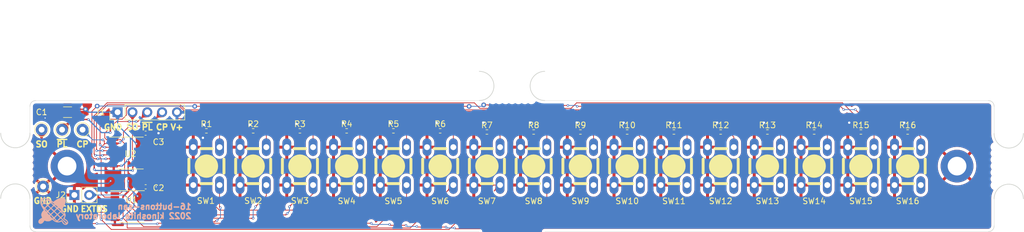
<source format=kicad_pcb>
(kicad_pcb (version 20211014) (generator pcbnew)
  (layers (0 "F.Cu" signal) (31 "B.Cu" signal) (34 "B.Paste" user) (35 "F.Paste" user) (36 "B.SilkS" user "B.Silkscreen") (37 "F.SilkS" user "F.Silkscreen") (38 "B.Mask" user) (39 "F.Mask" user) (44 "Edge.Cuts" user))
  (net 0 "")
  (net 1 "VCC")
  (net 2 "GND")
  (net 3 "SerialOut")
  (net 4 "~{PL}")
  (net 5 "CP")
  (net 6 "SW1")
  (net 7 "SW2")
  (net 8 "SW3")
  (net 9 "SW4")
  (net 10 "SW5")
  (net 11 "SW6")
  (net 12 "SW7")
  (net 13 "SW8")
  (net 14 "SW9")
  (net 15 "SW10")
  (net 16 "SW11")
  (net 17 "SW12")
  (net 18 "SW13")
  (net 19 "SW14")
  (net 20 "SW15")
  (net 21 "SW16")
  (net 23 "Net-(U1-Pad9)")
  (net 24 "EXT_DS")
  (footprint "Connector_PinHeader_2.54mm:PinHeader_1x05_P2.54mm_Vertical" (layer "F.Cu") (at 88.62 83.51 90)
    (fp_text reference "J1")
    (fp_text value "Conn_01x05" hide)
  )
  (footprint "my_footprint:pcb_mousebyte_5mm" (layer "F.Cu") (at 156.12 79.01)
    (fp_text reference "REF**" hide)
    (fp_text value "pcb_mousebyte_5mm" hide)
    (fp_arc (start 5.6 2.5) (mid 3.1 0) (end 5.6 -2.5) (layer "Edge.Cuts") (width 0.12))
    (fp_arc (start -5.6 -2.5) (mid -3.1 0) (end -5.6 2.5) (layer "Edge.Cuts") (width 0.12))
  )
  (footprint "Package_SO:TSSOP-16_4.4x5mm_P0.65mm" (layer "F.Cu") (at 90.82 90.51)
    (fp_text reference "U2")
    (fp_text value "74HC165")
  )
  (footprint "TestPoint:TestPoint_THTPad_D2.0mm_Drill1.0mm" (layer "F.Cu") (at 75.62 86.51)
    (fp_text reference "TP4" hide)
    (fp_text value "TestPoint" hide)
  )
  (footprint "16-button-dake:SW_Tactile_6mm_x_6mm_Futsuuno_Akizuki_nadoniaruyatsu" (layer "F.Cu") (at 151.82 92.76 90)
    (fp_text reference "SW7")
    (fp_text value "SW_SPST")
  )
  (footprint "Resistor_SMD:R_0402_1005Metric_Pad0.72x0.64mm_HandSolder" (layer "F.Cu") (at 119.82 86.71)
    (fp_text reference "R3")
    (fp_text value "10k")
  )
  (footprint "16-button-dake:SW_Tactile_6mm_x_6mm_Futsuuno_Akizuki_nadoniaruyatsu" (layer "F.Cu") (at 191.82 92.76 90)
    (fp_text reference "SW12")
    (fp_text value "SW_SPST")
  )
  (footprint "16-button-dake:SW_Tactile_6mm_x_6mm_Futsuuno_Akizuki_nadoniaruyatsu" (layer "F.Cu") (at 223.82 92.76 90)
    (fp_text reference "SW16")
    (fp_text value "SW_SPST")
  )
  (footprint "Resistor_SMD:R_0402_1005Metric_Pad0.72x0.64mm_HandSolder" (layer "F.Cu") (at 127.82 86.71)
    (fp_text reference "R4")
    (fp_text value "10k")
  )
  (footprint "Capacitor_SMD:C_0402_1005Metric_Pad0.74x0.62mm_HandSolder" (layer "F.Cu") (at 93.42 87.11 180)
    (fp_text reference "C3")
    (fp_text value "0.1u")
  )
  (footprint "16-button-dake:SW_Tactile_6mm_x_6mm_Futsuuno_Akizuki_nadoniaruyatsu" (layer "F.Cu") (at 135.82 92.76 90)
    (fp_text reference "SW5")
    (fp_text value "SW_SPST")
  )
  (footprint "TestPoint:TestPoint_THTPad_D2.0mm_Drill1.0mm" (layer "F.Cu") (at 79.12 86.51)
    (fp_text reference "TP3" hide)
    (fp_text value "TestPoint")
  )
  (footprint "Resistor_SMD:R_0402_1005Metric_Pad0.72x0.64mm_HandSolder" (layer "F.Cu") (at 207.82 86.91)
    (fp_text reference "R14")
    (fp_text value "10k")
  )
  (footprint "TestPoint:TestPoint_THTPad_D2.0mm_Drill1.0mm" (layer "F.Cu") (at 82.62 86.51)
    (fp_text reference "TP2" hide)
    (fp_text value "TestPoint")
  )
  (footprint "Resistor_SMD:R_0402_1005Metric_Pad0.72x0.64mm_HandSolder" (layer "F.Cu") (at 103.82 86.71)
    (fp_text reference "R1")
    (fp_text value "10k")
  )
  (footprint "Resistor_SMD:R_0402_1005Metric_Pad0.72x0.64mm_HandSolder" (layer "F.Cu") (at 223.82 86.91)
    (fp_text reference "R16")
    (fp_text value "10k")
  )
  (footprint "16-button-dake:SW_Tactile_6mm_x_6mm_Futsuuno_Akizuki_nadoniaruyatsu" (layer "F.Cu") (at 215.82 92.76 90)
    (fp_text reference "SW15")
    (fp_text value "SW_SPST")
  )
  (footprint "Resistor_SMD:R_0402_1005Metric_Pad0.72x0.64mm_HandSolder" (layer "F.Cu") (at 151.82 86.91)
    (fp_text reference "R7")
    (fp_text value "10k")
  )
  (footprint "Connector_PinHeader_2.54mm:PinHeader_1x02_P2.54mm_Vertical" (layer "F.Cu") (at 81.22 97.71 90)
    (fp_text reference "J2")
    (fp_text value "Conn_01x02")
  )
  (footprint "Resistor_SMD:R_0402_1005Metric_Pad0.72x0.64mm_HandSolder" (layer "F.Cu") (at 167.82 86.91)
    (fp_text reference "R9")
    (fp_text value "10k")
  )
  (footprint "Resistor_SMD:R_0402_1005Metric_Pad0.72x0.64mm_HandSolder" (layer "F.Cu") (at 191.82 86.91)
    (fp_text reference "R12")
    (fp_text value "10k")
  )
  (footprint "my_footprint:pcb_mousebyte_5mm" (layer "F.Cu") (at 71.12 92.71 90)
    (fp_text reference "REF**" hide)
    (fp_text value "pcb_mousebyte_5mm" hide)
    (fp_arc (start 5.6 2.5) (mid 3.1 0) (end 5.6 -2.5) (layer "Edge.Cuts") (width 0.12))
    (fp_arc (start -5.6 -2.5) (mid -3.1 0) (end -5.6 2.5) (layer "Edge.Cuts") (width 0.12))
  )
  (footprint "Resistor_SMD:R_0402_1005Metric_Pad0.72x0.64mm_HandSolder" (layer "F.Cu") (at 183.82 86.91)
    (fp_text reference "R11")
    (fp_text value "10k")
  )
  (footprint "16-button-dake:SW_Tactile_6mm_x_6mm_Futsuuno_Akizuki_nadoniaruyatsu" (layer "F.Cu") (at 143.82 92.76 90)
    (fp_text reference "SW6")
    (fp_text value "SW_SPST")
  )
  (footprint "Capacitor_SMD:C_1206_3216Metric_Pad1.33x1.80mm_HandSolder" (layer "F.Cu") (at 80.0575 83.51)
    (fp_text reference "C1")
    (fp_text value "100u")
  )
  (footprint "16-button-dake:SW_Tactile_6mm_x_6mm_Futsuuno_Akizuki_nadoniaruyatsu" (layer "F.Cu") (at 159.82 92.76 90)
    (fp_text reference "SW8")
    (fp_text value "SW_SPST")
  )
  (footprint "Resistor_SMD:R_0402_1005Metric_Pad0.72x0.64mm_HandSolder" (layer "F.Cu") (at 199.82 86.91)
    (fp_text reference "R13")
    (fp_text value "10k")
  )
  (footprint "Resistor_SMD:R_0402_1005Metric_Pad0.72x0.64mm_HandSolder" (layer "F.Cu") (at 135.82 86.71)
    (fp_text reference "R5")
    (fp_text value "10k")
  )
  (footprint "16-button-dake:SW_Tactile_6mm_x_6mm_Futsuuno_Akizuki_nadoniaruyatsu" (layer "F.Cu") (at 127.82 92.76 90)
    (fp_text reference "SW4")
    (fp_text value "SW_SPST")
  )
  (footprint "16-button-dake:SW_Tactile_6mm_x_6mm_Futsuuno_Akizuki_nadoniaruyatsu" (layer "F.Cu") (at 103.82 92.76 90)
    (fp_text reference "SW1")
    (fp_text value "SW_SPST")
  )
  (footprint "my_footprint:pcb_mousebyte_5mm" (layer "F.Cu") (at 241.12 92.76 90)
    (fp_text reference "REF**" hide)
    (fp_text value "pcb_mousebyte_5mm" hide)
    (fp_arc (start 5.6 2.5) (mid 3.1 0) (end 5.6 -2.5) (layer "Edge.Cuts") (width 0.12))
    (fp_arc (start -5.6 -2.5) (mid -3.1 0) (end -5.6 2.5) (layer "Edge.Cuts") (width 0.12))
  )
  (footprint "16-button-dake:SW_Tactile_6mm_x_6mm_Futsuuno_Akizuki_nadoniaruyatsu" (layer "F.Cu") (at 175.82 92.76 90)
    (fp_text reference "SW10")
    (fp_text value "SW_SPST")
  )
  (footprint "16-button-dake:SW_Tactile_6mm_x_6mm_Futsuuno_Akizuki_nadoniaruyatsu" (layer "F.Cu") (at 199.82 92.76 90)
    (fp_text reference "SW13")
    (fp_text value "SW_SPST")
  )
  (footprint "16-button-dake:SW_Tactile_6mm_x_6mm_Futsuuno_Akizuki_nadoniaruyatsu" (layer "F.Cu") (at 167.82 92.76 90)
    (fp_text reference "SW9")
    (fp_text value "SW_SPST")
  )
  (footprint "MountingHole:MountingHole_3.2mm_M3_DIN965_Pad" (layer "F.Cu") (at 79.97 92.76)
    (fp_text reference "H1" hide)
    (fp_text value "MountingHole_Pad" hide)
  )
  (footprint "Resistor_SMD:R_0402_1005Metric_Pad0.72x0.64mm_HandSolder" (layer "F.Cu") (at 175.82 86.91)
    (fp_text reference "R10")
    (fp_text value "10k")
  )
  (footprint "16-button-dake:SW_Tactile_6mm_x_6mm_Futsuuno_Akizuki_nadoniaruyatsu" (layer "F.Cu") (at 119.82 92.76 90)
    (fp_text reference "SW3")
    (fp_text value "SW_SPST")
  )
  (footprint "MountingHole:MountingHole_3.2mm_M3_DIN965_Pad" (layer "F.Cu") (at 232.27 92.76)
    (fp_text reference "H2" hide)
    (fp_text value "MountingHole_Pad" hide)
  )
  (footprint "16-button-dake:SW_Tactile_6mm_x_6mm_Futsuuno_Akizuki_nadoniaruyatsu" (layer "F.Cu") (at 111.82 92.76 90)
    (fp_text reference "SW2")
    (fp_text value "SW_SPST")
  )
  (footprint "Capacitor_SMD:C_0402_1005Metric_Pad0.74x0.62mm_HandSolder" (layer "F.Cu") (at 93.42 96.31 180)
    (fp_text reference "C2")
    (fp_text value "0.1u")
  )
  (footprint "16-button-dake:SW_Tactile_6mm_x_6mm_Futsuuno_Akizuki_nadoniaruyatsu" (layer "F.Cu") (at 183.82 92.76 90)
    (fp_text reference "SW11")
    (fp_text value "SW_SPST")
  )
  (footprint "Resistor_SMD:R_0402_1005Metric_Pad0.72x0.64mm_HandSolder" (layer "F.Cu") (at 111.82 86.71)
    (fp_text reference "R2")
    (fp_text value "10k")
  )
  (footprint "16-button-dake:SW_Tactile_6mm_x_6mm_Futsuuno_Akizuki_nadoniaruyatsu" (layer "F.Cu") (at 207.82 92.76 90)
    (fp_text reference "SW14")
    (fp_text value "SW_SPST")
  )
  (footprint "Package_SO:TSSOP-16_4.4x5mm_P0.65mm" (layer "F.Cu") (at 91.02 99.71)
    (fp_text reference "U1")
    (fp_text value "74HC165")
  )
  (footprint "Resistor_SMD:R_0402_1005Metric_Pad0.72x0.64mm_HandSolder" (layer "F.Cu") (at 215.82 86.91)
    (fp_text reference "R15")
    (fp_text value "10k")
  )
  (footprint "Resistor_SMD:R_0402_1005Metric_Pad0.72x0.64mm_HandSolder" (layer "F.Cu") (at 159.82 86.91)
    (fp_text reference "R8")
    (fp_text value "10k")
  )
  (footprint "TestPoint:TestPoint_THTPad_D2.0mm_Drill1.0mm" (layer "F.Cu") (at 75.87 96.26)
    (fp_text reference "TP1" hide)
    (fp_text value "TestPoint")
  )
  (footprint "Resistor_SMD:R_0402_1005Metric_Pad0.72x0.64mm_HandSolder" (layer "F.Cu") (at 143.82 86.71)
    (fp_text reference "R6")
    (fp_text value "10k")
  )
  (footprint "my_footprint:kinoshita-logo_simplified_600dpi" (layer "B.Cu") (at 77.62 100.51 180)
    (fp_text reference "G***" hide)
    (fp_text value "LOGO" hide)
  )
  (gr_arc (start 238.62 103.01) (mid 238.327107 103.717107) (end 237.62 104.01) (layer "Edge.Cuts") (width 0.1))
  (gr_line (start 73.62 103.01) (end 73.62 98.31) (layer "Edge.Cuts") (width 0.05))
  (gr_line (start 238.62 82.51) (end 238.62 87.16) (layer "Edge.Cuts") (width 0.05))
  (gr_line (start 238.62 98.36) (end 238.62 103.01) (layer "Edge.Cuts") (width 0.05))
  (gr_arc (start 74.62 104.01) (mid 73.912893 103.717107) (end 73.62 103.01) (layer "Edge.Cuts") (width 0.1))
  (gr_line (start 161.72 81.51) (end 237.62 81.51) (layer "Edge.Cuts") (width 0.05))
  (gr_line (start 74.62 81.51) (end 150.52 81.51) (layer "Edge.Cuts") (width 0.05))
  (gr_arc (start 237.62 81.51) (mid 238.327107 81.802893) (end 238.62 82.51) (layer "Edge.Cuts") (width 0.1))
  (gr_line (start 74.62 104.01) (end 150.52 104.01) (layer "Edge.Cuts") (width 0.05))
  (gr_line (start 73.62 87.11) (end 73.62 82.51) (layer "Edge.Cuts") (width 0.05))
  (gr_arc (start 73.62 82.51) (mid 73.912893 81.802893) (end 74.62 81.51) (layer "Edge.Cuts") (width 0.1))
  (gr_line (start 161.72 104.01) (end 237.62 104.01) (layer "Edge.Cuts") (width 0.05))
  (gr_text "16-buttons-san\n2022 kinoshita laboratory" (at 101.37 100.51) (layer "B.SilkS") (effects (font (size 1 1) (thickness 0.25)) (justify left mirror)))
  (gr_text "CP" (at 96.226 86.082) (layer "F.SilkS") (effects (font (size 1 1) (thickness 0.25))))
  (gr_text "~{PL}" (at 79.12 89.01) (layer "F.SilkS") (effects (font (size 1 1) (thickness 0.25))))
  (gr_text "SO" (at 91.146 86.082) (layer "F.SilkS") (effects (font (size 1 1) (thickness 0.25))))
  (gr_text "GND" (at 87.844 86.082) (layer "F.SilkS") (effects (font (size 1 1) (thickness 0.25))))
  (gr_text "CP" (at 82.62 89.01) (layer "F.SilkS") (effects (font (size 1 1) (thickness 0.25))))
  (gr_text "EXTDS" (at 84.62 100.11) (layer "F.SilkS") (effects (font (size 1 1) (thickness 0.25))))
  (gr_text "V+" (at 98.766 86.082) (layer "F.SilkS") (effects (font (size 1 1) (thickness 0.25))))
  (gr_text "SO" (at 75.62 89.01) (layer "F.SilkS") (effects (font (size 1 1) (thickness 0.25))))
  (gr_text "~{PL}" (at 93.686 86.082) (layer "F.SilkS") (effects (font (size 1 1) (thickness 0.25))))
  (gr_text "GND" (at 75.82 98.71) (layer "F.SilkS") (effects (font (size 1 1) (thickness 0.25))))
  (gr_text "GND" (at 80.42 100.11) (layer "F.SilkS") (effects (font (size 1 1) (thickness 0.25))))
  (segment (start 93.9875 96.31) (end 93.9875 97.33) (width 0.2) (layer "F.Cu") (net 1))
  (segment (start 191.2225 86.91) (end 191.2225 85.3125) (width 0.2) (layer "F.Cu") (net 1))
  (segment (start 93.9875 87.93) (end 93.6825 88.235) (width 0.2) (layer "F.Cu") (net 1))
  (segment (start 167.2225 85.3125) (end 167.22 85.31) (width 0.2) (layer "F.Cu") (net 1))
  (segment (start 127.2225 85.3125) (end 127.22 85.31) (width 0.2) (layer "F.Cu") (net 1))
  (segment (start 223.2225 85.3125) (end 223.22 85.31) (width 0.2) (layer "F.Cu") (net 1))
  (segment (start 207.2225 85.3125) (end 207.22 85.31) (width 0.2) (layer "F.Cu") (net 1))
  (segment (start 183.2225 85.3125) (end 183.22 85.31) (width 0.2) (layer "F.Cu") (net 1))
  (segment (start 111.2225 85.7125) (end 111.22 85.71) (width 0.2) (layer "F.Cu") (net 1))
  (segment (start 213.82 85.5075) (end 213.82 85.31) (width 0.2) (layer "F.Cu") (net 1))
  (segment (start 215.2225 86.91) (end 213.82 85.5075) (width 0.2) (layer "F.Cu") (net 1))
  (segment (start 151.2225 85.3125) (end 151.22 85.31) (width 0.2) (layer "F.Cu") (net 1))
  (segment (start 119.2225 86.71) (end 119.2225 85.5125) (width 0.2) (layer "F.Cu") (net 1))
  (segment (start 223.2225 86.91) (end 223.2225 85.3125) (width 0.2) (layer "F.Cu") (net 1))
  (segment (start 76.22 83.91) (end 76.22 84.31) (width 0.2) (layer "F.Cu") (net 1))
  (segment (start 159.2225 86.91) (end 159.2225 85.3125) (width 0.2) (layer "F.Cu") (net 1))
  (segment (start 103.2225 87.9075) (end 103.22 87.91) (width 0.2) (layer "F.Cu") (net 1))
  (segment (start 175.2225 86.91) (end 175.2225 85.3125) (width 0.2) (layer "F.Cu") (net 1))
  (segment (start 78.495 83.51) (end 76.62 83.51) (width 0.2) (layer "F.Cu") (net 1))
  (segment (start 95.02 87.11) (end 95.62 87.11) (width 0.2) (layer "F.Cu") (net 1))
  (segment (start 119.2225 85.5125) (end 119.22 85.51) (width 0.2) (layer "F.Cu") (net 1))
  (segment (start 199.2225 85.3125) (end 199.22 85.31) (width 0.2) (layer "F.Cu") (net 1))
  (segment (start 167.2225 86.91) (end 167.2225 85.3125) (width 0.2) (layer "F.Cu") (net 1))
  (segment (start 175.2225 85.3125) (end 175.22 85.31) (width 0.2) (layer "F.Cu") (net 1))
  (segment (start 76.62 83.51) (end 76.22 83.91) (width 0.2) (layer "F.Cu") (net 1))
  (segment (start 159.2225 85.3125) (end 159.22 85.31) (width 0.2) (layer "F.Cu") (net 1))
  (segment (start 183.2225 86.91) (end 183.2225 85.3125) (width 0.2) (layer "F.Cu") (net 1))
  (segment (start 151.2225 86.91) (end 151.2225 85.3125) (width 0.2) (layer "F.Cu") (net 1))
  (segment (start 93.9875 87.11) (end 93.9875 87.93) (width 0.2) (layer "F.Cu") (net 1))
  (segment (start 143.2225 86.71) (end 143.2225 85.3125) (width 0.2) (layer "F.Cu") (net 1))
  (segment (start 199.2225 86.91) (end 199.2225 85.3125) (width 0.2) (layer "F.Cu") (net 1))
  (segment (start 135.2225 85.3125) (end 135.22 85.31) (width 0.2) (layer "F.Cu") (net 1))
  (segment (start 76.22 84.31) (end 76.22 84.51) (width 0.2) (layer "F.Cu") (net 1))
  (segment (start 103.2225 85.9075) (end 103.42 85.71) (width 0.2) (layer "F.Cu") (net 1))
  (segment (start 191.2225 85.3125) (end 191.22 85.31) (width 0.2) (layer "F.Cu") (net 1))
  (segment (start 143.2225 85.3125) (end 143.22 85.31) (width 0.2) (layer "F.Cu") (net 1))
  (segment (start 93.9875 97.33) (end 93.8825 97.435) (width 0.2) (layer "F.Cu") (net 1))
  (segment (start 111.2225 86.71) (end 111.2225 85.7125) (width 0.2) (layer "F.Cu") (net 1))
  (segment (start 103.2225 86.71) (end 103.2225 87.9075) (width 0.2) (layer "F.Cu") (net 1))
  (segment (start 93.9875 87.11) (end 95.02 87.11) (width 0.2) (layer "F.Cu") (net 1))
  (segment (start 93.9875 96.31) (end 95.22 96.31) (width 0.2) (layer "F.Cu") (net 1))
  (segment (start 127.2225 86.71) (end 127.2225 85.3125) (width 0.2) (layer "F.Cu") (net 1))
  (segment (start 135.2225 86.71) (end 135.2225 85.3125) (width 0.2) (layer "F.Cu") (net 1))
  (segment (start 103.2225 86.71) (end 103.2225 85.9075) (width 0.2) (layer "F.Cu") (net 1))
  (segment (start 207.2225 86.91) (end 207.2225 85.3125) (width 0.2) (layer "F.Cu") (net 1))
  (via (at 191.22 85.31) (size 0.8) (drill 0.4) (layers "F.Cu" "B.Cu") (net 1))
  (via (at 119.22 85.51) (size 0.8) (drill 0.4) (layers "F.Cu" "B.Cu") (net 1))
  (via (at 111.22 85.71) (size 0.8) (drill 0.4) (layers "F.Cu" "B.Cu") (net 1))
  (via (at 103.22 87.91) (size 0.8) (drill 0.4) (layers "F.Cu" "B.Cu") (net 1))
  (via (at 127.22 85.31) (size 0.8) (drill 0.4) (layers "F.Cu" "B.Cu") (net 1))
  (via (at 151.22 85.31) (size 0.8) (drill 0.4) (layers "F.Cu" "B.Cu") (net 1))
  (via (at 95.22 96.31) (size 0.4) (drill 0.2) (layers "F.Cu" "B.Cu") (net 1))
  (via (at 135.22 85.31) (size 0.8) (drill 0.4) (layers "F.Cu" "B.Cu") (net 1))
  (via (at 167.22 85.31) (size 0.8) (drill 0.4) (layers "F.Cu" "B.Cu") (net 1))
  (via (at 95.62 87.11) (size 0.8) (drill 0.4) (layers "F.Cu" "B.Cu") (net 1))
  (via (at 103.42 85.71) (size 0.8) (drill 0.4) (layers "F.Cu" "B.Cu") (net 1))
  (via (at 159.22 85.31) (size 0.8) (drill 0.4) (layers "F.Cu" "B.Cu") (net 1))
  (via (at 76.22 83.91) (size 0.4) (drill 0.2) (layers "F.Cu" "B.Cu") (net 1))
  (via (at 223.22 85.31) (size 0.8) (drill 0.4) (layers "F.Cu" "B.Cu") (net 1))
  (via (at 76.22 84.51) (size 0.4) (drill 0.2) (layers "F.Cu" "B.Cu") (net 1))
  (via (at 183.22 85.31) (size 0.8) (drill 0.4) (layers "F.Cu" "B.Cu") (net 1))
  (via (at 213.82 85.31) (size 0.8) (drill 0.4) (layers "F.Cu" "B.Cu") (net 1))
  (via (at 199.22 85.31) (size 0.8) (drill 0.4) (layers "F.Cu" "B.Cu") (net 1))
  (via (at 207.22 85.31) (size 0.8) (drill 0.4) (layers "F.Cu" "B.Cu") (net 1))
  (via (at 143.22 85.31) (size 0.8) (drill 0.4) (layers "F.Cu" "B.Cu") (net 1))
  (via (at 175.22 85.31) (size 0.8) (drill 0.4) (layers "F.Cu" "B.Cu") (net 1))
  (segment (start 92.395 98.085) (end 92.195 98.085) (width 0.2) (layer "F.Cu") (net 2))
  (segment (start 92.8525 87.11) (end 92.42 87.5425) (width 0.2) (layer "F.Cu") (net 2))
  (segment (start 90.42 95.31) (end 90.42 91.91) (width 0.2) (layer "F.Cu") (net 2))
  (segment (start 93.8825 98.085) (end 92.395 98.085) (width 0.2) (layer "F.Cu") (net 2))
  (segment (start 92.8525 97.6275) (end 92.395 98.085) (width 0.127) (layer "F.Cu") (net 2))
  (segment (start 89.145 101.985) (end 89.22 101.91) (width 0.2) (layer "F.Cu") (net 2))
  (segment (start 83.12 83.01) (end 82.12 83.01) (width 0.2) (layer "F.Cu") (net 2))
  (segment (start 93.6575 88.91) (end 93.6825 88.885) (width 0.2) (layer "F.Cu") (net 2))
  (segment (start 92.195 98.085) (end 92.02 97.91) (width 0.2) (layer "F.Cu") (net 2))
  (segment (start 88.1575 101.985) (end 89.145 101.985) (width 0.2) (layer "F.Cu") (net 2))
  (segment (start 92.42 87.5425) (end 92.42 88.91) (width 0.2) (layer "F.Cu") (net 2))
  (segment (start 89.22 92.71) (end 88.0325 92.71) (width 0.2) (layer "F.Cu") (net 2))
  (segment (start 82.12 83.01) (end 81.62 83.51) (width 0.2) (layer "F.Cu") (net 2))
  (segment (start 92.42 88.91) (end 93.6575 88.91) (width 0.2) (layer "F.Cu") (net 2))
  (segment (start 90.42 91.91) (end 90.32 91.81) (width 0.2) (layer "F.Cu") (net 2))
  (segment (start 91.82 88.91) (end 92.42 88.91) (width 0.2) (layer "F.Cu") (net 2))
  (segment (start 88.0325 92.71) (end 87.9575 92.785) (width 0.2) (layer "F.Cu") (net 2))
  (segment (start 92.8525 96.31) (end 92.8525 97.6275) (width 0.127) (layer "F.Cu") (net 2))
  (via (at 90.32 91.81) (size 0.4) (drill 0.2) (layers "F.Cu" "B.Cu") (net 2))
  (via (at 91.82 88.91) (size 0.4) (drill 0.2) (layers "F.Cu" "B.Cu") (net 2))
  (via (at 83.12 83.01) (size 0.8) (drill 0.4) (layers "F.Cu" "B.Cu") (net 2))
  (via (at 89.22 101.91) (size 0.4) (drill 0.2) (layers "F.Cu" "B.Cu") (net 2))
  (via (at 92.02 97.91) (size 0.4) (drill 0.2) (layers "F.Cu" "B.Cu") (net 2))
  (via (at 90.42 95.31) (size 0.4) (drill 0.2) (layers "F.Cu" "B.Cu") (net 2))
  (via (at 89.22 92.71) (size 0.4) (drill 0.2) (layers "F.Cu" "B.Cu") (net 2))
  (via (at 87.42 95.31) (size 0.4) (drill 0.2) (layers "F.Cu" "B.Cu") (net 2))
  (segment (start 92.02 97.91) (end 91.42 97.31) (width 0.2) (layer "B.Cu") (net 2))
  (segment (start 91.42 98.545691) (end 91.469501 98.49619) (width 0.2) (layer "B.Cu") (net 2))
  (segment (start 91.42 99.71) (end 91.42 98.545691) (width 0.2) (layer "B.Cu") (net 2))
  (segment (start 91.469501 98.12381) (end 91.42 98.074309) (width 0.2) (layer "B.Cu") (net 2))
  (segment (start 83.62 83.51) (end 83.12 83.01) (width 0.2) (layer "B.Cu") (net 2))
  (segment (start 90.82 87.91) (end 90.82 91.31) (width 0.2) (layer "B.Cu") (net 2))
  (segment (start 88.62 83.51) (end 88.62 85.71) (width 0.2) (layer "B.Cu") (net 2))
  (segment (start 90.42 96.31) (end 90.42 95.31) (width 0.2) (layer "B.Cu") (net 2))
  (segment (start 91.42 98.074309) (end 91.42 97.31) (width 0.2) (layer "B.Cu") (net 2))
  (segment (start 88.62 85.71) (end 90.82 87.91) (width 0.2) (layer "B.Cu") (net 2))
  (segment (start 90.82 91.31) (end 89.42 92.71) (width 0.2) (layer "B.Cu") (net 2))
  (segment (start 90.82 87.91) (end 91.82 88.91) (width 0.2) (layer "B.Cu") (net 2))
  (segment (start 82.92 95.71) (end 87.02 95.71) (width 0.2) (layer "B.Cu") (net 2))
  (segment (start 87.02 95.71) (end 87.42 95.31) (width 0.2) (layer "B.Cu") (net 2))
  (segment (start 91.469501 98.49619) (end 91.469501 98.12381) (width 0.2) (layer "B.Cu") (net 2))
  (segment (start 79.97 92.76) (end 82.92 95.71) (width 0.2) (layer "B.Cu") (net 2))
  (segment (start 88.62 83.51) (end 83.62 83.51) (width 0.2) (layer "B.Cu") (net 2))
  (segment (start 89.42 92.71) (end 89.22 92.71) (width 0.2) (layer "B.Cu") (net 2))
  (segment (start 89.22 101.91) (end 91.42 99.71) (width 0.2) (layer "B.Cu") (net 2))
  (segment (start 91.42 97.31) (end 90.42 96.31) (width 0.2) (layer "B.Cu") (net 2))
  (segment (start 82.02 89.31) (end 83.62 90.91) (width 0.2) (layer "F.Cu") (net 3))
  (segment (start 84.22 91.51) (end 84.62 91.91) (width 0.2) (layer "F.Cu") (net 3))
  (segment (start 84.62 91.91) (end 84.62 93.31) (width 0.2) (layer "F.Cu") (net 3))
  (segment (start 91.82 92.31) (end 91.16 91.65) (width 0.127) (layer "F.Cu") (net 3))
  (segment (start 81.22 89.31) (end 82.02 89.31) (width 0.2) (layer "F.Cu") (net 3))
  (segment (start 83.62 90.91) (end 84.22 91.51) (width 0.2) (layer "F.Cu") (net 3))
  (segment (start 75.62 86.51) (end 75.62 88.11) (width 0.2) (layer "F.Cu") (net 3))
  (segment (start 92.295 92.785) (end 91.82 92.31) (width 0.127) (layer "F.Cu") (net 3))
  (segment (start 76.82 89.31) (end 81.22 89.31) (width 0.2) (layer "F.Cu") (net 3))
  (segment (start 91.22 92.91) (end 91.82 92.31) (width 0.2) (layer "F.Cu") (net 3))
  (segment (start 91.22 93.51) (end 91.22 92.91) (width 0.2) (layer "F.Cu") (net 3))
  (segment (start 91.16 91.65) (end 91.16 83.51) (width 0.127) (layer "F.Cu") (net 3))
  (segment (start 93.6825 92.785) (end 92.295 92.785) (width 0.127) (layer "F.Cu") (net 3))
  (segment (start 75.62 88.11) (end 76.82 89.31) (width 0.2) (layer "F.Cu") (net 3))
  (via (at 84.62 93.31) (size 0.4) (drill 0.2) (layers "F.Cu" "B.Cu") (net 3))
  (via (at 91.22 93.51) (size 0.4) (drill 0.2) (layers "F.Cu" "B.Cu") (net 3))
  (segment (start 84.82 93.51) (end 91.22 93.51) (width 0.2) (layer "B.Cu") (net 3))
  (segment (start 84.62 93.31) (end 84.82 93.51) (width 0.2) (layer "B.Cu") (net 3))
  (segment (start 86.745 88.235) (end 87.9575 88.235) (width 0.127) (layer "F.Cu") (net 4))
  (segment (start 90.62 85.11) (end 88.42 85.11) (width 0.127) (layer "F.Cu") (net 4))
  (segment (start 86.42 87.11) (end 86.42 87.91) (width 0.127) (layer "F.Cu") (net 4))
  (segment (start 88.42 85.11) (end 87.32 86.21) (width 0.127) (layer "F.Cu") (net 4))
  (segment (start 89.82 96.71) (end 89.82 88.91) (width 0.127) (layer "F.Cu") (net 4))
  (segment (start 86.42 87.91) (end 86.745 88.235) (width 0.127) (layer "F.Cu") (net 4))
  (segment (start 93.7 83.51) (end 92.1 85.11) (width 0.127) (layer "F.Cu") (net 4))
  (segment (start 87.32 86.21) (end 86.42 87.11) (width 0.127) (layer "F.Cu") (net 4))
  (segment (start 80.87 84.76) (end 83.62 84.76) (width 0.2) (layer "F.Cu") (net 4))
  (segment (start 79.12 86.51) (end 80.87 84.76) (width 0.2) (layer "F.Cu") (net 4))
  (segment (start 87.37 86.26) (end 87.32 86.21) (width 0.2) (layer "F.Cu") (net 4))
  (segment (start 89.145 88.235) (end 87.9575 88.235) (width 0.127) (layer "F.Cu") (net 4))
  (segment (start 89.095 97.435) (end 89.82 96.71) (width 0.127) (layer "F.Cu") (net 4))
  (segment (start 89.82 88.91) (end 89.145 88.235) (width 0.127) (layer "F.Cu") (net 4))
  (segment (start 87.37 87.01) (end 87.37 86.26) (width 0.2) (layer "F.Cu") (net 4))
  (segment (start 92.1 85.11) (end 91.82 85.11) (width 0.127) (layer "F.Cu") (net 4))
  (segment (start 88.1575 97.435) (end 89.095 97.435) (width 0.127) (layer "F.Cu") (net 4))
  (via (at 90.62 85.11) (size 0.4) (drill 0.2) (layers "F.Cu" "B.Cu") (net 4))
  (via (at 87.37 87.01) (size 0.4) (drill 0.2) (layers "F.Cu" "B.Cu") (net 4))
  (via (at 91.82 85.11) (size 0.4) (drill 0.2) (layers "F.Cu" "B.Cu") (net 4))
  (via (at 83.62 84.76) (size 0.4) (drill 0.2) (layers "F.Cu" "B.Cu") (net 4))
  (segment (start 91.82 85.11) (end 90.62 85.11) (width 0.127) (layer "B.Cu") (net 4))
  (segment (start 83.62 84.76) (end 85.87 87.01) (width 0.2) (layer "B.Cu") (net 4))
  (segment (start 85.87 87.01) (end 87.37 87.01) (width 0.2) (layer "B.Cu") (net 4))
  (segment (start 86.345 88.485) (end 86.12 88.26) (width 0.127) (layer "F.Cu") (net 5))
  (segment (start 86.345 88.985) (end 86.445 88.885) (width 0.127) (layer "F.Cu") (net 5))
  (segment (start 91.82 85.91) (end 93.84 85.91) (width 0.127) (layer "F.Cu") (net 5))
  (segment (start 93.84 85.91) (end 96.24 83.51) (width 0.127) (layer "F.Cu") (net 5))
  (segment (start 86.445 88.885) (end 87.9575 88.885) (width 0.127) (layer "F.Cu") (net 5))
  (segment (start 88.1575 98.085) (end 86.395 98.085) (width 0.127) (layer "F.Cu") (net 5))
  (segment (start 85.606999 91.281072) (end 85.606999 89.723001) (width 0.127) (layer "F.Cu") (net 5))
  (segment (start 85.806999 97.496999) (end 85.806999 91.481072) (width 0.127) (layer "F.Cu") (net 5))
  (segment (start 89.62 86.91) (end 90.62 85.91) (width 0.127) (layer "F.Cu") (net 5))
  (segment (start 86.395 98.085) (end 85.806999 97.496999) (width 0.127) (layer "F.Cu") (net 5))
  (segment (start 88.845 88.885) (end 89.02 88.71) (width 0.127) (layer "F.Cu") (net 5))
  (segment (start 87.9575 88.885) (end 88.845 88.885) (width 0.127) (layer "F.Cu") (net 5))
  (segment (start 86.345 88.985) (end 86.345 88.485) (width 0.127) (layer "F.Cu") (net 5))
  (segment (start 85.606999 89.723001) (end 86.345 88.985) (width 0.127) (layer "F.Cu") (net 5))
  (segment (start 89.62 88.11) (end 89.62 86.91) (width 0.127) (layer "F.Cu") (net 5))
  (segment (start 85.806999 91.481072) (end 85.606999 91.281072) (width 0.127) (layer "F.Cu") (net 5))
  (via (at 91.82 85.91) (size 0.4) (drill 0.2) (layers "F.Cu" "B.Cu") (net 5))
  (via (at 89.02 88.71) (size 0.4) (drill 0.2) (layers "F.Cu" "B.Cu") (net 5))
  (via (at 89.62 88.11) (size 0.4) (drill 0.2) (layers "F.Cu" "B.Cu") (net 5))
  (via (at 86.12 88.26) (size 0.4) (drill 0.2) (layers "F.Cu" "B.Cu") (net 5))
  (via (at 90.62 85.91) (size 0.4) (drill 0.2) (layers "F.Cu" "B.Cu") (net 5))
  (segment (start 86.12 88.26) (end 84.37 88.26) (width 0.127) (layer "B.Cu") (net 5))
  (segment (start 89.02 88.71) (end 89.62 88.11) (width 0.127) (layer "B.Cu") (net 5))
  (segment (start 90.62 85.91) (end 91.82 85.91) (width 0.127) (layer "B.Cu") (net 5))
  (segment (start 84.37 88.26) (end 82.62 86.51) (width 0.127) (layer "B.Cu") (net 5))
  (segment (start 106.07 99.76) (end 106.07 96.01) (width 0.127) (layer "F.Cu") (net 6))
  (segment (start 98.816489 102.306489) (end 105.223511 102.306489) (width 0.127) (layer "F.Cu") (net 6))
  (segment (start 105.62 86.71) (end 106.07 87.16) (width 0.127) (layer "F.Cu") (net 6))
  (segment (start 106.07 87.16) (end 106.07 89.51) (width 0.127) (layer "F.Cu") (net 6))
  (segment (start 104.4175 86.71) (end 105.62 86.71) (width 0.127) (layer "F.Cu") (net 6))
  (segment (start 106.22 99.91) (end 106.07 99.76) (width 0.127) (layer "F.Cu") (net 6))
  (segment (start 97.195 100.685) (end 98.816489 102.306489) (width 0.127) (layer "F.Cu") (net 6))
  (segment (start 105.42 102.11) (end 105.62 102.11) (width 0.127) (layer "F.Cu") (net 6))
  (segment (start 93.8825 100.685) (end 97.195 100.685) (width 0.127) (layer "F.Cu") (net 6))
  (segment (start 105.223511 102.306489) (end 105.42 102.11) (width 0.127) (layer "F.Cu") (net 6))
  (via (at 106.22 99.91) (size 0.4) (drill 0.2) (layers "F.Cu" "B.Cu") (net 6))
  (via (at 105.62 102.11) (size 0.4) (drill 0.2) (layers "F.Cu" "B.Cu") (net 6))
  (segment (start 105.62 102.11) (end 106.22 101.51) (width 0.127) (layer "B.Cu") (net 6))
  (segment (start 106.22 101.51) (end 106.22 99.91) (width 0.127) (layer "B.Cu") (net 6))
  (segment (start 114.07 87.36) (end 114.07 89.51) (width 0.127) (layer "F.Cu") (net 7))
  (segment (start 93.8825 100.035) (end 102.945 100.035) (width 0.127) (layer "F.Cu") (net 7))
  (segment (start 104.606999 101.696999) (end 111.033001 101.696999) (width 0.127) (layer "F.Cu") (net 7))
  (segment (start 112.4175 86.71) (end 113.42 86.71) (width 0.127) (layer "F.Cu") (net 7))
  (segment (start 112.22 99.71) (end 114.07 97.86) (width 0.127) (layer "F.Cu") (net 7))
  (segment (start 102.945 100.035) (end 104.606999 101.696999) (width 0.127) (layer "F.Cu") (net 7))
  (segment (start 114.07 97.86) (end 114.07 96.01) (width 0.127) (layer "F.Cu") (net 7))
  (segment (start 113.42 86.71) (end 114.07 87.36) (width 0.127) (layer "F.Cu") (net 7))
  (segment (start 111.046002 101.71) (end 111.82 101.71) (width 0.127) (layer "F.Cu") (net 7))
  (segment (start 111.033001 101.696999) (end 111.046002 101.71) (width 0.127) (layer "F.Cu") (net 7))
  (via (at 112.22 99.71) (size 0.4) (drill 0.2) (layers "F.Cu" "B.Cu") (net 7))
  (via (at 111.82 101.71) (size 0.4) (drill 0.2) (layers "F.Cu" "B.Cu") (net 7))
  (segment (start 111.82 100.31) (end 112.22 99.91) (width 0.127) (layer "B.Cu") (net 7))
  (segment (start 111.82 101.71) (end 111.82 100.31) (width 0.127) (layer "B.Cu") (net 7))
  (segment (start 112.22 99.91) (end 112.22 99.71) (width 0.127) (layer "B.Cu") (net 7))
  (segment (start 121.42 86.71) (end 122.07 87.36) (width 0.127) (layer "F.Cu") (net 8))
  (segment (start 118.02 99.71) (end 119.62 98.11) (width 0.127) (layer "F.Cu") (net 8))
  (segment (start 117.406999 101.123001) (end 117.62 100.91) (width 0.127) (layer "F.Cu") (net 8))
  (segment (start 103.295 99.385) (end 105.02 101.11) (width 0.127) (layer "F.Cu") (net 8))
  (segment (start 119.62 98.11) (end 121.42 98.11) (width 0.127) (layer "F.Cu") (net 8))
  (segment (start 122.07 97.46) (end 122.07 96.01) (width 0.127) (layer "F.Cu") (net 8))
  (segment (start 112.42 101.11) (end 112.433001 101.123001) (width 0.127) (layer "F.Cu") (net 8))
  (segment (start 116.956999 101.123001) (end 117.406999 101.123001) (width 0.127) (layer "F.Cu") (net 8))
  (segment (start 93.8825 99.385) (end 103.295 99.385) (width 0.127) (layer "F.Cu") (net 8))
  (segment (start 120.4175 86.71) (end 121.42 86.71) (width 0.127) (layer "F.Cu") (net 8))
  (segment (start 105.02 101.11) (end 112.42 101.11) (width 0.127) (layer "F.Cu") (net 8))
  (segment (start 112.433001 101.123001) (end 116.956999 101.123001) (width 0.127) (layer "F.Cu") (net 8))
  (segment (start 122.07 87.36) (end 122.07 89.51) (width 0.127) (layer "F.Cu") (net 8))
  (segment (start 121.42 98.11) (end 122.07 97.46) (width 0.127) (layer "F.Cu") (net 8))
  (via (at 117.62 100.91) (size 0.4) (drill 0.2) (layers "F.Cu" "B.Cu") (net 8))
  (via (at 118.02 99.71) (size 0.4) (drill 0.2) (layers "F.Cu" "B.Cu") (net 8))
  (segment (start 118.02 100.51) (end 118.02 99.71) (width 0.127) (layer "B.Cu") (net 8))
  (segment (start 117.62 100.91) (end 118.02 100.51) (width 0.127) (layer "B.Cu") (net 8))
  (segment (start 129.62 86.71) (end 130.07 87.16) (width 0.127) (layer "F.Cu") (net 9))
  (segment (start 111.606999 100.323001) (end 111.62 100.31) (width 0.127) (layer "F.Cu") (net 9))
  (segment (start 118.62 100.31) (end 128.22 100.31) (width 0.127) (layer "F.Cu") (net 9))
  (segment (start 130.07 87.16) (end 130.07 89.51) (width 0.127) (layer "F.Cu") (net 9))
  (segment (start 128.22 100.31) (end 130.07 98.46) (width 0.127) (layer "F.Cu") (net 9))
  (segment (start 104.460927 98.735) (end 106.048928 100.323001) (width 0.127) (layer "F.Cu") (net 9))
  (segment (start 128.4175 86.71) (end 129.62 86.71) (width 0.127) (layer "F.Cu") (net 9))
  (segment (start 106.048928 100.323001) (end 111.606999 100.323001) (width 0.127) (layer "F.Cu") (net 9))
  (segment (start 116.42 100.31) (end 118.62 100.31) (width 0.127) (layer "F.Cu") (net 9))
  (segment (start 130.07 98.46) (end 130.07 96.01) (width 0.127) (layer "F.Cu") (net 9))
  (segment (start 93.8825 98.735) (end 104.460927 98.735) (width 0.127) (layer "F.Cu") (net 9))
  (segment (start 111.62 100.31) (end 116.42 100.31) (width 0.127) (layer "F.Cu") (net 9))
  (segment (start 133.02 103.11) (end 138.07 98.06) (width 0.127) (layer "F.Cu") (net 10))
  (segment (start 138.07 86.96) (end 138.07 89.51) (width 0.127) (layer "F.Cu") (net 10))
  (segment (start 93.03015 103.11) (end 133.02 103.11) (width 0.127) (layer "F.Cu") (net 10))
  (segment (start 136.4175 86.71) (end 137.82 86.71) (width 0.127) (layer "F.Cu") (net 10))
  (segment (start 88.65515 98.735) (end 93.03015 103.11) (width 0.127) (layer "F.Cu") (net 10))
  (segment (start 138.07 98.06) (end 138.07 96.01) (width 0.127) (layer "F.Cu") (net 10))
  (segment (start 137.82 86.71) (end 138.07 86.96) (width 0.127) (layer "F.Cu") (net 10))
  (segment (start 88.1575 98.735) (end 88.65515 98.735) (width 0.127) (layer "F.Cu") (net 10))
  (segment (start 88.65515 99.385) (end 89.566489 100.296339) (width 0.127) (layer "F.Cu") (net 11))
  (segment (start 90.314993 103.363511) (end 138.716489 103.363511) (width 0.127) (layer "F.Cu") (net 11))
  (segment (start 88.1575 99.385) (end 88.65515 99.385) (width 0.127) (layer "F.Cu") (net 11))
  (segment (start 89.566489 100.296339) (end 89.566489 101.672416) (width 0.127) (layer "F.Cu") (net 11))
  (segment (start 90.261482 102.367409) (end 90.261482 103.31) (width 0.127) (layer "F.Cu") (net 11))
  (segment (start 90.261482 103.31) (end 90.314993 103.363511) (width 0.127) (layer "F.Cu") (net 11))
  (segment (start 138.716489 103.363511) (end 146.07 96.01) (width 0.127) (layer "F.Cu") (net 11))
  (segment (start 144.4175 86.71) (end 145.42 86.71) (width 0.127) (layer "F.Cu") (net 11))
  (segment (start 89.566489 101.672416) (end 90.261482 102.367409) (width 0.127) (layer "F.Cu") (net 11))
  (segment (start 146.07 87.36) (end 146.07 89.51) (width 0.127) (layer "F.Cu") (net 11))
  (segment (start 145.42 86.71) (end 146.07 87.36) (width 0.127) (layer "F.Cu") (net 11))
  (segment (start 87.533001 103.623001) (end 145.348481 103.623001) (width 0.127) (layer "F.Cu") (net 12))
  (segment (start 145.348481 103.623001) (end 152.961482 96.01) (width 0.127) (layer "F.Cu") (net 12))
  (segment (start 85.82 101.91) (end 87.533001 103.623001) (width 0.127) (layer "F.Cu") (net 12))
  (segment (start 152.4175 86.91) (end 153.42 86.91) (width 0.127) (layer "F.Cu") (net 12))
  (segment (start 152.961482 96.01) (end 154.07 96.01) (width 0.127) (layer "F.Cu") (net 12))
  (segment (start 88.0825 100.11) (end 85.82 100.11) (width 0.127) (layer "F.Cu") (net 12))
  (segment (start 154.07 87.56) (end 154.07 89.51) (width 0.127) (layer "F.Cu") (net 12))
  (segment (start 88.1575 100.035) (end 88.0825 100.11) (width 0.127) (layer "F.Cu") (net 12))
  (segment (start 153.42 86.91) (end 154.07 87.56) (width 0.127) (layer "F.Cu") (net 12))
  (via (at 85.82 100.11) (size 0.4) (drill 0.2) (layers "F.Cu" "B.Cu") (net 12))
  (via (at 85.82 101.91) (size 0.4) (drill 0.2) (layers "F.Cu" "B.Cu") (net 12))
  (segment (start 85.82 100.11) (end 85.82 101.91) (width 0.127) (layer "B.Cu") (net 12))
  (segment (start 132.02 102.56) (end 95.52 102.56) (width 0.127) (layer "F.Cu") (net 13))
  (segment (start 83.82 101.31) (end 83.82 102.11) (width 0.127) (layer "F.Cu") (net 13))
  (segment (start 161.62 98.51) (end 162.07 98.06) (width 0.127) (layer "F.Cu") (net 13))
  (segment (start 160.4175 86.91) (end 161.82 86.91) (width 0.127) (layer "F.Cu") (net 13))
  (segment (start 146.42 103.51) (end 146.27 103.36) (width 0.127) (layer "F.Cu") (net 13))
  (segment (start 85.07 102.61) (end 84.32 102.61) (width 0.127) (layer "F.Cu") (net 13))
  (segment (start 151.22 103.51) (end 156.22 98.51) (width 0.127) (layer "F.Cu") (net 13))
  (segment (start 162.07 87.16) (end 162.07 89.51) (width 0.127) (layer "F.Cu") (net 13))
  (segment (start 137.97 102.91) (end 135.32 102.91) (width 0.127) (layer "F.Cu") (net 13))
  (segment (start 95.52 102.56) (end 95.42 102.66) (width 0.127) (layer "F.Cu") (net 13))
  (segment (start 146.92 103.51) (end 146.42 103.51) (width 0.127) (layer "F.Cu") (net 13))
  (segment (start 156.22 98.51) (end 161.62 98.51) (width 0.127) (layer "F.Cu") (net 13))
  (segment (start 161.82 86.91) (end 162.07 87.16) (width 0.127) (layer "F.Cu") (net 13))
  (segment (start 139.92 103.21) (end 139.82 103.11) (width 0.127) (layer "F.Cu") (net 13))
  (segment (start 144.82 103.21) (end 139.92 103.21) (width 0.127) (layer "F.Cu") (net 13))
  (segment (start 88.1575 100.685) (end 84.445 100.685) (width 0.127) (layer "F.Cu") (net 13))
  (segment (start 84.32 102.61) (end 83.82 102.11) (width 0.127) (layer "F.Cu") (net 13))
  (segment (start 135.32 102.91) (end 135.17 102.76) (width 0.127) (layer "F.Cu") (net 13))
  (segment (start 162.07 98.06) (end 162.07 96.01) (width 0.127) (layer "F.Cu") (net 13))
  (segment (start 84.445 100.685) (end 83.82 101.31) (width 0.127) (layer "F.Cu") (net 13))
  (segment (start 146.92 103.51) (end 151.22 103.51) (width 0.127) (layer "F.Cu") (net 13))
  (via (at 144.82 103.21) (size 0.4) (drill 0.2) (layers "F.Cu" "B.Cu") (net 13))
  (via (at 132.02 102.56) (size 0.4) (drill 0.2) (layers "F.Cu" "B.Cu") (net 13))
  (via (at 137.97 102.91) (size 0.4) (drill 0.2) (layers "F.Cu" "B.Cu") (net 13))
  (via (at 135.17 102.76) (size 0.4) (drill 0.2) (layers "F.Cu" "B.Cu") (net 13))
  (via (at 85.07 102.61) (size 0.4) (drill 0.2) (layers "F.Cu" "B.Cu") (net 13))
  (via (at 95.42 102.66) (size 0.4) (drill 0.2) (layers "F.Cu" "B.Cu") (net 13))
  (via (at 146.27 103.36) (size 0.4) (drill 0.2) (layers "F.Cu" "B.Cu") (net 13))
  (via (at 139.82 103.11) (size 0.4) (drill 0.2) (layers "F.Cu" "B.Cu") (net 13))
  (segment (start 146.27 103.36) (end 144.97 103.36) (width 0.127) (layer "B.Cu") (net 13))
  (segment (start 95.42 102.66) (end 85.12 102.66) (width 0.127) (layer "B.Cu") (net 13))
  (segment (start 144.97 103.36) (end 144.82 103.21) (width 0.127) (layer "B.Cu") (net 13))
  (segment (start 132.22 102.76) (end 132.02 102.56) (width 0.127) (layer "B.Cu") (net 13))
  (segment (start 138.17 103.11) (end 137.97 102.91) (width 0.127) (layer "B.Cu") (net 13))
  (segment (start 85.12 102.66) (end 85.07 102.61) (width 0.127) (layer "B.Cu") (net 13))
  (segment (start 135.17 102.76) (end 132.22 102.76) (width 0.127) (layer "B.Cu") (net 13))
  (segment (start 139.82 103.11) (end 138.17 103.11) (width 0.127) (layer "B.Cu") (net 13))
  (segment (start 102.82 84.51) (end 167.82 84.51) (width 0.127) (layer "F.Cu") (net 14))
  (segment (start 100.62 87.71) (end 100.62 86.71) (width 0.127) (layer "F.Cu") (net 14))
  (segment (start 168.4175 85.1075) (end 168.4175 86.91) (width 0.127) (layer "F.Cu") (net 14))
  (segment (start 167.82 84.51) (end 168.4175 85.1075) (width 0.127) (layer "F.Cu") (net 14))
  (segment (start 168.4175 86.91) (end 169.42 86.91) (width 0.127) (layer "F.Cu") (net 14))
  (segment (start 96.845 91.485) (end 100.62 87.71) (width 0.127) (layer "F.Cu") (net 14))
  (segment (start 100.62 86.71) (end 102.82 84.51) (width 0.127) (layer "F.Cu") (net 14))
  (segment (start 169.42 86.91) (end 170.07 87.56) (width 0.127) (layer "F.Cu") (net 14))
  (segment (start 93.6825 91.485) (end 96.845 91.485) (width 0.127) (layer "F.Cu") (net 14))
  (segment (start 170.07 87.56) (end 170.07 89.51) (width 0.127) (layer "F.Cu") (net 14))
  (segment (start 175.83755 84.12755) (end 176.4175 84.7075) (width 0.127) (layer "F.Cu") (net 15))
  (segment (start 99.82 87.31) (end 99.82 86.51) (width 0.127) (layer "F.Cu") (net 15))
  (segment (start 176.4175 84.7075) (end 176.4175 86.91) (width 0.127) (layer "F.Cu") (net 15))
  (segment (start 177.22 86.91) (end 178.07 87.76) (width 0.127) (layer "F.Cu") (net 15))
  (segment (start 176.4175 86.91) (end 177.22 86.91) (width 0.127) (layer "F.Cu") (net 15))
  (segment (start 93.6825 90.835) (end 96.295 90.835) (width 0.127) (layer "F.Cu") (net 15))
  (segment (start 96.295 90.835) (end 99.82 87.31) (width 0.127) (layer "F.Cu") (net 15))
  (segment (start 102.20245 84.12755) (end 175.83755 84.12755) (width 0.127) (layer "F.Cu") (net 15))
  (segment (start 178.07 87.76) (end 178.07 89.51) (width 0.127) (layer "F.Cu") (net 15))
  (segment (start 99.82 86.51) (end 102.20245 84.12755) (width 0.127) (layer "F.Cu") (net 15))
  (segment (start 186.07 87.36) (end 186.07 89.51) (width 0.127) (layer "F.Cu") (net 16))
  (segment (start 93.6825 90.185) (end 96.145 90.185) (width 0.127) (layer "F.Cu") (net 16))
  (segment (start 98.62 86.31) (end 100.073511 84.856489) (width 0.127) (layer "F.Cu") (net 16))
  (segment (start 96.145 90.185) (end 98.62 87.71) (width 0.127) (layer "F.Cu") (net 16))
  (segment (start 184.4175 84.7075) (end 184.4175 86.91) (width 0.127) (layer "F.Cu") (net 16))
  (segment (start 184.4175 86.91) (end 185.62 86.91) (width 0.127) (layer "F.Cu") (net 16))
  (segment (start 101.114993 84.856489) (end 102.097442 83.87404) (width 0.127) (layer "F.Cu") (net 16))
  (segment (start 102.097442 83.87404) (end 183.58404 83.87404) (width 0.127) (layer "F.Cu") (net 16))
  (segment (start 185.62 86.91) (end 186.07 87.36) (width 0.127) (layer "F.Cu") (net 16))
  (segment (start 100.073511 84.856489) (end 101.114993 84.856489) (width 0.127) (layer "F.Cu") (net 16))
  (segment (start 98.62 87.71) (end 98.62 86.31) (width 0.127) (layer "F.Cu") (net 16))
  (segment (start 183.58404 83.87404) (end 184.4175 84.7075) (width 0.127) (layer "F.Cu") (net 16))
  (segment (start 97.82 85.71) (end 98.927021 84.602979) (width 0.127) (layer "F.Cu") (net 17))
  (segment (start 101.992434 83.62053) (end 191.53053 83.62053) (width 0.127) (layer "F.Cu") (net 17))
  (segment (start 192.4175 86.91) (end 193.22 86.91) (width 0.127) (layer "F.Cu") (net 17))
  (segment (start 193.22 86.91) (end 194.07 87.76) (width 0.127) (layer "F.Cu") (net 17))
  (segment (start 192.4175 84.5075) (end 192.4175 86.91) (width 0.127) (layer "F.Cu") (net 17))
  (segment (start 194.07 87.76) (end 194.07 89.51) (width 0.127) (layer "F.Cu") (net 17))
  (segment (start 97.82 87.51) (end 97.82 85.71) (width 0.127) (layer "F.Cu") (net 17))
  (segment (start 191.53053 83.62053) (end 192.4175 84.5075) (width 0.127) (layer "F.Cu") (net 17))
  (segment (start 95.795 89.535) (end 97.82 87.51) (width 0.127) (layer "F.Cu") (net 17))
  (segment (start 98.927021 84.602979) (end 101.009985 84.602979) (width 0.127) (layer "F.Cu") (net 17))
  (segment (start 93.6825 89.535) (end 95.795 89.535) (width 0.127) (layer "F.Cu") (net 17))
  (segment (start 101.009985 84.602979) (end 101.992434 83.62053) (width 0.127) (layer "F.Cu") (net 17))
  (segment (start 86.62 84.71) (end 89.42 84.71) (width 0.127) (layer "F.Cu") (net 18))
  (segment (start 199.27702 83.36702) (end 200.4175 84.5075) (width 0.127) (layer "F.Cu") (net 18))
  (segment (start 100.190662 83.36702) (end 199.27702 83.36702) (width 0.127) (layer "F.Cu") (net 18))
  (segment (start 90.460011 82.469989) (end 99.127945 82.469989) (width 0.127) (layer "F.Cu") (net 18))
  (segment (start 86.445 89.535) (end 86.42 89.51) (width 0.127) (layer "F.Cu") (net 18))
  (segment (start 202.07 87.56) (end 202.07 89.51) (width 0.127) (layer "F.Cu") (net 18))
  (segment (start 85.62 89.11) (end 85.62 85.71) (width 0.127) (layer "F.Cu") (net 18))
  (segment (start 89.42 84.71) (end 90.119989 84.010011) (width 0.127) (layer "F.Cu") (net 18))
  (segment (start 201.42 86.91) (end 202.07 87.56) (width 0.127) (layer "F.Cu") (net 18))
  (segment (start 87.9575 89.535) (end 86.445 89.535) (width 0.127) (layer "F.Cu") (net 18))
  (segment (start 200.4175 84.5075) (end 200.4175 86.91) (width 0.127) (layer "F.Cu") (net 18))
  (segment (start 200.4175 86.91) (end 201.42 86.91) (width 0.127) (layer "F.Cu") (net 18))
  (segment (start 90.119989 82.810011) (end 90.460011 82.469989) (width 0.127) (layer "F.Cu") (net 18))
  (segment (start 90.119989 84.010011) (end 90.119989 82.810011) (width 0.127) (layer "F.Cu") (net 18))
  (segment (start 99.269367 82.528568) (end 100.049241 83.308442) (width 0.127) (layer "F.Cu") (net 18))
  (segment (start 85.62 85.71) (end 86.62 84.71) (width 0.127) (layer "F.Cu") (net 18))
  (via (at 86.42 89.51) (size 0.4) (drill 0.2) (layers "F.Cu" "B.Cu") (net 18))
  (via (at 85.62 89.11) (size 0.4) (drill 0.2) (layers "F.Cu" "B.Cu") (net 18))
  (arc (start 100.049241 83.308442) (mid 100.114126 83.351796) (end 100.190662 83.36702) (width 0.127) (layer "F.Cu") (net 18))
  (arc (start 99.269367 82.528568) (mid 99.204482 82.485213) (end 99.127945 82.469989) (width 0.127) (layer "F.Cu") (net 18))
  (segment (start 86.02 89.51) (end 85.62 89.11) (width 0.127) (layer "B.Cu") (net 18))
  (segment (start 86.42 89.51) (end 86.02 89.51) (width 0.127) (layer "B.Cu") (net 18))
  (segment (start 207.02351 83.11351) (end 208.4175 84.5075) (width 0.127) (layer "F.Cu") (net 19))
  (segment (start 87.8825 90.11) (end 87.9575 90.185) (width 0.127) (layer "F.Cu") (net 19))
  (segment (start 85.02 84.11) (end 86.92 82.21) (width 0.127) (layer "F.Cu") (net 19))
  (segment (start 208.4175 84.5075) (end 208.4175 86.91) (width 0.127) (layer "F.Cu") (net 19))
  (segment (start 208.4175 86.91) (end 209.62 86.91) (width 0.127) (layer "F.Cu") (net 19))
  (segment (start 99.367896 82.268579) (end 100.154249 83.054932) (width 0.127) (layer "F.Cu") (net 19))
  (segment (start 210.07 87.36) (end 210.07 89.51) (width 0.127) (layer "F.Cu") (net 19))
  (segment (start 100.29567 83.11351) (end 207.02351 83.11351) (width 0.127) (layer "F.Cu") (net 19))
  (segment (start 86.92 82.21) (end 99.226474 82.21) (width 0.127) (layer "F.Cu") (net 19))
  (segment (start 85.02 90.11) (end 85.02 84.11) (width 0.127) (layer "F.Cu") (net 19))
  (segment (start 86.02 90.11) (end 87.8825 90.11) (width 0.127) (layer "F.Cu") (net 19))
  (segment (start 209.62 86.91) (end 210.07 87.36) (width 0.127) (layer "F.Cu") (net 19))
  (via (at 85.02 90.11) (size 0.4) (drill 0.2) (layers "F.Cu" "B.Cu") (net 19))
  (via (at 86.02 90.11) (size 0.4) (drill 0.2) (layers "F.Cu" "B.Cu") (net 19))
  (arc (start 100.29567 83.11351) (mid 100.219134 83.098286) (end 100.154249 83.054932) (width 0.127) (layer "F.Cu") (net 19))
  (arc (start 99.226474 82.21) (mid 99.303011 82.225224) (end 99.367896 82.268579) (width 0.127) (layer "F.Cu") (net 19))
  (segment (start 85.02 90.11) (end 86.02 90.11) (width 0.127) (layer "B.Cu") (net 19))
  (segment (start 87.9575 90.835) (end 86.095 90.835) (width 0.127) (layer "F.Cu") (net 20))
  (segment (start 84.606999 84.123001) (end 86.82 81.91) (width 0.127) (layer "F.Cu") (net 20))
  (segment (start 166.22 82.86) (end 167.17 81.91) (width 0.127) (layer "F.Cu") (net 20))
  (segment (start 217.82 86.91) (end 218.07 87.16) (width 0.127) (layer "F.Cu") (net 20))
  (segment (start 216.4175 86.91) (end 217.82 86.91) (width 0.127) (layer "F.Cu") (net 20))
  (segment (start 149.67 81.91) (end 150.62 82.86) (width 0.127) (layer "F.Cu") (net 20))
  (segment (start 167.17 81.91) (end 212.67 81.91) (width 0.127) (layer "F.Cu") (net 20))
  (segment (start 150.62 82.86) (end 166.22 82.86) (width 0.127) (layer "F.Cu") (net 20))
  (segment (start 212.67 81.91) (end 216.4175 85.6575) (width 0.127) (layer "F.Cu") (net 20))
  (segment (start 86.095 90.835) (end 86.02 90.91) (width 0.127) (layer "F.Cu") (net 20))
  (segment (start 84.606999 90.696999) (end 84.606999 84.123001) (width 0.127) (layer "F.Cu") (net 20))
  (segment (start 218.07 87.16) (end 218.07 89.51) (width 0.127) (layer "F.Cu") (net 20))
  (segment (start 86.82 81.91) (end 149.67 81.91) (width 0.127) (layer "F.Cu") (net 20))
  (segment (start 84.82 90.91) (end 84.606999 90.696999) (width 0.127) (layer "F.Cu") (net 20))
  (segment (start 216.4175 85.6575) (end 216.4175 86.91) (width 0.127) (layer "F.Cu") (net 20))
  (via (at 86.02 90.91) (size 0.4) (drill 0.2) (layers "F.Cu" "B.Cu") (net 20))
  (via (at 84.82 90.91) (size 0.4) (drill 0.2) (layers "F.Cu" "B.Cu") (net 20))
  (segment (start 86.02 90.91) (end 84.82 90.91) (width 0.127) (layer "B.Cu") (net 20))
  (segment (start 84.22 91.099862) (end 84.22 84.151482) (width 0.127) (layer "F.Cu") (net 21))
  (segment (start 152.27 82.46) (end 164.92 82.46) (width 0.127) (layer "F.Cu") (net 21))
  (segment (start 215.52 83.71) (end 223.82 83.71) (width 0.127) (layer "F.Cu") (net 21))
  (segment (start 167.27 82.51) (end 212.32 82.51) (width 0.127) (layer "F.Cu") (net 21))
  (segment (start 225.22 86.91) (end 226.07 87.76) (width 0.127) (layer "F.Cu") (net 21))
  (segment (start 165.02 82.36) (end 165.67 82.36) (width 0.127) (layer "F.Cu") (net 21))
  (segment (start 223.82 83.71) (end 224.4175 84.3075) (width 0.127) (layer "F.Cu") (net 21))
  (segment (start 84.22 84.151482) (end 84.22 83.91) (width 0.127) (layer "F.Cu") (net 21))
  (segment (start 87.9325 91.51) (end 87.9575 91.485) (width 0.127) (layer "F.Cu") (net 21))
  (segment (start 85.22 91.51) (end 84.630138 91.51) (width 0.127) (layer "F.Cu") (net 21))
  (segment (start 84.630138 91.51) (end 84.22 91.099862) (width 0.127) (layer "F.Cu") (net 21))
  (segment (start 224.4175 86.91) (end 225.22 86.91) (width 0.127) (layer "F.Cu") (net 21))
  (segment (start 84.22 83.36) (end 85.12 82.46) (width 0.127) (layer "F.Cu") (net 21))
  (segment (start 212.32 82.51) (end 212.87 83.06) (width 0.127) (layer "F.Cu") (net 21))
  (segment (start 214.87 83.06) (end 215.52 83.71) (width 0.127) (layer "F.Cu") (net 21))
  (segment (start 84.22 83.91) (end 84.22 83.36) (width 0.127) (layer "F.Cu") (net 21))
  (segment (start 101.82 82.51) (end 148.77 82.51) (width 0.127) (layer "F.Cu") (net 21))
  (segment (start 86.62 91.51) (end 87.9325 91.51) (width 0.127) (layer "F.Cu") (net 21))
  (segment (start 164.92 82.46) (end 165.02 82.36) (width 0.127) (layer "F.Cu") (net 21))
  (segment (start 224.4175 84.3075) (end 224.4175 86.91) (width 0.127) (layer "F.Cu") (net 21))
  (segment (start 152.07 82.26) (end 152.27 82.46) (width 0.127) (layer "F.Cu") (net 21))
  (segment (start 226.07 87.76) (end 226.07 89.51) (width 0.127) (layer "F.Cu") (net 21))
  (segment (start 151.27 82.26) (end 152.07 82.26) (width 0.127) (layer "F.Cu") (net 21))
  (via (at 165.67 82.36) (size 0.4) (drill 0.2) (layers "F.Cu" "B.Cu") (net 21))
  (via (at 86.62 91.51) (size 0.4) (drill 0.2) (layers "F.Cu" "B.Cu") (net 21))
  (via (at 151.27 82.26) (size 0.8) (drill 0.4) (layers "F.Cu" "B.Cu") (net 21))
  (via (at 212.87 83.06) (size 0.4) (drill 0.2) (layers "F.Cu" "B.Cu") (net 21))
  (via (at 85.12 82.46) (size 0.8) (drill 0.4) (layers "F.Cu" "B.Cu") (net 21))
  (via (at 85.22 91.51) (size 0.4) (drill 0.2) (layers "F.Cu" "B.Cu") (net 21))
  (via (at 167.27 82.51) (size 0.4) (drill 0.2) (layers "F.Cu" "B.Cu") (net 21))
  (via (at 148.77 82.51) (size 0.8) (drill 0.4) (layers "F.Cu" "B.Cu") (net 21))
  (via (at 101.82 82.51) (size 0.8) (drill 0.4) (layers "F.Cu" "B.Cu") (net 21))
  (via (at 214.87 83.06) (size 0.4) (drill 0.2) (layers "F.Cu" "B.Cu") (net 21))
  (segment (start 167.12 82.36) (end 167.27 82.51) (width 0.127) (layer "B.Cu") (net 21))
  (segment (start 85.12 82.46) (end 86.82 82.46) (width 0.127) (layer "B.Cu") (net 21))
  (segment (start 148.77 82.51) (end 151.02 82.51) (width 0.127) (layer "B.Cu") (net 21))
  (segment (start 85.22 91.51) (end 85.233001 91.523001) (width 0.127) (layer "B.Cu") (net 21))
  (segment (start 212.87 83.06) (end 214.87 83.06) (width 0.127) (layer "B.Cu") (net 21))
  (segment (start 151.27 82.26) (end 151.02 82.51) (width 0.127) (layer "B.Cu") (net 21))
  (segment (start 86.82 82.46) (end 101.77 82.46) (width 0.127) (layer "B.Cu") (net 21))
  (segment (start 165.67 82.36) (end 167.12 82.36) (width 0.127) (layer "B.Cu") (net 21))
  (segment (start 86.606999 91.523001) (end 86.62 91.51) (width 0.127) (layer "B.Cu") (net 21))
  (segment (start 101.77 82.46) (end 101.82 82.51) (width 0.127) (layer "B.Cu") (net 21))
  (segment (start 85.233001 91.523001) (end 86.606999 91.523001) (width 0.127) (layer "B.Cu") (net 21))
  (segment (start 93.136482 101.985) (end 90.206999 99.055517) (width 0.127) (layer "F.Cu") (net 23))
  (segment (start 92.02 96.525927) (end 92.02 93.71) (width 0.127) (layer "F.Cu") (net 23))
  (segment (start 95.82 92.71) (end 95.245 92.135) (width 0.127) (layer "F.Cu") (net 23))
  (segment (start 95.245 92.135) (end 93.6825 92.135) (width 0.127) (layer "F.Cu") (net 23))
  (segment (start 90.206999 99.055517) (end 90.206999 98.338928) (width 0.127) (layer "F.Cu") (net 23))
  (segment (start 93.8825 101.985) (end 93.136482 101.985) (width 0.127) (layer "F.Cu") (net 23))
  (segment (start 90.206999 98.338928) (end 92.02 96.525927) (width 0.127) (layer "F.Cu") (net 23))
  (segment (start 95.82 93.51) (end 95.82 92.71) (width 0.127) (layer "F.Cu") (net 23))
  (segment (start 95.62 93.71) (end 95.82 93.51) (width 0.127) (layer "F.Cu") (net 23))
  (segment (start 92.02 93.71) (end 95.62 93.71) (width 0.127) (layer "F.Cu") (net 23))
  (segment (start 93.38485 101.335) (end 90.62 98.57015) (width 0.127) (layer "F.Cu") (net 24))
  (segment (start 90.62 98.57015) (end 90.62 98.51) (width 0.127) (layer "F.Cu") (net 24))
  (segment (start 93.8825 101.335) (end 93.38485 101.335) (width 0.127) (layer "F.Cu") (net 24))
  (via (at 90.62 98.51) (size 0.4) (drill 0.2) (layers "F.Cu" "B.Cu") (net 24))
  (segment (start 89.82 97.71) (end 83.76 97.71) (width 0.127) (layer "B.Cu") (net 24))
  (segment (start 90.62 98.51) (end 89.82 97.71) (width 0.127) (layer "B.Cu") (net 24))
  (zone (net 1) (net_name "VCC") (layer "F.Cu") (priority 16962) (connect_pads yes (clearance 0)) (min_thickness 0.0254) (fill yes (thermal_gap 0.508) (thermal_bridge_width 0.508))
    (polygon (pts (xy 94.5975 87.01) (xy 94.527799 87.007533) (xy 94.469361 87.000434) (xy 94.419815 86.989154) (xy 94.376787 86.974143) (xy 94.337905 86.955853) (xy 94.300795 86.934735) (xy 94.263084 86.91124) (xy 94.222401 86.885818) (xy 94.176372 86.858921) (xy 94.122625 86.831) (xy 93.8325 87.11) (xy 94.122625 87.389) (xy 94.176372 87.361078) (xy 94.222401 87.334181) (xy 94.263084 87.308759) (xy 94.300795 87.285264) (xy 94.337905 87.264146) (xy 94.376787 87.245856) (xy 94.419815 87.230845) (xy 94.469361 87.219565) (xy 94.527799 87.212466) (xy 94.5975 87.21)))
  )
  (zone (net 14) (net_name "SW9") (layer "F.Cu") (priority 16962) (connect_pads yes (clearance 0)) (min_thickness 0.0254) (fill yes (thermal_gap 0.508) (thermal_bridge_width 0.508))
    (polygon (pts (xy 168.354 86.28) (xy 168.350492 86.35354) (xy 168.34053 86.414191) (xy 168.324956 86.464743) (xy 168.304611 86.507992) (xy 168.280338 86.546729) (xy 168.252977 86.583749) (xy 168.223371 86.621844) (xy 168.192362 86.663808) (xy 168.160791 86.712434) (xy 168.1295 86.770516) (xy 168.4175 87.07) (xy 168.7055 86.770516) (xy 168.674208 86.712434) (xy 168.642637 86.663808) (xy 168.611628 86.621844) (xy 168.582022 86.583749) (xy 168.554661 86.546729) (xy 168.530388 86.507992) (xy 168.510043 86.464743) (xy 168.494469 86.414191) (xy 168.484507 86.35354) (xy 168.481 86.28)))
  )
  (zone (net 1) (net_name "VCC") (layer "F.Cu") (priority 16962) (connect_pads yes (clearance 0)) (min_thickness 0.0254) (fill yes (thermal_gap 0.508) (thermal_bridge_width 0.508))
    (polygon (pts (xy 207.3225 86.1025) (xy 207.326357 86.010557) (xy 207.337366 85.934159) (xy 207.354678 85.869967) (xy 207.377444 85.814644) (xy 207.404816 85.764853) (xy 207.435948 85.717256) (xy 207.46999 85.668515) (xy 207.506096 85.615294) (xy 207.543416 85.554254) (xy 207.581103 85.482059) (xy 207.218727 85.110005) (xy 206.861118 85.486645) (xy 206.899547 85.558063) (xy 206.937464 85.618463) (xy 206.974037 85.671155) (xy 207.008432 85.719453) (xy 207.039819 85.766671) (xy 207.067365 85.81612) (xy 207.090238 85.871115) (xy 207.107607 85.934968) (xy 207.118638 86.010992) (xy 207.1225 86.1025)))
  )
  (zone (net 4) (net_name "~{PL}") (layer "F.Cu") (priority 16962) (connect_pads yes (clearance 0)) (min_thickness 0.0254) (fill yes (thermal_gap 0.508) (thermal_bridge_width 0.508))
    (polygon (pts (xy 88.5475 97.3715) (xy 88.502963 97.369867) (xy 88.465673 97.365177) (xy 88.434098 97.357742) (xy 88.406711 97.347873) (xy 88.381982 97.335882) (xy 88.358381 97.32208) (xy 88.33438 97.306779) (xy 88.308448 97.290291) (xy 88.279057 97.272927) (xy 88.244677 97.255) (xy 88.0575 97.435) (xy 88.244677 97.615) (xy 88.279057 97.597072) (xy 88.308448 97.579708) (xy 88.33438 97.56322) (xy 88.358381 97.547919) (xy 88.381982 97.534117) (xy 88.406711 97.522126) (xy 88.434098 97.512257) (xy 88.465673 97.504822) (xy 88.502963 97.500132) (xy 88.5475 97.4985)))
  )
  (zone (net 17) (net_name "SW12") (layer "F.Cu") (priority 16962) (connect_pads yes (clearance 0)) (min_thickness 0.0254) (fill yes (thermal_gap 0.508) (thermal_bridge_width 0.508))
    (polygon (pts (xy 192.354 86.28) (xy 192.350492 86.35354) (xy 192.34053 86.414191) (xy 192.324956 86.464743) (xy 192.304611 86.507992) (xy 192.280338 86.546729) (xy 192.252977 86.583749) (xy 192.223371 86.621844) (xy 192.192362 86.663808) (xy 192.160791 86.712434) (xy 192.1295 86.770516) (xy 192.4175 87.07) (xy 192.7055 86.770516) (xy 192.674208 86.712434) (xy 192.642637 86.663808) (xy 192.611628 86.621844) (xy 192.582022 86.583749) (xy 192.554661 86.546729) (xy 192.530388 86.507992) (xy 192.510043 86.464743) (xy 192.494469 86.414191) (xy 192.484507 86.35354) (xy 192.481 86.28)))
  )
  (zone (net 9) (net_name "SW4") (layer "F.Cu") (priority 16962) (connect_pads yes (clearance 0)) (min_thickness 0.0254) (fill yes (thermal_gap 0.508) (thermal_bridge_width 0.508))
    (polygon (pts (xy 94.2725 98.6715) (xy 94.227963 98.669867) (xy 94.190673 98.665177) (xy 94.159098 98.657742) (xy 94.131711 98.647873) (xy 94.106982 98.635882) (xy 94.083381 98.62208) (xy 94.05938 98.606779) (xy 94.033448 98.590291) (xy 94.004057 98.572927) (xy 93.969677 98.555) (xy 93.7825 98.735) (xy 93.969677 98.915) (xy 94.004057 98.897072) (xy 94.033448 98.879708) (xy 94.05938 98.86322) (xy 94.083381 98.847919) (xy 94.106982 98.834117) (xy 94.131711 98.822126) (xy 94.159098 98.812257) (xy 94.190673 98.804822) (xy 94.227963 98.800132) (xy 94.2725 98.7985)))
  )
  (zone (net 1) (net_name "VCC") (layer "F.Cu") (priority 16962) (connect_pads yes (clearance 0)) (min_thickness 0.0254) (fill yes (thermal_gap 0.508) (thermal_bridge_width 0.508))
    (polygon (pts (xy 103.3225 87.34) (xy 103.325122 87.267894) (xy 103.332659 87.207519) (xy 103.344617 87.156396) (xy 103.360499 87.112049) (xy 103.379811 87.071998) (xy 103.402059 87.033767) (xy 103.426746 86.994878) (xy 103.453379 86.952852) (xy 103.481462 86.905214) (xy 103.5105 86.849484) (xy 103.2225 86.55) (xy 102.9345 86.849484) (xy 102.963537 86.905214) (xy 102.99162 86.952852) (xy 103.018253 86.994878) (xy 103.04294 87.033767) (xy 103.065188 87.071998) (xy 103.0845 87.112049) (xy 103.100382 87.156396) (xy 103.11234 87.207519) (xy 103.119877 87.267894) (xy 103.1225 87.34)))
  )
  (zone (net 11) (net_name "SW6") (layer "F.Cu") (priority 16962) (connect_pads yes (clearance 0)) (min_thickness 0.0254) (fill yes (thermal_gap 0.508) (thermal_bridge_width 0.508))
    (polygon (pts (xy 146.0065 88.02) (xy 145.996265 88.198) (xy 145.967393 88.342691) (xy 145.922629 88.461421) (xy 145.86472 88.561543) (xy 145.796412 88.650405) (xy 145.720451 88.735358) (xy 145.639582 88.823752) (xy 145.556554 88.922937) (xy 145.474111 89.040264) (xy 145.395 89.183083) (xy 146.07 89.885) (xy 146.745 89.183083) (xy 146.665888 89.040264) (xy 146.583445 88.922937) (xy 146.500417 88.823752) (xy 146.419548 88.735358) (xy 146.343587 88.650405) (xy 146.275279 88.561543) (xy 146.21737 88.461421) (xy 146.172606 88.342691) (xy 146.143734 88.198) (xy 146.1335 88.02)))
  )
  (zone (net 7) (net_name "SW2") (layer "F.Cu") (priority 16962) (connect_pads yes (clearance 0)) (min_thickness 0.0254) (fill yes (thermal_gap 0.508) (thermal_bridge_width 0.508))
    (polygon (pts (xy 114.1335 97.5) (xy 114.143734 97.321999) (xy 114.172606 97.177308) (xy 114.21737 97.058578) (xy 114.275279 96.958456) (xy 114.343587 96.869594) (xy 114.419548 96.784641) (xy 114.500417 96.696247) (xy 114.583445 96.597062) (xy 114.665888 96.479735) (xy 114.745 96.336917) (xy 114.07 95.635) (xy 113.395 96.336917) (xy 113.474111 96.479735) (xy 113.556554 96.597062) (xy 113.639582 96.696247) (xy 113.720451 96.784641) (xy 113.796412 96.869594) (xy 113.86472 96.958456) (xy 113.922629 97.058578) (xy 113.967393 97.177308) (xy 113.996265 97.321999) (xy 114.0065 97.5)))
  )
  (zone (net 1) (net_name "VCC") (layer "F.Cu") (priority 16962) (connect_pads yes (clearance 0)) (min_thickness 0.0254) (fill yes (thermal_gap 0.508) (thermal_bridge_width 0.508))
    (polygon (pts (xy 199.3225 86.1025) (xy 199.326357 86.010557) (xy 199.337366 85.934159) (xy 199.354678 85.869967) (xy 199.377444 85.814644) (xy 199.404816 85.764853) (xy 199.435948 85.717256) (xy 199.46999 85.668515) (xy 199.506096 85.615294) (xy 199.543416 85.554254) (xy 199.581103 85.482059) (xy 199.218727 85.110005) (xy 198.861118 85.486645) (xy 198.899547 85.558063) (xy 198.937464 85.618463) (xy 198.974037 85.671155) (xy 199.008432 85.719453) (xy 199.039819 85.766671) (xy 199.067365 85.81612) (xy 199.090238 85.871115) (xy 199.107607 85.934968) (xy 199.118638 86.010992) (xy 199.1225 86.1025)))
  )
  (zone (net 1) (net_name "VCC") (layer "F.Cu") (priority 16962) (connect_pads yes (clearance 0)) (min_thickness 0.0254) (fill yes (thermal_gap 0.508) (thermal_bridge_width 0.508))
    (polygon (pts (xy 183.1225 86.28) (xy 183.119877 86.352105) (xy 183.11234 86.41248) (xy 183.100382 86.463603) (xy 183.0845 86.50795) (xy 183.065188 86.548001) (xy 183.04294 86.586232) (xy 183.018253 86.625121) (xy 182.99162 86.667147) (xy 182.963537 86.714785) (xy 182.9345 86.770516) (xy 183.2225 87.07) (xy 183.5105 86.770516) (xy 183.481462 86.714785) (xy 183.453379 86.667147) (xy 183.426746 86.625121) (xy 183.402059 86.586232) (xy 183.379811 86.548001) (xy 183.360499 86.50795) (xy 183.344617 86.463603) (xy 183.332659 86.41248) (xy 183.325122 86.352105) (xy 183.3225 86.28)))
  )
  (zone (net 14) (net_name "SW9") (layer "F.Cu") (priority 16962) (connect_pads yes (clearance 0)) (min_thickness 0.0254) (fill yes (thermal_gap 0.508) (thermal_bridge_width 0.508))
    (polygon (pts (xy 169.0475 86.8465) (xy 168.973959 86.842992) (xy 168.913308 86.83303) (xy 168.862756 86.817456) (xy 168.819507 86.797111) (xy 168.78077 86.772838) (xy 168.74375 86.745477) (xy 168.705655 86.715871) (xy 168.663691 86.684862) (xy 168.615065 86.653291) (xy 168.556984 86.622) (xy 168.2575 86.91) (xy 168.556984 87.198) (xy 168.615065 87.166708) (xy 168.663691 87.135137) (xy 168.705655 87.104128) (xy 168.74375 87.074522) (xy 168.78077 87.047161) (xy 168.819507 87.022888) (xy 168.862756 87.002543) (xy 168.913308 86.986969) (xy 168.973959 86.977007) (xy 169.0475 86.9735)))
  )
  (zone (net 18) (net_name "SW13") (layer "F.Cu") (priority 16962) (connect_pads yes (clearance 0)) (min_thickness 0.0254) (fill yes (thermal_gap 0.508) (thermal_bridge_width 0.508))
    (polygon (pts (xy 200.354 86.28) (xy 200.350492 86.35354) (xy 200.34053 86.414191) (xy 200.324956 86.464743) (xy 200.304611 86.507992) (xy 200.280338 86.546729) (xy 200.252977 86.583749) (xy 200.223371 86.621844) (xy 200.192362 86.663808) (xy 200.160791 86.712434) (xy 200.1295 86.770516) (xy 200.4175 87.07) (xy 200.7055 86.770516) (xy 200.674208 86.712434) (xy 200.642637 86.663808) (xy 200.611628 86.621844) (xy 200.582022 86.583749) (xy 200.554661 86.546729) (xy 200.530388 86.507992) (xy 200.510043 86.464743) (xy 200.494469 86.414191) (xy 200.484507 86.35354) (xy 200.481 86.28)))
  )
  (zone (net 12) (net_name "SW7") (layer "F.Cu") (priority 16962) (connect_pads yes (clearance 0)) (min_thickness 0.0254) (fill yes (thermal_gap 0.508) (thermal_bridge_width 0.508))
    (polygon (pts (xy 153.0475 86.8465) (xy 152.973959 86.842992) (xy 152.913308 86.83303) (xy 152.862756 86.817456) (xy 152.819507 86.797111) (xy 152.78077 86.772838) (xy 152.74375 86.745477) (xy 152.705655 86.715871) (xy 152.663691 86.684862) (xy 152.615065 86.653291) (xy 152.556984 86.622) (xy 152.2575 86.91) (xy 152.556984 87.198) (xy 152.615065 87.166708) (xy 152.663691 87.135137) (xy 152.705655 87.104128) (xy 152.74375 87.074522) (xy 152.78077 87.047161) (xy 152.819507 87.022888) (xy 152.862756 87.002543) (xy 152.913308 86.986969) (xy 152.973959 86.977007) (xy 153.0475 86.9735)))
  )
  (zone (net 7) (net_name "SW2") (layer "F.Cu") (priority 16962) (connect_pads yes (clearance 0)) (min_thickness 0.0254) (fill yes (thermal_gap 0.508) (thermal_bridge_width 0.508))
    (polygon (pts (xy 113.0475 86.6465) (xy 112.973959 86.642992) (xy 112.913308 86.63303) (xy 112.862756 86.617456) (xy 112.819507 86.597111) (xy 112.78077 86.572838) (xy 112.74375 86.545477) (xy 112.705655 86.515871) (xy 112.663691 86.484862) (xy 112.615065 86.453291) (xy 112.556984 86.422) (xy 112.2575 86.71) (xy 112.556984 86.998) (xy 112.615065 86.966708) (xy 112.663691 86.935137) (xy 112.705655 86.904128) (xy 112.74375 86.874522) (xy 112.78077 86.847161) (xy 112.819507 86.822888) (xy 112.862756 86.802543) (xy 112.913308 86.786969) (xy 112.973959 86.777007) (xy 113.0475 86.7735)))
  )
  (zone (net 1) (net_name "VCC") (layer "F.Cu") (priority 16962) (connect_pads yes (clearance 0)) (min_thickness 0.0254) (fill yes (thermal_gap 0.508) (thermal_bridge_width 0.508))
    (polygon (pts (xy 207.1225 86.28) (xy 207.119877 86.352105) (xy 207.11234 86.41248) (xy 207.100382 86.463603) (xy 207.0845 86.50795) (xy 207.065188 86.548001) (xy 207.04294 86.586232) (xy 207.018253 86.625121) (xy 206.99162 86.667147) (xy 206.963537 86.714785) (xy 206.9345 86.770516) (xy 207.2225 87.07) (xy 207.5105 86.770516) (xy 207.481462 86.714785) (xy 207.453379 86.667147) (xy 207.426746 86.625121) (xy 207.402059 86.586232) (xy 207.379811 86.548001) (xy 207.360499 86.50795) (xy 207.344617 86.463603) (xy 207.332659 86.41248) (xy 207.325122 86.352105) (xy 207.3225 86.28)))
  )
  (zone (net 19) (net_name "SW14") (layer "F.Cu") (priority 16962) (connect_pads yes (clearance 0)) (min_thickness 0.0254) (fill yes (thermal_gap 0.508) (thermal_bridge_width 0.508))
    (polygon (pts (xy 87.5625 90.1735) (xy 87.602398 90.175212) (xy 87.635921 90.180248) (xy 87.664209 90.188452) (xy 87.688403 90.199673) (xy 87.709645 90.213754) (xy 87.729075 90.230544) (xy 87.747837 90.249888) (xy 87.76707 90.271632) (xy 87.787916 90.295623) (xy 87.811517 90.321707) (xy 88.050834 90.220897) (xy 87.94075 89.985703) (xy 87.895743 89.990732) (xy 87.857243 89.997283) (xy 87.823407 90.004873) (xy 87.792395 90.013018) (xy 87.762365 90.021235) (xy 87.731476 90.029042) (xy 87.697886 90.035955) (xy 87.659754 90.041491) (xy 87.615239 90.045167) (xy 87.5625 90.0465)))
  )
  (zone (net 12) (net_name "SW7") (layer "F.Cu") (priority 16962) (connect_pads yes (clearance 0)) (min_thickness 0.0254) (fill yes (thermal_gap 0.508) (thermal_bridge_width 0.508))
    (polygon (pts (xy 153.061313 97.10849) (xy 153.194414 96.989861) (xy 153.317142 96.907965) (xy 153.43275 96.855662) (xy 153.544494 96.825814) (xy 153.65563 96.81128) (xy 153.769413 96.804922) (xy 153.8891 96.7996) (xy 154.017944 96.788176) (xy 154.159203 96.763509) (xy 154.316131 96.718462) (xy 154.335165 95.744835) (xy 153.361538 95.763869) (xy 153.31649 95.920796) (xy 153.291823 96.062055) (xy 153.280399 96.190899) (xy 153.275077 96.310586) (xy 153.268719 96.424369) (xy 153.254185 96.535505) (xy 153.224337 96.647249) (xy 153.172034 96.762857) (xy 153.090138 96.885585) (xy 152.97151 97.018687)))
  )
  (zone (net 16) (net_name "SW11") (layer "F.Cu") (priority 16962) (connect_pads yes (clearance 0)) (min_thickness 0.0254) (fill yes (thermal_gap 0.508) (thermal_bridge_width 0.508))
    (polygon (pts (xy 94.0725 90.1215) (xy 94.027963 90.119867) (xy 93.990673 90.115177) (xy 93.959098 90.107742) (xy 93.931711 90.097873) (xy 93.906982 90.085882) (xy 93.883381 90.07208) (xy 93.85938 90.056779) (xy 93.833448 90.040291) (xy 93.804057 90.022927) (xy 93.769677 90.005) (xy 93.5825 90.185) (xy 93.769677 90.365) (xy 93.804057 90.347072) (xy 93.833448 90.329708) (xy 93.85938 90.31322) (xy 93.883381 90.297919) (xy 93.906982 90.284117) (xy 93.931711 90.272126) (xy 93.959098 90.262257) (xy 93.990673 90.254822) (xy 94.027963 90.250132) (xy 94.0725 90.2485)))
  )
  (zone (net 10) (net_name "SW5") (layer "F.Cu") (priority 16962) (connect_pads yes (clearance 0)) (min_thickness 0.0254) (fill yes (thermal_gap 0.508) (thermal_bridge_width 0.508))
    (polygon (pts (xy 138.0065 88.02) (xy 137.996265 88.198) (xy 137.967393 88.342691) (xy 137.922629 88.461421) (xy 137.86472 88.561543) (xy 137.796412 88.650405) (xy 137.720451 88.735358) (xy 137.639582 88.823752) (xy 137.556554 88.922937) (xy 137.474111 89.040264) (xy 137.395 89.183083) (xy 138.07 89.885) (xy 138.745 89.183083) (xy 138.665888 89.040264) (xy 138.583445 88.922937) (xy 138.500417 88.823752) (xy 138.419548 88.735358) (xy 138.343587 88.650405) (xy 138.275279 88.561543) (xy 138.21737 88.461421) (xy 138.172606 88.342691) (xy 138.143734 88.198) (xy 138.1335 88.02)))
  )
  (zone (net 4) (net_name "~{PL}") (layer "F.Cu") (priority 16962) (connect_pads yes (clearance 0)) (min_thickness 0.0254) (fill yes (thermal_gap 0.508) (thermal_bridge_width 0.508))
    (polygon (pts (xy 80.456431 85.032148) (xy 80.279464 85.190365) (xy 80.116453 85.300436) (xy 79.963038 85.371674) (xy 79.814863 85.413392) (xy 79.66757 85.434906) (xy 79.516801 85.445528) (xy 79.3582 85.454573) (xy 79.187408 85.471355) (xy 79.000069 85.505187) (xy 78.791825 85.565384) (xy 78.766447 86.863553) (xy 80.064616 86.838175) (xy 80.124812 86.62993) (xy 80.158644 86.442591) (xy 80.175426 86.271799) (xy 80.184471 86.113198) (xy 80.195093 85.962429) (xy 80.216607 85.815136) (xy 80.258325 85.666961) (xy 80.329563 85.513546) (xy 80.439634 85.350535) (xy 80.597852 85.173569)))
  )
  (zone (net 5) (net_name "CP") (layer "F.Cu") (priority 16962) (connect_pads yes (clearance 0)) (min_thickness 0.0254) (fill yes (thermal_gap 0.508) (thermal_bridge_width 0.508))
    (polygon (pts (xy 88.3475 88.8215) (xy 88.302963 88.819867) (xy 88.265673 88.815177) (xy 88.234098 88.807742) (xy 88.206711 88.797873) (xy 88.181982 88.785882) (xy 88.158381 88.77208) (xy 88.13438 88.756779) (xy 88.108448 88.740291) (xy 88.079057 88.722927) (xy 88.044677 88.705) (xy 87.8575 88.885) (xy 88.044677 89.065) (xy 88.079057 89.047072) (xy 88.108448 89.029708) (xy 88.13438 89.01322) (xy 88.158381 88.997919) (xy 88.181982 88.984117) (xy 88.206711 88.972126) (xy 88.234098 88.962257) (xy 88.265673 88.954822) (xy 88.302963 88.950132) (xy 88.3475 88.9485)))
  )
  (zone (net 6) (net_name "SW1") (layer "F.Cu") (priority 16962) (connect_pads yes (clearance 0)) (min_thickness 0.0254) (fill yes (thermal_gap 0.508) (thermal_bridge_width 0.508))
    (polygon (pts (xy 105.0475 86.6465) (xy 104.973959 86.642992) (xy 104.913308 86.63303) (xy 104.862756 86.617456) (xy 104.819507 86.597111) (xy 104.78077 86.572838) (xy 104.74375 86.545477) (xy 104.705655 86.515871) (xy 104.663691 86.484862) (xy 104.615065 86.453291) (xy 104.556984 86.422) (xy 104.2575 86.71) (xy 104.556984 86.998) (xy 104.615065 86.966708) (xy 104.663691 86.935137) (xy 104.705655 86.904128) (xy 104.74375 86.874522) (xy 104.78077 86.847161) (xy 104.819507 86.822888) (xy 104.862756 86.802543) (xy 104.913308 86.786969) (xy 104.973959 86.777007) (xy 105.0475 86.7735)))
  )
  (zone (net 1) (net_name "VCC") (layer "F.Cu") (priority 16962) (connect_pads yes (clearance 0)) (min_thickness 0.0254) (fill yes (thermal_gap 0.508) (thermal_bridge_width 0.508))
    (polygon (pts (xy 77.1725 83.61) (xy 77.328473 83.617942) (xy 77.456465 83.640444) (xy 77.562586 83.675519) (xy 77.652945 83.721182) (xy 77.733651 83.775446) (xy 77.810814 83.836324) (xy 77.890543 83.901829) (xy 77.978948 83.969977) (xy 78.082138 84.038779) (xy 78.206223 84.10625) (xy 78.82625 83.51) (xy 78.206223 82.91375) (xy 78.082138 82.98122) (xy 77.978948 83.050022) (xy 77.890543 83.11817) (xy 77.810814 83.183675) (xy 77.733651 83.244553) (xy 77.652945 83.298817) (xy 77.562586 83.34448) (xy 77.456465 83.379555) (xy 77.328473 83.402057) (xy 77.1725 83.41)))
  )
  (zone (net 1) (net_name "VCC") (layer "F.Cu") (priority 16962) (connect_pads yes (clearance 0)) (min_thickness 0.0254) (fill yes (thermal_gap 0.508) (thermal_bridge_width 0.508))
    (polygon (pts (xy 119.1225 86.08) (xy 119.119877 86.152105) (xy 119.11234 86.21248) (xy 119.100382 86.263603) (xy 119.0845 86.30795) (xy 119.065188 86.348001) (xy 119.04294 86.386232) (xy 119.018253 86.425121) (xy 118.99162 86.467147) (xy 118.963537 86.514785) (xy 118.9345 86.570516) (xy 119.2225 86.87) (xy 119.5105 86.570516) (xy 119.481462 86.514785) (xy 119.453379 86.467147) (xy 119.426746 86.425121) (xy 119.402059 86.386232) (xy 119.379811 86.348001) (xy 119.360499 86.30795) (xy 119.344617 86.263603) (xy 119.332659 86.21248) (xy 119.325122 86.152105) (xy 119.3225 86.08)))
  )
  (zone (net 23) (net_name "Net-(U1-Pad9)") (layer "F.Cu") (priority 16962) (connect_pads yes (clearance 0)) (min_thickness 0.0254) (fill yes (thermal_gap 0.508) (thermal_bridge_width 0.508))
    (polygon (pts (xy 93.4925 102.0485) (xy 93.537036 102.050132) (xy 93.574326 102.054822) (xy 93.605901 102.062257) (xy 93.633288 102.072126) (xy 93.658017 102.084117) (xy 93.681618 102.097919) (xy 93.705619 102.11322) (xy 93.731551 102.129708) (xy 93.760942 102.147072) (xy 93.795323 102.165) (xy 93.9825 101.985) (xy 93.795323 101.805) (xy 93.760942 101.822927) (xy 93.731551 101.840291) (xy 93.705619 101.856779) (xy 93.681618 101.87208) (xy 93.658017 101.885882) (xy 93.633288 101.897873) (xy 93.605901 101.907742) (xy 93.574326 101.915177) (xy 93.537036 101.919867) (xy 93.4925 101.9215)))
  )
  (zone (net 4) (net_name "~{PL}") (layer "F.Cu") (priority 16962) (connect_pads yes (clearance 0)) (min_thickness 0.0254) (fill yes (thermal_gap 0.508) (thermal_bridge_width 0.508))
    (polygon (pts (xy 90.23 85.1735) (xy 90.274536 85.175132) (xy 90.311826 85.179822) (xy 90.343401 85.187257) (xy 90.370788 85.197126) (xy 90.395517 85.209117) (xy 90.419118 85.222919) (xy 90.443119 85.23822) (xy 90.469051 85.254708) (xy 90.498442 85.272072) (xy 90.532823 85.29) (xy 90.72 85.11) (xy 90.532823 84.93) (xy 90.498442 84.947927) (xy 90.469051 84.965291) (xy 90.443119 84.981779) (xy 90.419118 84.99708) (xy 90.395517 85.010882) (xy 90.370788 85.022873) (xy 90.343401 85.032742) (xy 90.311826 85.040177) (xy 90.274536 85.044867) (xy 90.23 85.0465)))
  )
  (zone (net 3) (net_name "SerialOut") (layer "F.Cu") (priority 16962) (connect_pads yes (clearance 0)) (min_thickness 0.0254) (fill yes (thermal_gap 0.508) (thermal_bridge_width 0.508))
    (polygon (pts (xy 93.2925 92.8485) (xy 93.337036 92.850132) (xy 93.374326 92.854822) (xy 93.405901 92.862257) (xy 93.433288 92.872126) (xy 93.458017 92.884117) (xy 93.481618 92.897919) (xy 93.505619 92.91322) (xy 93.531551 92.929708) (xy 93.560942 92.947072) (xy 93.595323 92.965) (xy 93.7825 92.785) (xy 93.595323 92.605) (xy 93.560942 92.622927) (xy 93.531551 92.640291) (xy 93.505619 92.656779) (xy 93.481618 92.67208) (xy 93.458017 92.685882) (xy 93.433288 92.697873) (xy 93.405901 92.707742) (xy 93.374326 92.715177) (xy 93.337036 92.719867) (xy 93.2925 92.7215)))
  )
  (zone (net 8) (net_name "SW3") (layer "F.Cu") (priority 16962) (connect_pads yes (clearance 0)) (min_thickness 0.0254) (fill yes (thermal_gap 0.508) (thermal_bridge_width 0.508))
    (polygon (pts (xy 117.308228 101.186501) (xy 117.352262 101.184358) (xy 117.389136 101.178544) (xy 117.420464 101.169976) (xy 117.447858 101.159572) (xy 117.472933 101.14825) (xy 117.497302 101.136928) (xy 117.52258 101.126524) (xy 117.550379 101.117956) (xy 117.582315 101.112142) (xy 117.62 101.11) (xy 117.69071 100.83929) (xy 117.431077 100.844365) (xy 117.42255 100.874656) (xy 117.416869 100.905087) (xy 117.412652 100.934875) (xy 117.40852 100.963234) (xy 117.403093 100.989382) (xy 117.39499 101.012534) (xy 117.382832 101.031906) (xy 117.365239 101.046713) (xy 117.340831 101.056173) (xy 117.308228 101.059501)))
  )
  (zone (net 1) (net_name "VCC") (layer "F.Cu") (priority 16962) (connect_pads yes (clearance 0)) (min_thickness 0.0254) (fill yes (thermal_gap 0.508) (thermal_bridge_width 0.508))
    (polygon (pts (xy 167.3225 86.1025) (xy 167.326357 86.010557) (xy 167.337366 85.934159) (xy 167.354678 85.869967) (xy 167.377444 85.814644) (xy 167.404816 85.764853) (xy 167.435948 85.717256) (xy 167.46999 85.668515) (xy 167.506096 85.615294) (xy 167.543416 85.554254) (xy 167.581103 85.482059) (xy 167.218727 85.110005) (xy 166.861118 85.486645) (xy 166.899547 85.558063) (xy 166.937464 85.618463) (xy 166.974037 85.671155) (xy 167.008432 85.719453) (xy 167.039819 85.766671) (xy 167.067365 85.81612) (xy 167.090238 85.871115) (xy 167.107607 85.934968) (xy 167.118638 86.010992) (xy 167.1225 86.1025)))
  )
  (zone (net 1) (net_name "VCC") (layer "F.Cu") (priority 16962) (connect_pads yes (clearance 0)) (min_thickness 0.0254) (fill yes (thermal_gap 0.508) (thermal_bridge_width 0.508))
    (polygon (pts (xy 143.1225 86.08) (xy 143.119877 86.152105) (xy 143.11234 86.21248) (xy 143.100382 86.263603) (xy 143.0845 86.30795) (xy 143.065188 86.348001) (xy 143.04294 86.386232) (xy 143.018253 86.425121) (xy 142.99162 86.467147) (xy 142.963537 86.514785) (xy 142.9345 86.570516) (xy 143.2225 86.87) (xy 143.5105 86.570516) (xy 143.481462 86.514785) (xy 143.453379 86.467147) (xy 143.426746 86.425121) (xy 143.402059 86.386232) (xy 143.379811 86.348001) (xy 143.360499 86.30795) (xy 143.344617 86.263603) (xy 143.332659 86.21248) (xy 143.325122 86.152105) (xy 143.3225 86.08)))
  )
  (zone (net 17) (net_name "SW12") (layer "F.Cu") (priority 16962) (connect_pads yes (clearance 0)) (min_thickness 0.0254) (fill yes (thermal_gap 0.508) (thermal_bridge_width 0.508))
    (polygon (pts (xy 194.0065 88.02) (xy 193.996265 88.198) (xy 193.967393 88.342691) (xy 193.922629 88.461421) (xy 193.86472 88.561543) (xy 193.796412 88.650405) (xy 193.720451 88.735358) (xy 193.639582 88.823752) (xy 193.556554 88.922937) (xy 193.474111 89.040264) (xy 193.395 89.183083) (xy 194.07 89.885) (xy 194.745 89.183083) (xy 194.665888 89.040264) (xy 194.583445 88.922937) (xy 194.500417 88.823752) (xy 194.419548 88.735358) (xy 194.343587 88.650405) (xy 194.275279 88.561543) (xy 194.21737 88.461421) (xy 194.172606 88.342691) (xy 194.143734 88.198) (xy 194.1335 88.02)))
  )
  (zone (net 1) (net_name "VCC") (layer "F.Cu") (priority 16962) (connect_pads yes (clearance 0)) (min_thickness 0.0254) (fill yes (thermal_gap 0.508) (thermal_bridge_width 0.508))
    (polygon (pts (xy 127.1225 86.08) (xy 127.119877 86.152105) (xy 127.11234 86.21248) (xy 127.100382 86.263603) (xy 127.0845 86.30795) (xy 127.065188 86.348001) (xy 127.04294 86.386232) (xy 127.018253 86.425121) (xy 126.99162 86.467147) (xy 126.963537 86.514785) (xy 126.9345 86.570516) (xy 127.2225 86.87) (xy 127.5105 86.570516) (xy 127.481462 86.514785) (xy 127.453379 86.467147) (xy 127.426746 86.425121) (xy 127.402059 86.386232) (xy 127.379811 86.348001) (xy 127.360499 86.30795) (xy 127.344617 86.263603) (xy 127.332659 86.21248) (xy 127.325122 86.152105) (xy 127.3225 86.08)))
  )
  (zone (net 8) (net_name "SW3") (layer "F.Cu") (priority 16962) (connect_pads yes (clearance 0)) (min_thickness 0.0254) (fill yes (thermal_gap 0.508) (thermal_bridge_width 0.508))
    (polygon (pts (xy 94.2725 99.3215) (xy 94.227963 99.319867) (xy 94.190673 99.315177) (xy 94.159098 99.307742) (xy 94.131711 99.297873) (xy 94.106982 99.285882) (xy 94.083381 99.27208) (xy 94.05938 99.256779) (xy 94.033448 99.240291) (xy 94.004057 99.222927) (xy 93.969677 99.205) (xy 93.7825 99.385) (xy 93.969677 99.565) (xy 94.004057 99.547072) (xy 94.033448 99.529708) (xy 94.05938 99.51322) (xy 94.083381 99.497919) (xy 94.106982 99.484117) (xy 94.131711 99.472126) (xy 94.159098 99.462257) (xy 94.190673 99.454822) (xy 94.227963 99.450132) (xy 94.2725 99.4485)))
  )
  (zone (net 1) (net_name "VCC") (layer "F.Cu") (priority 16962) (connect_pads yes (clearance 0)) (min_thickness 0.0254) (fill yes (thermal_gap 0.508) (thermal_bridge_width 0.508))
    (polygon (pts (xy 135.3225 86.1025) (xy 135.326357 86.010557) (xy 135.337366 85.934159) (xy 135.354678 85.869967) (xy 135.377444 85.814644) (xy 135.404816 85.764853) (xy 135.435948 85.717256) (xy 135.46999 85.668515) (xy 135.506096 85.615294) (xy 135.543416 85.554254) (xy 135.581103 85.482059) (xy 135.218727 85.110005) (xy 134.861118 85.486645) (xy 134.899547 85.558063) (xy 134.937464 85.618463) (xy 134.974037 85.671155) (xy 135.008432 85.719453) (xy 135.039819 85.766671) (xy 135.067365 85.81612) (xy 135.090238 85.871115) (xy 135.107607 85.934968) (xy 135.118638 86.010992) (xy 135.1225 86.1025)))
  )
  (zone (net 1) (net_name "VCC") (layer "F.Cu") (priority 16962) (connect_pads yes (clearance 0)) (min_thickness 0.0254) (fill yes (thermal_gap 0.508) (thermal_bridge_width 0.508))
    (polygon (pts (xy 111.1225 86.08) (xy 111.119877 86.152105) (xy 111.11234 86.21248) (xy 111.100382 86.263603) (xy 111.0845 86.30795) (xy 111.065188 86.348001) (xy 111.04294 86.386232) (xy 111.018253 86.425121) (xy 110.99162 86.467147) (xy 110.963537 86.514785) (xy 110.9345 86.570516) (xy 111.2225 86.87) (xy 111.5105 86.570516) (xy 111.481462 86.514785) (xy 111.453379 86.467147) (xy 111.426746 86.425121) (xy 111.402059 86.386232) (xy 111.379811 86.348001) (xy 111.360499 86.30795) (xy 111.344617 86.263603) (xy 111.332659 86.21248) (xy 111.325122 86.152105) (xy 111.3225 86.08)))
  )
  (zone (net 1) (net_name "VCC") (layer "F.Cu") (priority 16962) (connect_pads yes (clearance 0)) (min_thickness 0.0254) (fill yes (thermal_gap 0.508) (thermal_bridge_width 0.508))
    (polygon (pts (xy 76.32 84.3) (xy 76.320765 84.25651) (xy 76.323077 84.219194) (xy 76.326958 84.186837) (xy 76.332432 84.158226) (xy 76.339521 84.132144) (xy 76.348248 84.107378) (xy 76.358637 84.082713) (xy 76.370709 84.056934) (xy 76.384489 84.028827) (xy 76.4 83.997177) (xy 76.22 83.81) (xy 76.04 83.997177) (xy 76.05551 84.028827) (xy 76.06929 84.056934) (xy 76.081362 84.082713) (xy 76.091751 84.107378) (xy 76.100478 84.132144) (xy 76.107567 84.158226) (xy 76.113041 84.186837) (xy 76.116922 84.219194) (xy 76.119234 84.25651) (xy 76.12 84.3)))
  )
  (zone (net 5) (net_name "CP") (layer "F.Cu") (priority 16962) (connect_pads yes (clearance 0)) (min_thickness 0.0254) (fill yes (thermal_gap 0.508) (thermal_bridge_width 0.508))
    (polygon (pts (xy 88.692488 88.9485) (xy 88.737925 88.947422) (xy 88.776354 88.944496) (xy 88.809347 88.940183) (xy 88.838473 88.934948) (xy 88.865303 88.92925) (xy 88.891409 88.923552) (xy 88.91836 88.918316) (xy 88.947729 88.914004) (xy 88.981085 88.911078) (xy 89.02 88.91) (xy 89.09071 88.63929) (xy 88.831077 88.644365) (xy 88.822578 88.671355) (xy 88.815364 88.697601) (xy 88.808505 88.722607) (xy 88.801073 88.745882) (xy 88.792141 88.76693) (xy 88.78078 88.785259) (xy 88.766062 88.800373) (xy 88.747059 88.811781) (xy 88.722844 88.818988) (xy 88.692488 88.8215)))
  )
  (zone (net 1) (net_name "VCC") (layer "F.Cu") (priority 16962) (connect_pads yes (clearance 0)) (min_thickness 0.0254) (fill yes (thermal_gap 0.508) (thermal_bridge_width 0.508))
    (polygon (pts (xy 175.1225 86.28) (xy 175.119877 86.352105) (xy 175.11234 86.41248) (xy 175.100382 86.463603) (xy 175.0845 86.50795) (xy 175.065188 86.548001) (xy 175.04294 86.586232) (xy 175.018253 86.625121) (xy 174.99162 86.667147) (xy 174.963537 86.714785) (xy 174.9345 86.770516) (xy 175.2225 87.07) (xy 175.5105 86.770516) (xy 175.481462 86.714785) (xy 175.453379 86.667147) (xy 175.426746 86.625121) (xy 175.402059 86.586232) (xy 175.379811 86.548001) (xy 175.360499 86.50795) (xy 175.344617 86.463603) (xy 175.332659 86.41248) (xy 175.325122 86.352105) (xy 175.3225 86.28)))
  )
  (zone (net 1) (net_name "VCC") (layer "F.Cu") (priority 16962) (connect_pads yes (clearance 0)) (min_thickness 0.0254) (fill yes (thermal_gap 0.508) (thermal_bridge_width 0.508))
    (polygon (pts (xy 214.706313 86.535234) (xy 214.755444 86.588074) (xy 214.792806 86.636095) (xy 214.8205 86.680699) (xy 214.840628 86.723288) (xy 214.855292 86.765264) (xy 214.866594 86.808029) (xy 214.876636 86.852984) (xy 214.88752 86.901533) (xy 214.901348 86.955076) (xy 214.920223 87.015016) (xy 215.335637 87.023137) (xy 215.327516 86.607723) (xy 215.267576 86.588848) (xy 215.214033 86.57502) (xy 215.165484 86.564136) (xy 215.120529 86.554094) (xy 215.077764 86.542792) (xy 215.035788 86.528128) (xy 214.993199 86.508) (xy 214.948595 86.480306) (xy 214.900574 86.442944) (xy 214.847734 86.393813)))
  )
  (zone (net 10) (net_name "SW5") (layer "F.Cu") (priority 16962) (connect_pads yes (clearance 0)) (min_thickness 0.0254) (fill yes (thermal_gap 0.508) (thermal_bridge_width 0.508))
    (polygon (pts (xy 137.0475 86.6465) (xy 136.973959 86.642992) (xy 136.913308 86.63303) (xy 136.862756 86.617456) (xy 136.819507 86.597111) (xy 136.78077 86.572838) (xy 136.74375 86.545477) (xy 136.705655 86.515871) (xy 136.663691 86.484862) (xy 136.615065 86.453291) (xy 136.556984 86.422) (xy 136.2575 86.71) (xy 136.556984 86.998) (xy 136.615065 86.966708) (xy 136.663691 86.935137) (xy 136.705655 86.904128) (xy 136.74375 86.874522) (xy 136.78077 86.847161) (xy 136.819507 86.822888) (xy 136.862756 86.802543) (xy 136.913308 86.786969) (xy 136.973959 86.777007) (xy 137.0475 86.7735)))
  )
  (zone (net 21) (net_name "SW16") (layer "F.Cu") (priority 16962) (connect_pads yes (clearance 0)) (min_thickness 0.0254) (fill yes (thermal_gap 0.508) (thermal_bridge_width 0.508))
    (polygon (pts (xy 84.83 91.5735) (xy 84.874536 91.575132) (xy 84.911826 91.579822) (xy 84.943401 91.587257) (xy 84.970788 91.597126) (xy 84.995517 91.609117) (xy 85.019118 91.622919) (xy 85.043119 91.63822) (xy 85.069051 91.654708) (xy 85.098442 91.672072) (xy 85.132823 91.69) (xy 85.32 91.51) (xy 85.132823 91.33) (xy 85.098442 91.347927) (xy 85.069051 91.365291) (xy 85.043119 91.381779) (xy 85.019118 91.39708) (xy 84.995517 91.410882) (xy 84.970788 91.422873) (xy 84.943401 91.432742) (xy 84.911826 91.440177) (xy 84.874536 91.444867) (xy 84.83 91.4465)))
  )
  (zone (net 8) (net_name "SW3") (layer "F.Cu") (priority 16962) (connect_pads yes (clearance 0)) (min_thickness 0.0254) (fill yes (thermal_gap 0.508) (thermal_bridge_width 0.508))
    (polygon (pts (xy 122.0065 88.02) (xy 121.996265 88.198) (xy 121.967393 88.342691) (xy 121.922629 88.461421) (xy 121.86472 88.561543) (xy 121.796412 88.650405) (xy 121.720451 88.735358) (xy 121.639582 88.823752) (xy 121.556554 88.922937) (xy 121.474111 89.040264) (xy 121.395 89.183083) (xy 122.07 89.885) (xy 122.745 89.183083) (xy 122.665888 89.040264) (xy 122.583445 88.922937) (xy 122.500417 88.823752) (xy 122.419548 88.735358) (xy 122.343587 88.650405) (xy 122.275279 88.561543) (xy 122.21737 88.461421) (xy 122.172606 88.342691) (xy 122.143734 88.198) (xy 122.1335 88.02)))
  )
  (zone (net 1) (net_name "VCC") (layer "F.Cu") (priority 16962) (connect_pads yes (clearance 0)) (min_thickness 0.0254) (fill yes (thermal_gap 0.508) (thermal_bridge_width 0.508))
    (polygon (pts (xy 93.8875 97.06) (xy 93.886437 97.093221) (xy 93.883211 97.122135) (xy 93.877769 97.147318) (xy 93.870055 97.169349) (xy 93.860014 97.188804) (xy 93.847593 97.206261) (xy 93.832736 97.222295) (xy 93.815388 97.237484) (xy 93.795496 97.252406) (xy 93.773004 97.267637) (xy 93.831051 97.520749) (xy 94.0825 97.435) (xy 94.08264 97.393109) (xy 94.08302 97.356396) (xy 94.083579 97.323284) (xy 94.08426 97.292199) (xy 94.085 97.261563) (xy 94.08574 97.229803) (xy 94.08642 97.195342) (xy 94.08698 97.156605) (xy 94.08736 97.112016) (xy 94.0875 97.06)))
  )
  (zone (net 23) (net_name "Net-(U1-Pad9)") (layer "F.Cu") (priority 16962) (connect_pads yes (clearance 0)) (min_thickness 0.0254) (fill yes (thermal_gap 0.508) (thermal_bridge_width 0.508))
    (polygon (pts (xy 94.0725 92.0715) (xy 94.027963 92.069867) (xy 93.990673 92.065177) (xy 93.959098 92.057742) (xy 93.931711 92.047873) (xy 93.906982 92.035882) (xy 93.883381 92.02208) (xy 93.85938 92.006779) (xy 93.833448 91.990291) (xy 93.804057 91.972927) (xy 93.769677 91.955) (xy 93.5825 92.135) (xy 93.769677 92.315) (xy 93.804057 92.297072) (xy 93.833448 92.279708) (xy 93.85938 92.26322) (xy 93.883381 92.247919) (xy 93.906982 92.234117) (xy 93.931711 92.222126) (xy 93.959098 92.212257) (xy 93.990673 92.204822) (xy 94.027963 92.200132) (xy 94.0725 92.1985)))
  )
  (zone (net 1) (net_name "VCC") (layer "F.Cu") (priority 16962) (connect_pads yes (clearance 0)) (min_thickness 0.0254) (fill yes (thermal_gap 0.508) (thermal_bridge_width 0.508))
    (polygon (pts (xy 191.1225 86.28) (xy 191.119877 86.352105) (xy 191.11234 86.41248) (xy 191.100382 86.463603) (xy 191.0845 86.50795) (xy 191.065188 86.548001) (xy 191.04294 86.586232) (xy 191.018253 86.625121) (xy 190.99162 86.667147) (xy 190.963537 86.714785) (xy 190.9345 86.770516) (xy 191.2225 87.07) (xy 191.5105 86.770516) (xy 191.481462 86.714785) (xy 191.453379 86.667147) (xy 191.426746 86.625121) (xy 191.402059 86.586232) (xy 191.379811 86.548001) (xy 191.360499 86.50795) (xy 191.344617 86.463603) (xy 191.332659 86.41248) (xy 191.325122 86.352105) (xy 191.3225 86.28)))
  )
  (zone (net 24) (net_name "EXT_DS") (layer "F.Cu") (priority 16962) (connect_pads yes (clearance 0)) (min_thickness 0.0254) (fill yes (thermal_gap 0.508) (thermal_bridge_width 0.508))
    (polygon (pts (xy 90.919459 98.779807) (xy 90.890277 98.748298) (xy 90.868206 98.71942) (xy 90.85217 98.692352) (xy 90.841091 98.666271) (xy 90.833891 98.640359) (xy 90.829493 98.613794) (xy 90.82682 98.585756) (xy 90.824795 98.555423) (xy 90.82234 98.521976) (xy 90.818379 98.484594) (xy 90.565332 98.426267) (xy 90.516939 98.681401) (xy 90.554647 98.70269) (xy 90.58833 98.719406) (xy 90.618962 98.73306) (xy 90.647515 98.745158) (xy 90.674963 98.757212) (xy 90.702276 98.770728) (xy 90.73043 98.787217) (xy 90.760396 98.808188) (xy 90.793147 98.835149) (xy 90.829657 98.869609)))
  )
  (zone (net 19) (net_name "SW14") (layer "F.Cu") (priority 16962) (connect_pads yes (clearance 0)) (min_thickness 0.0254) (fill yes (thermal_gap 0.508) (thermal_bridge_width 0.508))
    (polygon (pts (xy 209.0475 86.8465) (xy 208.973959 86.842992) (xy 208.913308 86.83303) (xy 208.862756 86.817456) (xy 208.819507 86.797111) (xy 208.78077 86.772838) (xy 208.74375 86.745477) (xy 208.705655 86.715871) (xy 208.663691 86.684862) (xy 208.615065 86.653291) (xy 208.556984 86.622) (xy 208.2575 86.91) (xy 208.556984 87.198) (xy 208.615065 87.166708) (xy 208.663691 87.135137) (xy 208.705655 87.104128) (xy 208.74375 87.074522) (xy 208.78077 87.047161) (xy 208.819507 87.022888) (xy 208.862756 87.002543) (xy 208.913308 86.986969) (xy 208.973959 86.977007) (xy 209.0475 86.9735)))
  )
  (zone (net 5) (net_name "CP") (layer "F.Cu") (priority 16962) (connect_pads yes (clearance 0)) (min_thickness 0.0254) (fill yes (thermal_gap 0.508) (thermal_bridge_width 0.508))
    (polygon (pts (xy 90.38913 86.230672) (xy 90.421776 86.200334) (xy 90.45146 86.177282) (xy 90.479044 86.160213) (xy 90.505388 86.147826) (xy 90.531353 86.138819) (xy 90.557801 86.13189) (xy 90.585592 86.125738) (xy 90.615587 86.11906) (xy 90.648647 86.110556) (xy 90.685635 86.098923) (xy 90.69071 85.83929) (xy 90.431077 85.844365) (xy 90.419443 85.881352) (xy 90.410939 85.914412) (xy 90.404261 85.944407) (xy 90.398109 85.972198) (xy 90.39118 85.998646) (xy 90.382173 86.024611) (xy 90.369786 86.050955) (xy 90.352717 86.078539) (xy 90.329665 86.108223) (xy 90.299328 86.14087)))
  )
  (zone (net 1) (net_name "VCC") (layer "F.Cu") (priority 16962) (connect_pads yes (clearance 0)) (min_thickness 0.0254) (fill yes (thermal_gap 0.508) (thermal_bridge_width 0.508))
    (polygon (pts (xy 94.82 87.21) (xy 94.912702 87.213824) (xy 94.989784 87.224754) (xy 95.054592 87.241973) (xy 95.110472 87.264663) (xy 95.16077 87.29201) (xy 95.208832 87.323195) (xy 95.258004 87.357403) (xy 95.311633 87.393818) (xy 95.373064 87.431622) (xy 95.445645 87.47) (xy 95.82 87.11) (xy 95.445645 86.75) (xy 95.373064 86.788377) (xy 95.311633 86.826181) (xy 95.258004 86.862596) (xy 95.208832 86.896804) (xy 95.16077 86.927989) (xy 95.110472 86.955336) (xy 95.054592 86.978026) (xy 94.989784 86.995245) (xy 94.912702 87.006175) (xy 94.82 87.01)))
  )
  (zone (net 18) (net_name "SW13") (layer "F.Cu") (priority 16962) (connect_pads yes (clearance 0)) (min_thickness 0.0254) (fill yes (thermal_gap 0.508) (thermal_bridge_width 0.508))
    (polygon (pts (xy 87.5675 89.5985) (xy 87.612036 89.600132) (xy 87.649326 89.604822) (xy 87.680901 89.612257) (xy 87.708288 89.622126) (xy 87.733017 89.634117) (xy 87.756618 89.647919) (xy 87.780619 89.66322) (xy 87.806551 89.679708) (xy 87.835942 89.697072) (xy 87.870323 89.715) (xy 88.0575 89.535) (xy 87.870323 89.355) (xy 87.835942 89.372927) (xy 87.806551 89.390291) (xy 87.780619 89.406779) (xy 87.756618 89.42208) (xy 87.733017 89.435882) (xy 87.708288 89.447873) (xy 87.680901 89.457742) (xy 87.649326 89.465177) (xy 87.612036 89.469867) (xy 87.5675 89.4715)))
  )
  (zone (net 1) (net_name "VCC") (layer "F.Cu") (priority 16962) (connect_pads yes (clearance 0)) (min_thickness 0.0254) (fill yes (thermal_gap 0.508) (thermal_bridge_width 0.508))
    (polygon (pts (xy 94.0875 96.92) (xy 94.089966 96.850299) (xy 94.097065 96.791861) (xy 94.108345 96.742315) (xy 94.123356 96.699287) (xy 94.141646 96.660405) (xy 94.162764 96.623295) (xy 94.186259 96.585584) (xy 94.211681 96.544901) (xy 94.238578 96.498872) (xy 94.2665 96.445125) (xy 93.9875 96.155) (xy 93.7085 96.445125) (xy 93.736421 96.498872) (xy 93.763318 96.544901) (xy 93.78874 96.585584) (xy 93.812235 96.623295) (xy 93.833353 96.660405) (xy 93.851643 96.699287) (xy 93.866654 96.742315) (xy 93.877934 96.791861) (xy 93.885033 96.850299) (xy 93.8875 96.92)))
  )
  (zone (net 18) (net_name "SW13") (layer "F.Cu") (priority 16962) (connect_pads yes (clearance 0)) (min_thickness 0.0254) (fill yes (thermal_gap 0.508) (thermal_bridge_width 0.508))
    (polygon (pts (xy 201.0475 86.8465) (xy 200.973959 86.842992) (xy 200.913308 86.83303) (xy 200.862756 86.817456) (xy 200.819507 86.797111) (xy 200.78077 86.772838) (xy 200.74375 86.745477) (xy 200.705655 86.715871) (xy 200.663691 86.684862) (xy 200.615065 86.653291) (xy 200.556984 86.622) (xy 200.2575 86.91) (xy 200.556984 87.198) (xy 200.615065 87.166708) (xy 200.663691 87.135137) (xy 200.705655 87.104128) (xy 200.74375 87.074522) (xy 200.78077 87.047161) (xy 200.819507 87.022888) (xy 200.862756 87.002543) (xy 200.913308 86.986969) (xy 200.973959 86.977007) (xy 201.0475 86.9735)))
  )
  (zone (net 16) (net_name "SW11") (layer "F.Cu") (priority 16962) (connect_pads yes (clearance 0)) (min_thickness 0.0254) (fill yes (thermal_gap 0.508) (thermal_bridge_width 0.508))
    (polygon (pts (xy 186.0065 88.02) (xy 185.996265 88.198) (xy 185.967393 88.342691) (xy 185.922629 88.461421) (xy 185.86472 88.561543) (xy 185.796412 88.650405) (xy 185.720451 88.735358) (xy 185.639582 88.823752) (xy 185.556554 88.922937) (xy 185.474111 89.040264) (xy 185.395 89.183083) (xy 186.07 89.885) (xy 186.745 89.183083) (xy 186.665888 89.040264) (xy 186.583445 88.922937) (xy 186.500417 88.823752) (xy 186.419548 88.735358) (xy 186.343587 88.650405) (xy 186.275279 88.561543) (xy 186.21737 88.461421) (xy 186.172606 88.342691) (xy 186.143734 88.198) (xy 186.1335 88.02)))
  )
  (zone (net 7) (net_name "SW2") (layer "F.Cu") (priority 16962) (connect_pads yes (clearance 0)) (min_thickness 0.0254) (fill yes (thermal_gap 0.508) (thermal_bridge_width 0.508))
    (polygon (pts (xy 111.43 101.7735) (xy 111.474536 101.775132) (xy 111.511826 101.779822) (xy 111.543401 101.787257) (xy 111.570788 101.797126) (xy 111.595517 101.809117) (xy 111.619118 101.822919) (xy 111.643119 101.83822) (xy 111.669051 101.854708) (xy 111.698442 101.872072) (xy 111.732823 101.89) (xy 111.92 101.71) (xy 111.732823 101.53) (xy 111.698442 101.547927) (xy 111.669051 101.565291) (xy 111.643119 101.581779) (xy 111.619118 101.59708) (xy 111.595517 101.610882) (xy 111.570788 101.622873) (xy 111.543401 101.632742) (xy 111.511826 101.640177) (xy 111.474536 101.644867) (xy 111.43 101.6465)))
  )
  (zone (net 19) (net_name "SW14") (layer "F.Cu") (priority 16962) (connect_pads yes (clearance 0)) (min_thickness 0.0254) (fill yes (thermal_gap 0.508) (thermal_bridge_width 0.508))
    (polygon (pts (xy 210.0065 88.02) (xy 209.996265 88.198) (xy 209.967393 88.342691) (xy 209.922629 88.461421) (xy 209.86472 88.561543) (xy 209.796412 88.650405) (xy 209.720451 88.735358) (xy 209.639582 88.823752) (xy 209.556554 88.922937) (xy 209.474111 89.040264) (xy 209.395 89.183083) (xy 210.07 89.885) (xy 210.745 89.183083) (xy 210.665888 89.040264) (xy 210.583445 88.922937) (xy 210.500417 88.823752) (xy 210.419548 88.735358) (xy 210.343587 88.650405) (xy 210.275279 88.561543) (xy 210.21737 88.461421) (xy 210.172606 88.342691) (xy 210.143734 88.198) (xy 210.1335 88.02)))
  )
  (zone (net 5) (net_name "CP") (layer "F.Cu") (priority 16962) (connect_pads yes (clearance 0)) (min_thickness 0.0254) (fill yes (thermal_gap 0.508) (thermal_bridge_width 0.508))
    (polygon (pts (xy 95.089892 84.749911) (xy 95.241295 84.615193) (xy 95.380962 84.522577) (xy 95.512586 84.463858) (xy 95.639859 84.430835) (xy 95.766476 84.415304) (xy 95.896127 84.409062) (xy 96.032507 84.403906) (xy 96.179309 84.391633) (xy 96.340225 84.36404) (xy 96.518949 84.312924) (xy 96.54052 83.20948) (xy 95.437076 83.231051) (xy 95.385959 83.409774) (xy 95.358366 83.57069) (xy 95.346093 83.717492) (xy 95.340937 83.853872) (xy 95.334695 83.983523) (xy 95.319164 84.11014) (xy 95.286141 84.237413) (xy 95.227422 84.369037) (xy 95.134806 84.508704) (xy 95.000089 84.660108)))
  )
  (zone (net 11) (net_name "SW6") (layer "F.Cu") (priority 16962) (connect_pads yes (clearance 0)) (min_thickness 0.0254) (fill yes (thermal_gap 0.508) (thermal_bridge_width 0.508))
    (polygon (pts (xy 145.061313 97.10849) (xy 145.194414 96.989861) (xy 145.317142 96.907965) (xy 145.43275 96.855662) (xy 145.544494 96.825814) (xy 145.65563 96.81128) (xy 145.769413 96.804922) (xy 145.8891 96.7996) (xy 146.017944 96.788176) (xy 146.159203 96.763509) (xy 146.316131 96.718462) (xy 146.335165 95.744835) (xy 145.361538 95.763869) (xy 145.31649 95.920796) (xy 145.291823 96.062055) (xy 145.280399 96.190899) (xy 145.275077 96.310586) (xy 145.268719 96.424369) (xy 145.254185 96.535505) (xy 145.224337 96.647249) (xy 145.172034 96.762857) (xy 145.090138 96.885585) (xy 144.97151 97.018687)))
  )
  (zone (net 9) (net_name "SW4") (layer "F.Cu") (priority 16962) (connect_pads yes (clearance 0)) (min_thickness 0.0254) (fill yes (thermal_gap 0.508) (thermal_bridge_width 0.508))
    (polygon (pts (xy 130.0065 88.02) (xy 129.996265 88.198) (xy 129.967393 88.342691) (xy 129.922629 88.461421) (xy 129.86472 88.561543) (xy 129.796412 88.650405) (xy 129.720451 88.735358) (xy 129.639582 88.823752) (xy 129.556554 88.922937) (xy 129.474111 89.040264) (xy 129.395 89.183083) (xy 130.07 89.885) (xy 130.745 89.183083) (xy 130.665888 89.040264) (xy 130.583445 88.922937) (xy 130.500417 88.823752) (xy 130.419548 88.735358) (xy 130.343587 88.650405) (xy 130.275279 88.561543) (xy 130.21737 88.461421) (xy 130.172606 88.342691) (xy 130.143734 88.198) (xy 130.1335 88.02)))
  )
  (zone (net 16) (net_name "SW11") (layer "F.Cu") (priority 16962) (connect_pads yes (clearance 0)) (min_thickness 0.0254) (fill yes (thermal_gap 0.508) (thermal_bridge_width 0.508))
    (polygon (pts (xy 184.354 86.28) (xy 184.350492 86.35354) (xy 184.34053 86.414191) (xy 184.324956 86.464743) (xy 184.304611 86.507992) (xy 184.280338 86.546729) (xy 184.252977 86.583749) (xy 184.223371 86.621844) (xy 184.192362 86.663808) (xy 184.160791 86.712434) (xy 184.1295 86.770516) (xy 184.4175 87.07) (xy 184.7055 86.770516) (xy 184.674208 86.712434) (xy 184.642637 86.663808) (xy 184.611628 86.621844) (xy 184.582022 86.583749) (xy 184.554661 86.546729) (xy 184.530388 86.507992) (xy 184.510043 86.464743) (xy 184.494469 86.414191) (xy 184.484507 86.35354) (xy 184.481 86.28)))
  )
  (zone (net 4) (net_name "~{PL}") (layer "F.Cu") (priority 16962) (connect_pads yes (clearance 0)) (min_thickness 0.0254) (fill yes (thermal_gap 0.508) (thermal_bridge_width 0.508))
    (polygon (pts (xy 92.549892 84.749911) (xy 92.701295 84.615193) (xy 92.840962 84.522577) (xy 92.972586 84.463858) (xy 93.099859 84.430835) (xy 93.226476 84.415304) (xy 93.356127 84.409062) (xy 93.492507 84.403906) (xy 93.639309 84.391633) (xy 93.800225 84.36404) (xy 93.978949 84.312924) (xy 94.00052 83.20948) (xy 92.897076 83.231051) (xy 92.845959 83.409774) (xy 92.818366 83.57069) (xy 92.806093 83.717492) (xy 92.800937 83.853872) (xy 92.794695 83.983523) (xy 92.779164 84.11014) (xy 92.746141 84.237413) (xy 92.687422 84.369037) (xy 92.594806 84.508704) (xy 92.460089 84.660108)))
  )
  (zone (net 1) (net_name "VCC") (layer "F.Cu") (priority 16962) (connect_pads yes (clearance 0)) (min_thickness 0.0254) (fill yes (thermal_gap 0.508) (thermal_bridge_width 0.508))
    (polygon (pts (xy 167.1225 86.28) (xy 167.119877 86.352105) (xy 167.11234 86.41248) (xy 167.100382 86.463603) (xy 167.0845 86.50795) (xy 167.065188 86.548001) (xy 167.04294 86.586232) (xy 167.018253 86.625121) (xy 166.99162 86.667147) (xy 166.963537 86.714785) (xy 166.9345 86.770516) (xy 167.2225 87.07) (xy 167.5105 86.770516) (xy 167.481462 86.714785) (xy 167.453379 86.667147) (xy 167.426746 86.625121) (xy 167.402059 86.586232) (xy 167.379811 86.548001) (xy 167.360499 86.50795) (xy 167.344617 86.463603) (xy 167.332659 86.41248) (xy 167.325122 86.352105) (xy 167.3225 86.28)))
  )
  (zone (net 20) (net_name "SW15") (layer "F.Cu") (priority 16962) (connect_pads yes (clearance 0)) (min_thickness 0.0254) (fill yes (thermal_gap 0.508) (thermal_bridge_width 0.508))
    (polygon (pts (xy 84.543499 90.598228) (xy 84.545641 90.642262) (xy 84.551455 90.679136) (xy 84.560023 90.710464) (xy 84.570427 90.737858) (xy 84.581749 90.762933) (xy 84.593071 90.787302) (xy 84.603475 90.81258) (xy 84.612043 90.840379) (xy 84.617857 90.872315) (xy 84.62 90.91) (xy 84.89071 90.98071) (xy 84.885635 90.721077) (xy 84.855343 90.71255) (xy 84.824912 90.706869) (xy 84.795124 90.702652) (xy 84.766765 90.69852) (xy 84.740617 90.693093) (xy 84.717465 90.68499) (xy 84.698093 90.672832) (xy 84.683286 90.655239) (xy 84.673826 90.630831) (xy 84.670499 90.598228)))
  )
  (zone (net 20) (net_name "SW15") (layer "F.Cu") (priority 16962) (connect_pads yes (clearance 0)) (min_thickness 0.0254) (fill yes (thermal_gap 0.508) (thermal_bridge_width 0.508))
    (polygon (pts (xy 217.0475 86.8465) (xy 216.973959 86.842992) (xy 216.913308 86.83303) (xy 216.862756 86.817456) (xy 216.819507 86.797111) (xy 216.78077 86.772838) (xy 216.74375 86.745477) (xy 216.705655 86.715871) (xy 216.663691 86.684862) (xy 216.615065 86.653291) (xy 216.556984 86.622) (xy 216.2575 86.91) (xy 216.556984 87.198) (xy 216.615065 87.166708) (xy 216.663691 87.135137) (xy 216.705655 87.104128) (xy 216.74375 87.074522) (xy 216.78077 87.047161) (xy 216.819507 87.022888) (xy 216.862756 87.002543) (xy 216.913308 86.986969) (xy 216.973959 86.977007) (xy 217.0475 86.9735)))
  )
  (zone (net 20) (net_name "SW15") (layer "F.Cu") (priority 16962) (connect_pads yes (clearance 0)) (min_thickness 0.0254) (fill yes (thermal_gap 0.508) (thermal_bridge_width 0.508))
    (polygon (pts (xy 218.0065 88.02) (xy 217.996265 88.198) (xy 217.967393 88.342691) (xy 217.922629 88.461421) (xy 217.86472 88.561543) (xy 217.796412 88.650405) (xy 217.720451 88.735358) (xy 217.639582 88.823752) (xy 217.556554 88.922937) (xy 217.474111 89.040264) (xy 217.395 89.183083) (xy 218.07 89.885) (xy 218.745 89.183083) (xy 218.665888 89.040264) (xy 218.583445 88.922937) (xy 218.500417 88.823752) (xy 218.419548 88.735358) (xy 218.343587 88.650405) (xy 218.275279 88.561543) (xy 218.21737 88.461421) (xy 218.172606 88.342691) (xy 218.143734 88.198) (xy 218.1335 88.02)))
  )
  (zone (net 13) (net_name "SW8") (layer "F.Cu") (priority 16962) (connect_pads yes (clearance 0)) (min_thickness 0.0254) (fill yes (thermal_gap 0.508) (thermal_bridge_width 0.508))
    (polygon (pts (xy 87.7675 100.7485) (xy 87.812036 100.750132) (xy 87.849326 100.754822) (xy 87.880901 100.762257) (xy 87.908288 100.772126) (xy 87.933017 100.784117) (xy 87.956618 100.797919) (xy 87.980619 100.81322) (xy 88.006551 100.829708) (xy 88.035942 100.847072) (xy 88.070323 100.865) (xy 88.2575 100.685) (xy 88.070323 100.505) (xy 88.035942 100.522927) (xy 88.006551 100.540291) (xy 87.980619 100.556779) (xy 87.956618 100.57208) (xy 87.933017 100.585882) (xy 87.908288 100.597873) (xy 87.880901 100.607742) (xy 87.849326 100.615177) (xy 87.812036 100.619867) (xy 87.7675 100.6215)))
  )
  (zone (net 1) (net_name "VCC") (layer "F.Cu") (priority 16962) (connect_pads yes (clearance 0)) (min_thickness 0.0254) (fill yes (thermal_gap 0.508) (thermal_bridge_width 0.508))
    (polygon (pts (xy 143.3225 86.1025) (xy 143.326357 86.010557) (xy 143.337366 85.934159) (xy 143.354678 85.869967) (xy 143.377444 85.814644) (xy 143.404816 85.764853) (xy 143.435948 85.717256) (xy 143.46999 85.668515) (xy 143.506096 85.615294) (xy 143.543416 85.554254) (xy 143.581103 85.482059) (xy 143.218727 85.110005) (xy 142.861118 85.486645) (xy 142.899547 85.558063) (xy 142.937464 85.618463) (xy 142.974037 85.671155) (xy 143.008432 85.719453) (xy 143.039819 85.766671) (xy 143.067365 85.81612) (xy 143.090238 85.871115) (xy 143.107607 85.934968) (xy 143.118638 86.010992) (xy 143.1225 86.1025)))
  )
  (zone (net 6) (net_name "SW1") (layer "F.Cu") (priority 16962) (connect_pads yes (clearance 0)) (min_thickness 0.0254) (fill yes (thermal_gap 0.508) (thermal_bridge_width 0.508))
    (polygon (pts (xy 106.0065 88.02) (xy 105.996265 88.198) (xy 105.967393 88.342691) (xy 105.922629 88.461421) (xy 105.86472 88.561543) (xy 105.796412 88.650405) (xy 105.720451 88.735358) (xy 105.639582 88.823752) (xy 105.556554 88.922937) (xy 105.474111 89.040264) (xy 105.395 89.183083) (xy 106.07 89.885) (xy 106.745 89.183083) (xy 106.665888 89.040264) (xy 106.583445 88.922937) (xy 106.500417 88.823752) (xy 106.419548 88.735358) (xy 106.343587 88.650405) (xy 106.275279 88.561543) (xy 106.21737 88.461421) (xy 106.172606 88.342691) (xy 106.143734 88.198) (xy 106.1335 88.02)))
  )
  (zone (net 12) (net_name "SW7") (layer "F.Cu") (priority 16962) (connect_pads yes (clearance 0)) (min_thickness 0.0254) (fill yes (thermal_gap 0.508) (thermal_bridge_width 0.508))
    (polygon (pts (xy 154.0065 88.02) (xy 153.996265 88.198) (xy 153.967393 88.342691) (xy 153.922629 88.461421) (xy 153.86472 88.561543) (xy 153.796412 88.650405) (xy 153.720451 88.735358) (xy 153.639582 88.823752) (xy 153.556554 88.922937) (xy 153.474111 89.040264) (xy 153.395 89.183083) (xy 154.07 89.885) (xy 154.745 89.183083) (xy 154.665888 89.040264) (xy 154.583445 88.922937) (xy 154.500417 88.823752) (xy 154.419548 88.735358) (xy 154.343587 88.650405) (xy 154.275279 88.561543) (xy 154.21737 88.461421) (xy 154.172606 88.342691) (xy 154.143734 88.198) (xy 154.1335 88.02)))
  )
  (zone (net 21) (net_name "SW16") (layer "F.Cu") (priority 16962) (connect_pads yes (clearance 0)) (min_thickness 0.0254) (fill yes (thermal_gap 0.508) (thermal_bridge_width 0.508))
    (polygon (pts (xy 226.0065 88.02) (xy 225.996265 88.198) (xy 225.967393 88.342691) (xy 225.922629 88.461421) (xy 225.86472 88.561543) (xy 225.796412 88.650405) (xy 225.720451 88.735358) (xy 225.639582 88.823752) (xy 225.556554 88.922937) (xy 225.474111 89.040264) (xy 225.395 89.183083) (xy 226.07 89.885) (xy 226.745 89.183083) (xy 226.665888 89.040264) (xy 226.583445 88.922937) (xy 226.500417 88.823752) (xy 226.419548 88.735358) (xy 226.343587 88.650405) (xy 226.275279 88.561543) (xy 226.21737 88.461421) (xy 226.172606 88.342691) (xy 226.143734 88.198) (xy 226.1335 88.02)))
  )
  (zone (net 1) (net_name "VCC") (layer "F.Cu") (priority 16962) (connect_pads yes (clearance 0)) (min_thickness 0.0254) (fill yes (thermal_gap 0.508) (thermal_bridge_width 0.508))
    (polygon (pts (xy 93.88756 87.888518) (xy 93.856266 87.918728) (xy 93.828246 87.943479) (xy 93.802622 87.963614) (xy 93.77852 87.979975) (xy 93.755065 87.993405) (xy 93.731382 88.004746) (xy 93.706596 88.014841) (xy 93.679831 88.024533) (xy 93.650212 88.034664) (xy 93.616865 88.046077) (xy 93.61179 88.30571) (xy 93.871423 88.300635) (xy 93.882835 88.267287) (xy 93.892966 88.237668) (xy 93.902658 88.210903) (xy 93.912753 88.186117) (xy 93.924094 88.162434) (xy 93.937524 88.138979) (xy 93.953885 88.114877) (xy 93.97402 88.089253) (xy 93.998771 88.061233) (xy 94.028982 88.02994)))
  )
  (zone (net 1) (net_name "VCC") (layer "F.Cu") (priority 16962) (connect_pads yes (clearance 0)) (min_thickness 0.0254) (fill yes (thermal_gap 0.508) (thermal_bridge_width 0.508))
    (polygon (pts (xy 103.3225 86.4675) (xy 103.326516 86.393285) (xy 103.33824 86.331703) (xy 103.357181 86.280611) (xy 103.382852 86.237867) (xy 103.414762 86.201327) (xy 103.452424 86.168848) (xy 103.495347 86.138289) (xy 103.543043 86.107506) (xy 103.595024 86.074357) (xy 103.650799 86.036698) (xy 103.516712 85.534939) (xy 103.02 85.71) (xy 103.02287 85.801382) (xy 103.03066 85.879285) (xy 103.042139 85.947461) (xy 103.05608 86.009662) (xy 103.07125 86.069639) (xy 103.08642 86.131146) (xy 103.10036 86.197933) (xy 103.11184 86.273753) (xy 103.11963 86.362358) (xy 103.1225 86.4675)))
  )
  (zone (net 8) (net_name "SW3") (layer "F.Cu") (priority 16962) (connect_pads yes (clearance 0)) (min_thickness 0.0254) (fill yes (thermal_gap 0.508) (thermal_bridge_width 0.508))
    (polygon (pts (xy 122.079545 97.540256) (xy 122.1814 97.424984) (xy 122.252684 97.317285) (xy 122.300712 97.215593) (xy 122.332801 97.118341) (xy 122.356267 97.023962) (xy 122.378427 96.93089) (xy 122.406597 96.837557) (xy 122.448093 96.742397) (xy 122.510231 96.643843) (xy 122.60033 96.54033) (xy 122.07 95.635) (xy 121.395 96.336917) (xy 121.483257 96.479008) (xy 121.59381 96.604189) (xy 121.7159 96.71624) (xy 121.838766 96.81894) (xy 121.95165 96.91607) (xy 122.043791 97.011409) (xy 122.10443 97.108737) (xy 122.122808 97.211834) (xy 122.088166 97.32448) (xy 121.989744 97.450455)))
  )
  (zone (net 1) (net_name "VCC") (layer "F.Cu") (priority 16962) (connect_pads yes (clearance 0)) (min_thickness 0.0254) (fill yes (thermal_gap 0.508) (thermal_bridge_width 0.508))
    (polygon (pts (xy 103.1225 87.1175) (xy 103.118638 87.209007) (xy 103.107607 87.285031) (xy 103.090238 87.348884) (xy 103.067365 87.403879) (xy 103.039819 87.453328) (xy 103.008432 87.500546) (xy 102.974037 87.548844) (xy 102.937464 87.601536) (xy 102.899547 87.661936) (xy 102.861118 87.733355) (xy 103.218727 88.109995) (xy 103.581103 87.737941) (xy 103.543416 87.665745) (xy 103.506096 87.604705) (xy 103.46999 87.551484) (xy 103.435948 87.502743) (xy 103.404816 87.455146) (xy 103.377444 87.405355) (xy 103.354678 87.350032) (xy 103.337366 87.28584) (xy 103.326357 87.209442) (xy 103.3225 87.1175)))
  )
  (zone (net 18) (net_name "SW13") (layer "F.Cu") (priority 16962) (connect_pads yes (clearance 0)) (min_thickness 0.0254) (fill yes (thermal_gap 0.508) (thermal_bridge_width 0.508))
    (polygon (pts (xy 202.0065 88.02) (xy 201.996265 88.198) (xy 201.967393 88.342691) (xy 201.922629 88.461421) (xy 201.86472 88.561543) (xy 201.796412 88.650405) (xy 201.720451 88.735358) (xy 201.639582 88.823752) (xy 201.556554 88.922937) (xy 201.474111 89.040264) (xy 201.395 89.183083) (xy 202.07 89.885) (xy 202.745 89.183083) (xy 202.665888 89.040264) (xy 202.583445 88.922937) (xy 202.500417 88.823752) (xy 202.419548 88.735358) (xy 202.343587 88.650405) (xy 202.275279 88.561543) (xy 202.21737 88.461421) (xy 202.172606 88.342691) (xy 202.143734 88.198) (xy 202.1335 88.02)))
  )
  (zone (net 1) (net_name "VCC") (layer "F.Cu") (priority 16962) (connect_pads yes (clearance 0)) (min_thickness 0.0254) (fill yes (thermal_gap 0.508) (thermal_bridge_width 0.508))
    (polygon (pts (xy 151.3225 86.1025) (xy 151.326357 86.010557) (xy 151.337366 85.934159) (xy 151.354678 85.869967) (xy 151.377444 85.814644) (xy 151.404816 85.764853) (xy 151.435948 85.717256) (xy 151.46999 85.668515) (xy 151.506096 85.615294) (xy 151.543416 85.554254) (xy 151.581103 85.482059) (xy 151.218727 85.110005) (xy 150.861118 85.486645) (xy 150.899547 85.558063) (xy 150.937464 85.618463) (xy 150.974037 85.671155) (xy 151.008432 85.719453) (xy 151.039819 85.766671) (xy 151.067365 85.81612) (xy 151.090238 85.871115) (xy 151.107607 85.934968) (xy 151.118638 86.010992) (xy 151.1225 86.1025)))
  )
  (zone (net 8) (net_name "SW3") (layer "F.Cu") (priority 16962) (connect_pads yes (clearance 0)) (min_thickness 0.0254) (fill yes (thermal_gap 0.508) (thermal_bridge_width 0.508))
    (polygon (pts (xy 118.25087 99.389328) (xy 118.218223 99.419665) (xy 118.188539 99.442717) (xy 118.160955 99.459786) (xy 118.134611 99.472173) (xy 118.108646 99.48118) (xy 118.082198 99.488109) (xy 118.054407 99.494261) (xy 118.024412 99.500939) (xy 117.991352 99.509443) (xy 117.954365 99.521077) (xy 117.94929 99.78071) (xy 118.208923 99.775635) (xy 118.220556 99.738647) (xy 118.22906 99.705587) (xy 118.235738 99.675592) (xy 118.24189 99.647801) (xy 118.248819 99.621353) (xy 118.257826 99.595388) (xy 118.270213 99.569044) (xy 118.287282 99.54146) (xy 118.310334 99.511776) (xy 118.340672 99.47913)))
  )
  (zone (net 24) (net_name "EXT_DS") (layer "F.Cu") (priority 16962) (connect_pads yes (clearance 0)) (min_thickness 0.0254) (fill yes (thermal_gap 0.508) (thermal_bridge_width 0.508))
    (polygon (pts (xy 93.4925 101.3985) (xy 93.537036 101.400132) (xy 93.574326 101.404822) (xy 93.605901 101.412257) (xy 93.633288 101.422126) (xy 93.658017 101.434117) (xy 93.681618 101.447919) (xy 93.705619 101.46322) (xy 93.731551 101.479708) (xy 93.760942 101.497072) (xy 93.795323 101.515) (xy 93.9825 101.335) (xy 93.795323 101.155) (xy 93.760942 101.172927) (xy 93.731551 101.190291) (xy 93.705619 101.206779) (xy 93.681618 101.22208) (xy 93.658017 101.235882) (xy 93.633288 101.247873) (xy 93.605901 101.257742) (xy 93.574326 101.265177) (xy 93.537036 101.269867) (xy 93.4925 101.2715)))
  )
  (zone (net 16) (net_name "SW11") (layer "F.Cu") (priority 16962) (connect_pads yes (clearance 0)) (min_thickness 0.0254) (fill yes (thermal_gap 0.508) (thermal_bridge_width 0.508))
    (polygon (pts (xy 185.0475 86.8465) (xy 184.973959 86.842992) (xy 184.913308 86.83303) (xy 184.862756 86.817456) (xy 184.819507 86.797111) (xy 184.78077 86.772838) (xy 184.74375 86.745477) (xy 184.705655 86.715871) (xy 184.663691 86.684862) (xy 184.615065 86.653291) (xy 184.556984 86.622) (xy 184.2575 86.91) (xy 184.556984 87.198) (xy 184.615065 87.166708) (xy 184.663691 87.135137) (xy 184.705655 87.104128) (xy 184.74375 87.074522) (xy 184.78077 87.047161) (xy 184.819507 87.022888) (xy 184.862756 87.002543) (xy 184.913308 86.986969) (xy 184.973959 86.977007) (xy 185.0475 86.9735)))
  )
  (zone (net 6) (net_name "SW1") (layer "F.Cu") (priority 16962) (connect_pads yes (clearance 0)) (min_thickness 0.0254) (fill yes (thermal_gap 0.508) (thermal_bridge_width 0.508))
    (polygon (pts (xy 94.2725 100.6215) (xy 94.227963 100.619867) (xy 94.190673 100.615177) (xy 94.159098 100.607742) (xy 94.131711 100.597873) (xy 94.106982 100.585882) (xy 94.083381 100.57208) (xy 94.05938 100.556779) (xy 94.033448 100.540291) (xy 94.004057 100.522927) (xy 93.969677 100.505) (xy 93.7825 100.685) (xy 93.969677 100.865) (xy 94.004057 100.847072) (xy 94.033448 100.829708) (xy 94.05938 100.81322) (xy 94.083381 100.797919) (xy 94.106982 100.784117) (xy 94.131711 100.772126) (xy 94.159098 100.762257) (xy 94.190673 100.754822) (xy 94.227963 100.750132) (xy 94.2725 100.7485)))
  )
  (zone (net 9) (net_name "SW4") (layer "F.Cu") (priority 16962) (connect_pads yes (clearance 0)) (min_thickness 0.0254) (fill yes (thermal_gap 0.508) (thermal_bridge_width 0.508))
    (polygon (pts (xy 129.0475 86.6465) (xy 128.973959 86.642992) (xy 128.913308 86.63303) (xy 128.862756 86.617456) (xy 128.819507 86.597111) (xy 128.78077 86.572838) (xy 128.74375 86.545477) (xy 128.705655 86.515871) (xy 128.663691 86.484862) (xy 128.615065 86.453291) (xy 128.556984 86.422) (xy 128.2575 86.71) (xy 128.556984 86.998) (xy 128.615065 86.966708) (xy 128.663691 86.935137) (xy 128.705655 86.904128) (xy 128.74375 86.874522) (xy 128.78077 86.847161) (xy 128.819507 86.822888) (xy 128.862756 86.802543) (xy 128.913308 86.786969) (xy 128.973959 86.777007) (xy 129.0475 86.7735)))
  )
  (zone (net 3) (net_name "SerialOut") (layer "F.Cu") (priority 16962) (connect_pads yes (clearance 0)) (min_thickness 0.0254) (fill yes (thermal_gap 0.508) (thermal_bridge_width 0.508))
    (polygon (pts (xy 91.12 93.12) (xy 91.119234 93.163489) (xy 91.116922 93.200805) (xy 91.113041 93.233162) (xy 91.107567 93.261773) (xy 91.100478 93.287855) (xy 91.091751 93.312621) (xy 91.081362 93.337286) (xy 91.06929 93.363065) (xy 91.05551 93.391172) (xy 91.04 93.422823) (xy 91.22 93.61) (xy 91.4 93.422823) (xy 91.384489 93.391172) (xy 91.370709 93.363065) (xy 91.358637 93.337286) (xy 91.348248 93.312621) (xy 91.339521 93.287855) (xy 91.332432 93.261773) (xy 91.326958 93.233162) (xy 91.323077 93.200805) (xy 91.320765 93.163489) (xy 91.32 93.12)))
  )
  (zone (net 1) (net_name "VCC") (layer "F.Cu") (priority 16962) (connect_pads yes (clearance 0)) (min_thickness 0.0254) (fill yes (thermal_gap 0.508) (thermal_bridge_width 0.508))
    (polygon (pts (xy 135.1225 86.08) (xy 135.119877 86.152105) (xy 135.11234 86.21248) (xy 135.100382 86.263603) (xy 135.0845 86.30795) (xy 135.065188 86.348001) (xy 135.04294 86.386232) (xy 135.018253 86.425121) (xy 134.99162 86.467147) (xy 134.963537 86.514785) (xy 134.9345 86.570516) (xy 135.2225 86.87) (xy 135.5105 86.570516) (xy 135.481462 86.514785) (xy 135.453379 86.467147) (xy 135.426746 86.425121) (xy 135.402059 86.386232) (xy 135.379811 86.348001) (xy 135.360499 86.30795) (xy 135.344617 86.263603) (xy 135.332659 86.21248) (xy 135.325122 86.152105) (xy 135.3225 86.08)))
  )
  (zone (net 3) (net_name "SerialOut") (layer "F.Cu") (priority 16962) (connect_pads yes (clearance 0)) (min_thickness 0.0254) (fill yes (thermal_gap 0.508) (thermal_bridge_width 0.508))
    (polygon (pts (xy 75.973553 88.322132) (xy 75.85389 88.172372) (xy 75.801809 88.034829) (xy 75.806492 87.905933) (xy 75.857121 87.782114) (xy 75.942879 87.659801) (xy 76.052948 87.535425) (xy 76.176513 87.405416) (xy 76.302754 87.266204) (xy 76.420855 87.114218) (xy 76.52 86.945889) (xy 75.62 86.01) (xy 74.912894 87.217106) (xy 75.042122 87.355496) (xy 75.14283 87.481072) (xy 75.222605 87.597494) (xy 75.289031 87.708421) (xy 75.349697 87.817514) (xy 75.412188 87.928431) (xy 75.48409 88.044834) (xy 75.572991 88.170382) (xy 75.686476 88.308735) (xy 75.832132 88.463553)))
  )
  (zone (net 18) (net_name "SW13") (layer "F.Cu") (priority 16962) (connect_pads yes (clearance 0)) (min_thickness 0.0254) (fill yes (thermal_gap 0.508) (thermal_bridge_width 0.508))
    (polygon (pts (xy 85.5565 88.72) (xy 85.554867 88.764536) (xy 85.550177 88.801826) (xy 85.542742 88.833401) (xy 85.532873 88.860788) (xy 85.520882 88.885517) (xy 85.50708 88.909118) (xy 85.491779 88.933119) (xy 85.475291 88.959051) (xy 85.457927 88.988442) (xy 85.44 89.022823) (xy 85.62 89.21) (xy 85.8 89.022823) (xy 85.782072 88.988442) (xy 85.764708 88.959051) (xy 85.74822 88.933119) (xy 85.732919 88.909118) (xy 85.719117 88.885517) (xy 85.707126 88.860788) (xy 85.697257 88.833401) (xy 85.689822 88.801826) (xy 85.685132 88.764536) (xy 85.6835 88.72)))
  )
  (zone (net 5) (net_name "CP") (layer "F.Cu") (priority 16962) (connect_pads yes (clearance 0)) (min_thickness 0.0254) (fill yes (thermal_gap 0.508) (thermal_bridge_width 0.508))
    (polygon (pts (xy 92.21 85.8465) (xy 92.165463 85.844867) (xy 92.128173 85.840177) (xy 92.096598 85.832742) (xy 92.069211 85.822873) (xy 92.044482 85.810882) (xy 92.020881 85.79708) (xy 91.99688 85.781779) (xy 91.970948 85.765291) (xy 91.941557 85.747927) (xy 91.907177 85.73) (xy 91.72 85.91) (xy 91.907177 86.09) (xy 91.941557 86.072072) (xy 91.970948 86.054708) (xy 91.99688 86.03822) (xy 92.020881 86.022919) (xy 92.044482 86.009117) (xy 92.069211 85.997126) (xy 92.096598 85.987257) (xy 92.128173 85.979822) (xy 92.165463 85.975132) (xy 92.21 85.9735)))
  )
  (zone (net 20) (net_name "SW15") (layer "F.Cu") (priority 16962) (connect_pads yes (clearance 0)) (min_thickness 0.0254) (fill yes (thermal_gap 0.508) (thermal_bridge_width 0.508))
    (polygon (pts (xy 215.927122 86.509425) (xy 215.976642 86.563906) (xy 216.012484 86.613836) (xy 216.037218 86.660594) (xy 216.053413 86.705561) (xy 216.063641 86.750117) (xy 216.070471 86.79564) (xy 216.076474 86.843512) (xy 216.08422 86.895112) (xy 216.096279 86.95182) (xy 216.115223 87.015016) (xy 216.530637 87.023137) (xy 216.522516 86.607723) (xy 216.45932 86.588779) (xy 216.402612 86.57672) (xy 216.351012 86.568974) (xy 216.30314 86.562971) (xy 216.257617 86.556141) (xy 216.213061 86.545913) (xy 216.168094 86.529718) (xy 216.121336 86.504984) (xy 216.071406 86.469142) (xy 216.016925 86.419622)))
  )
  (zone (net 15) (net_name "SW10") (layer "F.Cu") (priority 16962) (connect_pads yes (clearance 0)) (min_thickness 0.0254) (fill yes (thermal_gap 0.508) (thermal_bridge_width 0.508))
    (polygon (pts (xy 176.354 86.28) (xy 176.350492 86.35354) (xy 176.34053 86.414191) (xy 176.324956 86.464743) (xy 176.304611 86.507992) (xy 176.280338 86.546729) (xy 176.252977 86.583749) (xy 176.223371 86.621844) (xy 176.192362 86.663808) (xy 176.160791 86.712434) (xy 176.1295 86.770516) (xy 176.4175 87.07) (xy 176.7055 86.770516) (xy 176.674208 86.712434) (xy 176.642637 86.663808) (xy 176.611628 86.621844) (xy 176.582022 86.583749) (xy 176.554661 86.546729) (xy 176.530388 86.507992) (xy 176.510043 86.464743) (xy 176.494469 86.414191) (xy 176.484507 86.35354) (xy 176.481 86.28)))
  )
  (zone (net 5) (net_name "CP") (layer "F.Cu") (priority 16962) (connect_pads yes (clearance 0)) (min_thickness 0.0254) (fill yes (thermal_gap 0.508) (thermal_bridge_width 0.508))
    (polygon (pts (xy 89.5565 87.72) (xy 89.554867 87.764536) (xy 89.550177 87.801826) (xy 89.542742 87.833401) (xy 89.532873 87.860788) (xy 89.520882 87.885517) (xy 89.50708 87.909118) (xy 89.491779 87.933119) (xy 89.475291 87.959051) (xy 89.457927 87.988442) (xy 89.44 88.022823) (xy 89.62 88.21) (xy 89.8 88.022823) (xy 89.782072 87.988442) (xy 89.764708 87.959051) (xy 89.74822 87.933119) (xy 89.732919 87.909118) (xy 89.719117 87.885517) (xy 89.707126 87.860788) (xy 89.697257 87.833401) (xy 89.689822 87.801826) (xy 89.685132 87.764536) (xy 89.6835 87.72)))
  )
  (zone (net 4) (net_name "~{PL}") (layer "F.Cu") (priority 16962) (connect_pads yes (clearance 0)) (min_thickness 0.0254) (fill yes (thermal_gap 0.508) (thermal_bridge_width 0.508))
    (polygon (pts (xy 88.3475 88.1715) (xy 88.302963 88.169867) (xy 88.265673 88.165177) (xy 88.234098 88.157742) (xy 88.206711 88.147873) (xy 88.181982 88.135882) (xy 88.158381 88.12208) (xy 88.13438 88.106779) (xy 88.108448 88.090291) (xy 88.079057 88.072927) (xy 88.044677 88.055) (xy 87.8575 88.235) (xy 88.044677 88.415) (xy 88.079057 88.397072) (xy 88.108448 88.379708) (xy 88.13438 88.36322) (xy 88.158381 88.347919) (xy 88.181982 88.334117) (xy 88.206711 88.322126) (xy 88.234098 88.312257) (xy 88.265673 88.304822) (xy 88.302963 88.300132) (xy 88.3475 88.2985)))
  )
  (zone (net 4) (net_name "~{PL}") (layer "F.Cu") (priority 16962) (connect_pads yes (clearance 0)) (min_thickness 0.0254) (fill yes (thermal_gap 0.508) (thermal_bridge_width 0.508))
    (polygon (pts (xy 87.27 86.62) (xy 87.269234 86.663489) (xy 87.266922 86.700805) (xy 87.263041 86.733162) (xy 87.257567 86.761773) (xy 87.250478 86.787855) (xy 87.241751 86.812621) (xy 87.231362 86.837286) (xy 87.21929 86.863065) (xy 87.20551 86.891172) (xy 87.19 86.922823) (xy 87.37 87.11) (xy 87.55 86.922823) (xy 87.534489 86.891172) (xy 87.520709 86.863065) (xy 87.508637 86.837286) (xy 87.498248 86.812621) (xy 87.489521 86.787855) (xy 87.482432 86.761773) (xy 87.476958 86.733162) (xy 87.473077 86.700805) (xy 87.470765 86.663489) (xy 87.47 86.62)))
  )
  (zone (net 13) (net_name "SW8") (layer "F.Cu") (priority 16962) (connect_pads yes (clearance 0)) (min_thickness 0.0254) (fill yes (thermal_gap 0.508) (thermal_bridge_width 0.508))
    (polygon (pts (xy 162.1335 97.5) (xy 162.143734 97.321999) (xy 162.172606 97.177308) (xy 162.21737 97.058578) (xy 162.275279 96.958456) (xy 162.343587 96.869594) (xy 162.419548 96.784641) (xy 162.500417 96.696247) (xy 162.583445 96.597062) (xy 162.665888 96.479735) (xy 162.745 96.336917) (xy 162.07 95.635) (xy 161.395 96.336917) (xy 161.474111 96.479735) (xy 161.556554 96.597062) (xy 161.639582 96.696247) (xy 161.720451 96.784641) (xy 161.796412 96.869594) (xy 161.86472 96.958456) (xy 161.922629 97.058578) (xy 161.967393 97.177308) (xy 161.996265 97.321999) (xy 162.0065 97.5)))
  )
  (zone (net 7) (net_name "SW2") (layer "F.Cu") (priority 16962) (connect_pads yes (clearance 0)) (min_thickness 0.0254) (fill yes (thermal_gap 0.508) (thermal_bridge_width 0.508))
    (polygon (pts (xy 112.45087 99.389328) (xy 112.418223 99.419665) (xy 112.388539 99.442717) (xy 112.360955 99.459786) (xy 112.334611 99.472173) (xy 112.308646 99.48118) (xy 112.282198 99.488109) (xy 112.254407 99.494261) (xy 112.224412 99.500939) (xy 112.191352 99.509443) (xy 112.154365 99.521077) (xy 112.14929 99.78071) (xy 112.408923 99.775635) (xy 112.420556 99.738647) (xy 112.42906 99.705587) (xy 112.435738 99.675592) (xy 112.44189 99.647801) (xy 112.448819 99.621353) (xy 112.457826 99.595388) (xy 112.470213 99.569044) (xy 112.487282 99.54146) (xy 112.510334 99.511776) (xy 112.540672 99.47913)))
  )
  (zone (net 1) (net_name "VCC") (layer "F.Cu") (priority 16962) (connect_pads yes (clearance 0)) (min_thickness 0.0254) (fill yes (thermal_gap 0.508) (thermal_bridge_width 0.508))
    (polygon (pts (xy 94.0875 87.72) (xy 94.089966 87.650299) (xy 94.097065 87.591861) (xy 94.108345 87.542315) (xy 94.123356 87.499287) (xy 94.141646 87.460405) (xy 94.162764 87.423295) (xy 94.186259 87.385584) (xy 94.211681 87.344901) (xy 94.238578 87.298872) (xy 94.2665 87.245125) (xy 93.9875 86.955) (xy 93.7085 87.245125) (xy 93.736421 87.298872) (xy 93.763318 87.344901) (xy 93.78874 87.385584) (xy 93.812235 87.423295) (xy 93.833353 87.460405) (xy 93.851643 87.499287) (xy 93.866654 87.542315) (xy 93.877934 87.591861) (xy 93.885033 87.650299) (xy 93.8875 87.72)))
  )
  (zone (net 5) (net_name "CP") (layer "F.Cu") (priority 16962) (connect_pads yes (clearance 0)) (min_thickness 0.0254) (fill yes (thermal_gap 0.508) (thermal_bridge_width 0.508))
    (polygon (pts (xy 86.4085 88.566801) (xy 86.406022 88.523093) (xy 86.399296 88.486667) (xy 86.389383 88.455877) (xy 86.377348 88.429079) (xy 86.36425 88.404628) (xy 86.351152 88.380878) (xy 86.339116 88.356185) (xy 86.329204 88.328905) (xy 86.322478 88.297391) (xy 86.32 88.26) (xy 86.04929 88.18929) (xy 86.054365 88.448923) (xy 86.085791 88.457477) (xy 86.117598 88.46266) (xy 86.148917 88.466006) (xy 86.178879 88.469048) (xy 86.206615 88.473319) (xy 86.231257 88.480354) (xy 86.251935 88.491686) (xy 86.26778 88.508849) (xy 86.277925 88.533376) (xy 86.2815 88.566801)))
  )
  (zone (net 6) (net_name "SW1") (layer "F.Cu") (priority 16962) (connect_pads yes (clearance 0)) (min_thickness 0.0254) (fill yes (thermal_gap 0.508) (thermal_bridge_width 0.508))
    (polygon (pts (xy 106.1335 97.5) (xy 106.143734 97.321999) (xy 106.172606 97.177308) (xy 106.21737 97.058578) (xy 106.275279 96.958456) (xy 106.343587 96.869594) (xy 106.419548 96.784641) (xy 106.500417 96.696247) (xy 106.583445 96.597062) (xy 106.665888 96.479735) (xy 106.745 96.336917) (xy 106.07 95.635) (xy 105.395 96.336917) (xy 105.474111 96.479735) (xy 105.556554 96.597062) (xy 105.639582 96.696247) (xy 105.720451 96.784641) (xy 105.796412 96.869594) (xy 105.86472 96.958456) (xy 105.922629 97.058578) (xy 105.967393 97.177308) (xy 105.996265 97.321999) (xy 106.0065 97.5)))
  )
  (zone (net 1) (net_name "VCC") (layer "F.Cu") (priority 16962) (connect_pads yes (clearance 0)) (min_thickness 0.0254) (fill yes (thermal_gap 0.508) (thermal_bridge_width 0.508))
    (polygon (pts (xy 76.32 84.11) (xy 76.3228 84.075557) (xy 76.3304 84.088269) (xy 76.341599 84.136656) (xy 76.3552 84.209239) (xy 76.37 84.294538) (xy 76.3848 84.381074) (xy 76.3984 84.457368) (xy 76.4096 84.511939) (xy 76.4172 84.53331) (xy 76.42 84.51) (xy 76.22 84.61) (xy 76.4 84.422823) (xy 76.374372 84.371669) (xy 76.342771 84.3121) (xy 76.307239 84.248926) (xy 76.269817 84.186961) (xy 76.23255 84.131015) (xy 76.197478 84.085902) (xy 76.166645 84.056431) (xy 76.142092 84.047416) (xy 76.125863 84.063668) (xy 76.12 84.11)))
  )
  (zone (net 1) (net_name "VCC") (layer "F.Cu") (priority 16962) (connect_pads yes (clearance 0)) (min_thickness 0.0254) (fill yes (thermal_gap 0.508) (thermal_bridge_width 0.508))
    (polygon (pts (xy 159.3225 86.1025) (xy 159.326357 86.010557) (xy 159.337366 85.934159) (xy 159.354678 85.869967) (xy 159.377444 85.814644) (xy 159.404816 85.764853) (xy 159.435948 85.717256) (xy 159.46999 85.668515) (xy 159.506096 85.615294) (xy 159.543416 85.554254) (xy 159.581103 85.482059) (xy 159.218727 85.110005) (xy 158.861118 85.486645) (xy 158.899547 85.558063) (xy 158.937464 85.618463) (xy 158.974037 85.671155) (xy 159.008432 85.719453) (xy 159.039819 85.766671) (xy 159.067365 85.81612) (xy 159.090238 85.871115) (xy 159.107607 85.934968) (xy 159.118638 86.010992) (xy 159.1225 86.1025)))
  )
  (zone (net 6) (net_name "SW1") (layer "F.Cu") (priority 16962) (connect_pads yes (clearance 0)) (min_thickness 0.0254) (fill yes (thermal_gap 0.508) (thermal_bridge_width 0.508))
    (polygon (pts (xy 106.0065 99.572133) (xy 106.006878 99.61878) (xy 106.007904 99.65834) (xy 106.009415 99.692399) (xy 106.011252 99.722542) (xy 106.01325 99.750355) (xy 106.015248 99.777426) (xy 106.017084 99.805339) (xy 106.018596 99.835682) (xy 106.019622 99.87004) (xy 106.02 99.91) (xy 106.29071 99.98071) (xy 106.285635 99.721077) (xy 106.26052 99.712535) (xy 106.236856 99.704356) (xy 106.214925 99.695875) (xy 106.195007 99.686426) (xy 106.177383 99.675343) (xy 106.162334 99.661962) (xy 106.15014 99.645615) (xy 106.141082 99.625638) (xy 106.135442 99.601366) (xy 106.1335 99.572133)))
  )
  (zone (net 12) (net_name "SW7") (layer "F.Cu") (priority 16962) (connect_pads yes (clearance 0)) (min_thickness 0.0254) (fill yes (thermal_gap 0.508) (thermal_bridge_width 0.508))
    (polygon (pts (xy 87.7625 100.1735) (xy 87.815239 100.174832) (xy 87.859754 100.178508) (xy 87.897886 100.184044) (xy 87.931476 100.190957) (xy 87.962365 100.198764) (xy 87.992395 100.206981) (xy 88.023407 100.215126) (xy 88.057243 100.222716) (xy 88.095743 100.229267) (xy 88.14075 100.234297) (xy 88.250834 99.999103) (xy 88.011517 99.898293) (xy 87.987916 99.924376) (xy 87.96707 99.948367) (xy 87.947837 99.970111) (xy 87.929075 99.989455) (xy 87.909645 100.006245) (xy 87.888403 100.020326) (xy 87.864209 100.031547) (xy 87.835921 100.039751) (xy 87.802398 100.044787) (xy 87.7625 100.0465)))
  )
  (zone (net 1) (net_name "VCC") (layer "F.Cu") (priority 16962) (connect_pads yes (clearance 0)) (min_thickness 0.0254) (fill yes (thermal_gap 0.508) (thermal_bridge_width 0.508))
    (polygon (pts (xy 119.3225 86.3025) (xy 119.326357 86.210557) (xy 119.337366 86.134159) (xy 119.354678 86.069967) (xy 119.377444 86.014644) (xy 119.404816 85.964853) (xy 119.435948 85.917256) (xy 119.46999 85.868515) (xy 119.506096 85.815294) (xy 119.543416 85.754254) (xy 119.581103 85.682059) (xy 119.218727 85.310005) (xy 118.861118 85.686645) (xy 118.899547 85.758063) (xy 118.937464 85.818463) (xy 118.974037 85.871155) (xy 119.008432 85.919453) (xy 119.039819 85.966671) (xy 119.067365 86.01612) (xy 119.090238 86.071115) (xy 119.107607 86.134968) (xy 119.118638 86.210992) (xy 119.1225 86.3025)))
  )
  (zone (net 1) (net_name "VCC") (layer "F.Cu") (priority 16962) (connect_pads yes (clearance 0)) (min_thickness 0.0254) (fill yes (thermal_gap 0.508) (thermal_bridge_width 0.508))
    (polygon (pts (xy 103.1225 86.08) (xy 103.119877 86.152105) (xy 103.11234 86.21248) (xy 103.100382 86.263603) (xy 103.0845 86.30795) (xy 103.065188 86.348001) (xy 103.04294 86.386232) (xy 103.018253 86.425121) (xy 102.99162 86.467147) (xy 102.963537 86.514785) (xy 102.9345 86.570516) (xy 103.2225 86.87) (xy 103.5105 86.570516) (xy 103.481462 86.514785) (xy 103.453379 86.467147) (xy 103.426746 86.425121) (xy 103.402059 86.386232) (xy 103.379811 86.348001) (xy 103.360499 86.30795) (xy 103.344617 86.263603) (xy 103.332659 86.21248) (xy 103.325122 86.152105) (xy 103.3225 86.08)))
  )
  (zone (net 4) (net_name "~{PL}") (layer "F.Cu") (priority 16962) (connect_pads yes (clearance 0)) (min_thickness 0.0254) (fill yes (thermal_gap 0.508) (thermal_bridge_width 0.508))
    (polygon (pts (xy 92.139951 84.980246) (xy 92.115443 85.000494) (xy 92.092192 85.011603) (xy 92.069828 85.014894) (xy 92.047983 85.011688) (xy 92.026288 85.003306) (xy 92.004376 84.991069) (xy 91.981877 84.976299) (xy 91.958423 84.960317) (xy 91.933646 84.944443) (xy 91.907177 84.93) (xy 91.72 85.11) (xy 91.961421 85.251421) (xy 91.989591 85.225685) (xy 92.015863 85.206022) (xy 92.040838 85.190787) (xy 92.065115 85.178336) (xy 92.089295 85.167026) (xy 92.113979 85.155213) (xy 92.139766 85.141252) (xy 92.167258 85.1235) (xy 92.197053 85.100314) (xy 92.229754 85.070049)))
  )
  (zone (net 10) (net_name "SW5") (layer "F.Cu") (priority 16962) (connect_pads yes (clearance 0)) (min_thickness 0.0254) (fill yes (thermal_gap 0.508) (thermal_bridge_width 0.508))
    (polygon (pts (xy 138.1335 97.5) (xy 138.143734 97.321999) (xy 138.172606 97.177308) (xy 138.21737 97.058578) (xy 138.275279 96.958456) (xy 138.343587 96.869594) (xy 138.419548 96.784641) (xy 138.500417 96.696247) (xy 138.583445 96.597062) (xy 138.665888 96.479735) (xy 138.745 96.336917) (xy 138.07 95.635) (xy 137.395 96.336917) (xy 137.474111 96.479735) (xy 137.556554 96.597062) (xy 137.639582 96.696247) (xy 137.720451 96.784641) (xy 137.796412 96.869594) (xy 137.86472 96.958456) (xy 137.922629 97.058578) (xy 137.967393 97.177308) (xy 137.996265 97.321999) (xy 138.0065 97.5)))
  )
  (zone (net 6) (net_name "SW1") (layer "F.Cu") (priority 16962) (connect_pads yes (clearance 0)) (min_thickness 0.0254) (fill yes (thermal_gap 0.508) (thermal_bridge_width 0.508))
    (polygon (pts (xy 104.91652 102.523678) (xy 104.870825 102.569567) (xy 104.890608 102.550313) (xy 104.959807 102.481893) (xy 105.06236 102.380287) (xy 105.182203 102.261474) (xy 105.303273 102.141434) (xy 105.409509 102.036145) (xy 105.484847 101.961586) (xy 105.513224 101.933738) (xy 105.478579 101.968579) (xy 105.7 102.05) (xy 105.442258 102.018307) (xy 105.387935 102.110003) (xy 105.316455 102.212684) (xy 105.235145 102.319548) (xy 105.151335 102.423796) (xy 105.072351 102.518626) (xy 105.005522 102.597238) (xy 104.958177 102.65283) (xy 104.937643 102.678601) (xy 104.951248 102.667751) (xy 105.006322 102.61348)))
  )
  (zone (net 3) (net_name "SerialOut") (layer "F.Cu") (priority 16962) (connect_pads yes (clearance 0)) (min_thickness 0.0254) (fill yes (thermal_gap 0.508) (thermal_bridge_width 0.508))
    (polygon (pts (xy 91.2235 85.2) (xy 91.235298 84.997681) (xy 91.268568 84.833432) (xy 91.32012 84.698839) (xy 91.386765 84.585493) (xy 91.465315 84.484979) (xy 91.552578 84.388888) (xy 91.645368 84.288807) (xy 91.740494 84.176324) (xy 91.834768 84.043027) (xy 91.925 83.880506) (xy 91.16 83.085) (xy 90.395 83.880506) (xy 90.485231 84.043027) (xy 90.579505 84.176324) (xy 90.674631 84.288807) (xy 90.767421 84.388888) (xy 90.854684 84.484979) (xy 90.933234 84.585493) (xy 90.999879 84.698839) (xy 91.051431 84.833432) (xy 91.084701 84.997681) (xy 91.0965 85.2)))
  )
  (zone (net 1) (net_name "VCC") (layer "F.Cu") (priority 16962) (connect_pads yes (clearance 0)) (min_thickness 0.0254) (fill yes (thermal_gap 0.508) (thermal_bridge_width 0.508))
    (polygon (pts (xy 127.3225 86.1025) (xy 127.326357 86.010557) (xy 127.337366 85.934159) (xy 127.354678 85.869967) (xy 127.377444 85.814644) (xy 127.404816 85.764853) (xy 127.435948 85.717256) (xy 127.46999 85.668515) (xy 127.506096 85.615294) (xy 127.543416 85.554254) (xy 127.581103 85.482059) (xy 127.218727 85.110005) (xy 126.861118 85.486645) (xy 126.899547 85.558063) (xy 126.937464 85.618463) (xy 126.974037 85.671155) (xy 127.008432 85.719453) (xy 127.039819 85.766671) (xy 127.067365 85.81612) (xy 127.090238 85.871115) (xy 127.107607 85.934968) (xy 127.118638 86.010992) (xy 127.1225 86.1025)))
  )
  (zone (net 19) (net_name "SW14") (layer "F.Cu") (priority 16962) (connect_pads yes (clearance 0)) (min_thickness 0.0254) (fill yes (thermal_gap 0.508) (thermal_bridge_width 0.508))
    (polygon (pts (xy 84.9565 89.72) (xy 84.954867 89.764536) (xy 84.950177 89.801826) (xy 84.942742 89.833401) (xy 84.932873 89.860788) (xy 84.920882 89.885517) (xy 84.90708 89.909118) (xy 84.891779 89.933119) (xy 84.875291 89.959051) (xy 84.857927 89.988442) (xy 84.84 90.022823) (xy 85.02 90.21) (xy 85.2 90.022823) (xy 85.182072 89.988442) (xy 85.164708 89.959051) (xy 85.14822 89.933119) (xy 85.132919 89.909118) (xy 85.119117 89.885517) (xy 85.107126 89.860788) (xy 85.097257 89.833401) (xy 85.089822 89.801826) (xy 85.085132 89.764536) (xy 85.0835 89.72)))
  )
  (zone (net 7) (net_name "SW2") (layer "F.Cu") (priority 16962) (connect_pads yes (clearance 0)) (min_thickness 0.0254) (fill yes (thermal_gap 0.508) (thermal_bridge_width 0.508))
    (polygon (pts (xy 94.2725 99.9715) (xy 94.227963 99.969867) (xy 94.190673 99.965177) (xy 94.159098 99.957742) (xy 94.131711 99.947873) (xy 94.106982 99.935882) (xy 94.083381 99.92208) (xy 94.05938 99.906779) (xy 94.033448 99.890291) (xy 94.004057 99.872927) (xy 93.969677 99.855) (xy 93.7825 100.035) (xy 93.969677 100.215) (xy 94.004057 100.197072) (xy 94.033448 100.179708) (xy 94.05938 100.16322) (xy 94.083381 100.147919) (xy 94.106982 100.134117) (xy 94.131711 100.122126) (xy 94.159098 100.112257) (xy 94.190673 100.104822) (xy 94.227963 100.100132) (xy 94.2725 100.0985)))
  )
  (zone (net 20) (net_name "SW15") (layer "F.Cu") (priority 16962) (connect_pads yes (clearance 0)) (min_thickness 0.0254) (fill yes (thermal_gap 0.508) (thermal_bridge_width 0.508))
    (polygon (pts (xy 87.5675 90.8985) (xy 87.612036 90.900132) (xy 87.649326 90.904822) (xy 87.680901 90.912257) (xy 87.708288 90.922126) (xy 87.733017 90.934117) (xy 87.756618 90.947919) (xy 87.780619 90.96322) (xy 87.806551 90.979708) (xy 87.835942 90.997072) (xy 87.870323 91.015) (xy 88.0575 90.835) (xy 87.870323 90.655) (xy 87.835942 90.672927) (xy 87.806551 90.690291) (xy 87.780619 90.706779) (xy 87.756618 90.72208) (xy 87.733017 90.735882) (xy 87.708288 90.747873) (xy 87.680901 90.757742) (xy 87.649326 90.765177) (xy 87.612036 90.769867) (xy 87.5675 90.7715)))
  )
  (zone (net 1) (net_name "VCC") (layer "F.Cu") (priority 16962) (connect_pads yes (clearance 0)) (min_thickness 0.0254) (fill yes (thermal_gap 0.508) (thermal_bridge_width 0.508))
    (polygon (pts (xy 191.3225 86.1025) (xy 191.326357 86.010557) (xy 191.337366 85.934159) (xy 191.354678 85.869967) (xy 191.377444 85.814644) (xy 191.404816 85.764853) (xy 191.435948 85.717256) (xy 191.46999 85.668515) (xy 191.506096 85.615294) (xy 191.543416 85.554254) (xy 191.581103 85.482059) (xy 191.218727 85.110005) (xy 190.861118 85.486645) (xy 190.899547 85.558063) (xy 190.937464 85.618463) (xy 190.974037 85.671155) (xy 191.008432 85.719453) (xy 191.039819 85.766671) (xy 191.067365 85.81612) (xy 191.090238 85.871115) (xy 191.107607 85.934968) (xy 191.118638 86.010992) (xy 191.1225 86.1025)))
  )
  (zone (net 11) (net_name "SW6") (layer "F.Cu") (priority 16962) (connect_pads yes (clearance 0)) (min_thickness 0.0254) (fill yes (thermal_gap 0.508) (thermal_bridge_width 0.508))
    (polygon (pts (xy 145.0475 86.6465) (xy 144.973959 86.642992) (xy 144.913308 86.63303) (xy 144.862756 86.617456) (xy 144.819507 86.597111) (xy 144.78077 86.572838) (xy 144.74375 86.545477) (xy 144.705655 86.515871) (xy 144.663691 86.484862) (xy 144.615065 86.453291) (xy 144.556984 86.422) (xy 144.2575 86.71) (xy 144.556984 86.998) (xy 144.615065 86.966708) (xy 144.663691 86.935137) (xy 144.705655 86.904128) (xy 144.74375 86.874522) (xy 144.78077 86.847161) (xy 144.819507 86.822888) (xy 144.862756 86.802543) (xy 144.913308 86.786969) (xy 144.973959 86.777007) (xy 145.0475 86.7735)))
  )
  (zone (net 7) (net_name "SW2") (layer "F.Cu") (priority 16962) (connect_pads yes (clearance 0)) (min_thickness 0.0254) (fill yes (thermal_gap 0.508) (thermal_bridge_width 0.508))
    (polygon (pts (xy 114.0065 88.02) (xy 113.996265 88.198) (xy 113.967393 88.342691) (xy 113.922629 88.461421) (xy 113.86472 88.561543) (xy 113.796412 88.650405) (xy 113.720451 88.735358) (xy 113.639582 88.823752) (xy 113.556554 88.922937) (xy 113.474111 89.040264) (xy 113.395 89.183083) (xy 114.07 89.885) (xy 114.745 89.183083) (xy 114.665888 89.040264) (xy 114.583445 88.922937) (xy 114.500417 88.823752) (xy 114.419548 88.735358) (xy 114.343587 88.650405) (xy 114.275279 88.561543) (xy 114.21737 88.461421) (xy 114.172606 88.342691) (xy 114.143734 88.198) (xy 114.1335 88.02)))
  )
  (zone (net 13) (net_name "SW8") (layer "F.Cu") (priority 16962) (connect_pads yes (clearance 0)) (min_thickness 0.0254) (fill yes (thermal_gap 0.508) (thermal_bridge_width 0.508))
    (polygon (pts (xy 161.0475 86.8465) (xy 160.973959 86.842992) (xy 160.913308 86.83303) (xy 160.862756 86.817456) (xy 160.819507 86.797111) (xy 160.78077 86.772838) (xy 160.74375 86.745477) (xy 160.705655 86.715871) (xy 160.663691 86.684862) (xy 160.615065 86.653291) (xy 160.556984 86.622) (xy 160.2575 86.91) (xy 160.556984 87.198) (xy 160.615065 87.166708) (xy 160.663691 87.135137) (xy 160.705655 87.104128) (xy 160.74375 87.074522) (xy 160.78077 87.047161) (xy 160.819507 87.022888) (xy 160.862756 87.002543) (xy 160.913308 86.986969) (xy 160.973959 86.977007) (xy 161.0475 86.9735)))
  )
  (zone (net 1) (net_name "VCC") (layer "F.Cu") (priority 16962) (connect_pads yes (clearance 0)) (min_thickness 0.0254) (fill yes (thermal_gap 0.508) (thermal_bridge_width 0.508))
    (polygon (pts (xy 223.3225 86.1025) (xy 223.326357 86.010557) (xy 223.337366 85.934159) (xy 223.354678 85.869967) (xy 223.377444 85.814644) (xy 223.404816 85.764853) (xy 223.435948 85.717256) (xy 223.46999 85.668515) (xy 223.506096 85.615294) (xy 223.543416 85.554254) (xy 223.581103 85.482059) (xy 223.218727 85.110005) (xy 222.861118 85.486645) (xy 222.899547 85.558063) (xy 222.937464 85.618463) (xy 222.974037 85.671155) (xy 223.008432 85.719453) (xy 223.039819 85.766671) (xy 223.067365 85.81612) (xy 223.090238 85.871115) (xy 223.107607 85.934968) (xy 223.118638 86.010992) (xy 223.1225 86.1025)))
  )
  (zone (net 1) (net_name "VCC") (layer "F.Cu") (priority 16962) (connect_pads yes (clearance 0)) (min_thickness 0.0254) (fill yes (thermal_gap 0.508) (thermal_bridge_width 0.508))
    (polygon (pts (xy 223.1225 86.28) (xy 223.119877 86.352105) (xy 223.11234 86.41248) (xy 223.100382 86.463603) (xy 223.0845 86.50795) (xy 223.065188 86.548001) (xy 223.04294 86.586232) (xy 223.018253 86.625121) (xy 222.99162 86.667147) (xy 222.963537 86.714785) (xy 222.9345 86.770516) (xy 223.2225 87.07) (xy 223.5105 86.770516) (xy 223.481462 86.714785) (xy 223.453379 86.667147) (xy 223.426746 86.625121) (xy 223.402059 86.586232) (xy 223.379811 86.548001) (xy 223.360499 86.50795) (xy 223.344617 86.463603) (xy 223.332659 86.41248) (xy 223.325122 86.352105) (xy 223.3225 86.28)))
  )
  (zone (net 21) (net_name "SW16") (layer "F.Cu") (priority 16962) (connect_pads yes (clearance 0)) (min_thickness 0.0254) (fill yes (thermal_gap 0.508) (thermal_bridge_width 0.508))
    (polygon (pts (xy 225.0475 86.8465) (xy 224.973959 86.842992) (xy 224.913308 86.83303) (xy 224.862756 86.817456) (xy 224.819507 86.797111) (xy 224.78077 86.772838) (xy 224.74375 86.745477) (xy 224.705655 86.715871) (xy 224.663691 86.684862) (xy 224.615065 86.653291) (xy 224.556984 86.622) (xy 224.2575 86.91) (xy 224.556984 87.198) (xy 224.615065 87.166708) (xy 224.663691 87.135137) (xy 224.705655 87.104128) (xy 224.74375 87.074522) (xy 224.78077 87.047161) (xy 224.819507 87.022888) (xy 224.862756 87.002543) (xy 224.913308 86.986969) (xy 224.973959 86.977007) (xy 225.0475 86.9735)))
  )
  (zone (net 1) (net_name "VCC") (layer "F.Cu") (priority 16962) (connect_pads yes (clearance 0)) (min_thickness 0.0254) (fill yes (thermal_gap 0.508) (thermal_bridge_width 0.508))
    (polygon (pts (xy 111.3225 86.5025) (xy 111.326357 86.410557) (xy 111.337366 86.334159) (xy 111.354678 86.269967) (xy 111.377444 86.214644) (xy 111.404816 86.164853) (xy 111.435948 86.117256) (xy 111.46999 86.068515) (xy 111.506096 86.015294) (xy 111.543416 85.954254) (xy 111.581103 85.882059) (xy 111.218727 85.510005) (xy 110.861118 85.886645) (xy 110.899547 85.958063) (xy 110.937464 86.018463) (xy 110.974037 86.071155) (xy 111.008432 86.119453) (xy 111.039819 86.166671) (xy 111.067365 86.21612) (xy 111.090238 86.271115) (xy 111.107607 86.334968) (xy 111.118638 86.410992) (xy 111.1225 86.5025)))
  )
  (zone (net 5) (net_name "CP") (layer "F.Cu") (priority 16962) (connect_pads yes (clearance 0)) (min_thickness 0.0254) (fill yes (thermal_gap 0.508) (thermal_bridge_width 0.508))
    (polygon (pts (xy 87.7675 98.1485) (xy 87.812036 98.150132) (xy 87.849326 98.154822) (xy 87.880901 98.162257) (xy 87.908288 98.172126) (xy 87.933017 98.184117) (xy 87.956618 98.197919) (xy 87.980619 98.21322) (xy 88.006551 98.229708) (xy 88.035942 98.247072) (xy 88.070323 98.265) (xy 88.2575 98.085) (xy 88.070323 97.905) (xy 88.035942 97.922927) (xy 88.006551 97.940291) (xy 87.980619 97.956779) (xy 87.956618 97.97208) (xy 87.933017 97.985882) (xy 87.908288 97.997873) (xy 87.880901 98.007742) (xy 87.849326 98.015177) (xy 87.812036 98.019867) (xy 87.7675 98.0215)))
  )
  (zone (net 1) (net_name "VCC") (layer "F.Cu") (priority 16962) (connect_pads yes (clearance 0)) (min_thickness 0.0254) (fill yes (thermal_gap 0.508) (thermal_bridge_width 0.508))
    (polygon (pts (xy 199.1225 86.28) (xy 199.119877 86.352105) (xy 199.11234 86.41248) (xy 199.100382 86.463603) (xy 199.0845 86.50795) (xy 199.065188 86.548001) (xy 199.04294 86.586232) (xy 199.018253 86.625121) (xy 198.99162 86.667147) (xy 198.963537 86.714785) (xy 198.9345 86.770516) (xy 199.2225 87.07) (xy 199.5105 86.770516) (xy 199.481462 86.714785) (xy 199.453379 86.667147) (xy 199.426746 86.625121) (xy 199.402059 86.586232) (xy 199.379811 86.548001) (xy 199.360499 86.50795) (xy 199.344617 86.463603) (xy 199.332659 86.41248) (xy 199.325122 86.352105) (xy 199.3225 86.28)))
  )
  (zone (net 3) (net_name "SerialOut") (layer "F.Cu") (priority 16962) (connect_pads yes (clearance 0)) (min_thickness 0.0254) (fill yes (thermal_gap 0.508) (thermal_bridge_width 0.508))
    (polygon (pts (xy 84.52 92.92) (xy 84.519234 92.963489) (xy 84.516922 93.000805) (xy 84.513041 93.033162) (xy 84.507567 93.061773) (xy 84.500478 93.087855) (xy 84.491751 93.112621) (xy 84.481362 93.137286) (xy 84.46929 93.163065) (xy 84.45551 93.191172) (xy 84.44 93.222823) (xy 84.62 93.41) (xy 84.8 93.222823) (xy 84.784489 93.191172) (xy 84.770709 93.163065) (xy 84.758637 93.137286) (xy 84.748248 93.112621) (xy 84.739521 93.087855) (xy 84.732432 93.061773) (xy 84.726958 93.033162) (xy 84.723077 93.000805) (xy 84.720765 92.963489) (xy 84.72 92.92)))
  )
  (zone (net 13) (net_name "SW8") (layer "F.Cu") (priority 16962) (connect_pads yes (clearance 0)) (min_thickness 0.0254) (fill yes (thermal_gap 0.508) (thermal_bridge_width 0.508))
    (polygon (pts (xy 162.0065 88.02) (xy 161.996265 88.198) (xy 161.967393 88.342691) (xy 161.922629 88.461421) (xy 161.86472 88.561543) (xy 161.796412 88.650405) (xy 161.720451 88.735358) (xy 161.639582 88.823752) (xy 161.556554 88.922937) (xy 161.474111 89.040264) (xy 161.395 89.183083) (xy 162.07 89.885) (xy 162.745 89.183083) (xy 162.665888 89.040264) (xy 162.583445 88.922937) (xy 162.500417 88.823752) (xy 162.419548 88.735358) (xy 162.343587 88.650405) (xy 162.275279 88.561543) (xy 162.21737 88.461421) (xy 162.172606 88.342691) (xy 162.143734 88.198) (xy 162.1335 88.02)))
  )
  (zone (net 1) (net_name "VCC") (layer "F.Cu") (priority 16962) (connect_pads yes (clearance 0)) (min_thickness 0.0254) (fill yes (thermal_gap 0.508) (thermal_bridge_width 0.508))
    (polygon (pts (xy 214.343258 85.889337) (xy 214.289401 85.829884) (xy 214.250537 85.774727) (xy 214.224503 85.722439) (xy 214.209139 85.671599) (xy 214.202281 85.620783) (xy 214.201769 85.568567) (xy 214.20544 85.513529) (xy 214.211132 85.454245) (xy 214.216684 85.38929) (xy 214.219934 85.317244) (xy 213.736097 85.128451) (xy 213.566357 85.619297) (xy 213.638565 85.67414) (xy 213.70416 85.716274) (xy 213.7649 85.749323) (xy 213.822544 85.776911) (xy 213.87885 85.802664) (xy 213.935575 85.830205) (xy 213.994478 85.86316) (xy 214.057317 85.905154) (xy 214.125851 85.959812) (xy 214.201837 86.030758)))
  )
  (zone (net 15) (net_name "SW10") (layer "F.Cu") (priority 16962) (connect_pads yes (clearance 0)) (min_thickness 0.0254) (fill yes (thermal_gap 0.508) (thermal_bridge_width 0.508))
    (polygon (pts (xy 177.0475 86.8465) (xy 176.973959 86.842992) (xy 176.913308 86.83303) (xy 176.862756 86.817456) (xy 176.819507 86.797111) (xy 176.78077 86.772838) (xy 176.74375 86.745477) (xy 176.705655 86.715871) (xy 176.663691 86.684862) (xy 176.615065 86.653291) (xy 176.556984 86.622) (xy 176.2575 86.91) (xy 176.556984 87.198) (xy 176.615065 87.166708) (xy 176.663691 87.135137) (xy 176.705655 87.104128) (xy 176.74375 87.074522) (xy 176.78077 87.047161) (xy 176.819507 87.022888) (xy 176.862756 87.002543) (xy 176.913308 86.986969) (xy 176.973959 86.977007) (xy 177.0475 86.9735)))
  )
  (zone (net 18) (net_name "SW13") (layer "F.Cu") (priority 16962) (connect_pads yes (clearance 0)) (min_thickness 0.0254) (fill yes (thermal_gap 0.508) (thermal_bridge_width 0.508))
    (polygon (pts (xy 86.825 89.4715) (xy 86.780492 89.469891) (xy 86.743134 89.465203) (xy 86.71148 89.457644) (xy 86.684087 89.447424) (xy 86.65951 89.43475) (xy 86.636306 89.419832) (xy 86.613029 89.402876) (xy 86.588236 89.384093) (xy 86.560483 89.363691) (xy 86.528326 89.341878) (xy 86.320736 89.497895) (xy 86.484747 89.699229) (xy 86.524299 89.684496) (xy 86.558117 89.669928) (xy 86.587891 89.655852) (xy 86.615311 89.642594) (xy 86.642066 89.63048) (xy 86.669846 89.619838) (xy 86.700339 89.610992) (xy 86.735236 89.604269) (xy 86.776227 89.599996) (xy 86.825 89.5985)))
  )
  (zone (net 17) (net_name "SW12") (layer "F.Cu") (priority 16962) (connect_pads yes (clearance 0)) (min_thickness 0.0254) (fill yes (thermal_gap 0.508) (thermal_bridge_width 0.508))
    (polygon (pts (xy 193.0475 86.8465) (xy 192.973959 86.842992) (xy 192.913308 86.83303) (xy 192.862756 86.817456) (xy 192.819507 86.797111) (xy 192.78077 86.772838) (xy 192.74375 86.745477) (xy 192.705655 86.715871) (xy 192.663691 86.684862) (xy 192.615065 86.653291) (xy 192.556984 86.622) (xy 192.2575 86.91) (xy 192.556984 87.198) (xy 192.615065 87.166708) (xy 192.663691 87.135137) (xy 192.705655 87.104128) (xy 192.74375 87.074522) (xy 192.78077 87.047161) (xy 192.819507 87.022888) (xy 192.862756 87.002543) (xy 192.913308 86.986969) (xy 192.973959 86.977007) (xy 193.0475 86.9735)))
  )
  (zone (net 15) (net_name "SW10") (layer "F.Cu") (priority 16962) (connect_pads yes (clearance 0)) (min_thickness 0.0254) (fill yes (thermal_gap 0.508) (thermal_bridge_width 0.508))
    (polygon (pts (xy 94.0725 90.7715) (xy 94.027963 90.769867) (xy 93.990673 90.765177) (xy 93.959098 90.757742) (xy 93.931711 90.747873) (xy 93.906982 90.735882) (xy 93.883381 90.72208) (xy 93.85938 90.706779) (xy 93.833448 90.690291) (xy 93.804057 90.672927) (xy 93.769677 90.655) (xy 93.5825 90.835) (xy 93.769677 91.015) (xy 93.804057 90.997072) (xy 93.833448 90.979708) (xy 93.85938 90.96322) (xy 93.883381 90.947919) (xy 93.906982 90.934117) (xy 93.931711 90.922126) (xy 93.959098 90.912257) (xy 93.990673 90.904822) (xy 94.027963 90.900132) (xy 94.0725 90.8985)))
  )
  (zone (net 21) (net_name "SW16") (layer "F.Cu") (priority 16962) (connect_pads yes (clearance 0)) (min_thickness 0.0254) (fill yes (thermal_gap 0.508) (thermal_bridge_width 0.508))
    (polygon (pts (xy 87.01 91.4465) (xy 86.965463 91.444867) (xy 86.928173 91.440177) (xy 86.896598 91.432742) (xy 86.869211 91.422873) (xy 86.844482 91.410882) (xy 86.820881 91.39708) (xy 86.79688 91.381779) (xy 86.770948 91.365291) (xy 86.741557 91.347927) (xy 86.707177 91.33) (xy 86.52 91.51) (xy 86.707177 91.69) (xy 86.741557 91.672072) (xy 86.770948 91.654708) (xy 86.79688 91.63822) (xy 86.820881 91.622919) (xy 86.844482 91.609117) (xy 86.869211 91.597126) (xy 86.896598 91.587257) (xy 86.928173 91.579822) (xy 86.965463 91.575132) (xy 87.01 91.5735)))
  )
  (zone (net 19) (net_name "SW14") (layer "F.Cu") (priority 16962) (connect_pads yes (clearance 0)) (min_thickness 0.0254) (fill yes (thermal_gap 0.508) (thermal_bridge_width 0.508))
    (polygon (pts (xy 86.41 90.0465) (xy 86.365463 90.044867) (xy 86.328173 90.040177) (xy 86.296598 90.032742) (xy 86.269211 90.022873) (xy 86.244482 90.010882) (xy 86.220881 89.99708) (xy 86.19688 89.981779) (xy 86.170948 89.965291) (xy 86.141557 89.947927) (xy 86.107177 89.93) (xy 85.92 90.11) (xy 86.107177 90.29) (xy 86.141557 90.272072) (xy 86.170948 90.254708) (xy 86.19688 90.23822) (xy 86.220881 90.222919) (xy 86.244482 90.209117) (xy 86.269211 90.197126) (xy 86.296598 90.187257) (xy 86.328173 90.179822) (xy 86.365463 90.175132) (xy 86.41 90.1735)))
  )
  (zone (net 15) (net_name "SW10") (layer "F.Cu") (priority 16962) (connect_pads yes (clearance 0)) (min_thickness 0.0254) (fill yes (thermal_gap 0.508) (thermal_bridge_width 0.508))
    (polygon (pts (xy 178.0065 88.02) (xy 177.996265 88.198) (xy 177.967393 88.342691) (xy 177.922629 88.461421) (xy 177.86472 88.561543) (xy 177.796412 88.650405) (xy 177.720451 88.735358) (xy 177.639582 88.823752) (xy 177.556554 88.922937) (xy 177.474111 89.040264) (xy 177.395 89.183083) (xy 178.07 89.885) (xy 178.745 89.183083) (xy 178.665888 89.040264) (xy 178.583445 88.922937) (xy 178.500417 88.823752) (xy 178.419548 88.735358) (xy 178.343587 88.650405) (xy 178.275279 88.561543) (xy 178.21737 88.461421) (xy 178.172606 88.342691) (xy 178.143734 88.198) (xy 178.1335 88.02)))
  )
  (zone (net 5) (net_name "CP") (layer "F.Cu") (priority 16962) (connect_pads yes (clearance 0)) (min_thickness 0.0254) (fill yes (thermal_gap 0.508) (thermal_bridge_width 0.508))
    (polygon (pts (xy 87.5675 88.9485) (xy 87.612036 88.950132) (xy 87.649326 88.954822) (xy 87.680901 88.962257) (xy 87.708288 88.972126) (xy 87.733017 88.984117) (xy 87.756618 88.997919) (xy 87.780619 89.01322) (xy 87.806551 89.029708) (xy 87.835942 89.047072) (xy 87.870323 89.065) (xy 88.0575 88.885) (xy 87.870323 88.705) (xy 87.835942 88.722927) (xy 87.806551 88.740291) (xy 87.780619 88.756779) (xy 87.756618 88.77208) (xy 87.733017 88.785882) (xy 87.708288 88.797873) (xy 87.680901 88.807742) (xy 87.649326 88.815177) (xy 87.612036 88.819867) (xy 87.5675 88.8215)))
  )
  (zone (net 17) (net_name "SW12") (layer "F.Cu") (priority 16962) (connect_pads yes (clearance 0)) (min_thickness 0.0254) (fill yes (thermal_gap 0.508) (thermal_bridge_width 0.508))
    (polygon (pts (xy 94.0725 89.4715) (xy 94.027963 89.469867) (xy 93.990673 89.465177) (xy 93.959098 89.457742) (xy 93.931711 89.447873) (xy 93.906982 89.435882) (xy 93.883381 89.42208) (xy 93.85938 89.406779) (xy 93.833448 89.390291) (xy 93.804057 89.372927) (xy 93.769677 89.355) (xy 93.5825 89.535) (xy 93.769677 89.715) (xy 93.804057 89.697072) (xy 93.833448 89.679708) (xy 93.85938 89.66322) (xy 93.883381 89.647919) (xy 93.906982 89.634117) (xy 93.931711 89.622126) (xy 93.959098 89.612257) (xy 93.990673 89.604822) (xy 94.027963 89.600132) (xy 94.0725 89.5985)))
  )
  (zone (net 1) (net_name "VCC") (layer "F.Cu") (priority 16962) (connect_pads yes (clearance 0)) (min_thickness 0.0254) (fill yes (thermal_gap 0.508) (thermal_bridge_width 0.508))
    (polygon (pts (xy 94.5975 96.21) (xy 94.527799 96.207533) (xy 94.469361 96.200434) (xy 94.419815 96.189154) (xy 94.376787 96.174143) (xy 94.337905 96.155853) (xy 94.300795 96.134735) (xy 94.263084 96.11124) (xy 94.222401 96.085818) (xy 94.176372 96.058921) (xy 94.122625 96.031) (xy 93.8325 96.31) (xy 94.122625 96.589) (xy 94.176372 96.561078) (xy 94.222401 96.534181) (xy 94.263084 96.508759) (xy 94.300795 96.485264) (xy 94.337905 96.464146) (xy 94.376787 96.445856) (xy 94.419815 96.430845) (xy 94.469361 96.419565) (xy 94.527799 96.412466) (xy 94.5975 96.41)))
  )
  (zone (net 21) (net_name "SW16") (layer "F.Cu") (priority 16962) (connect_pads yes (clearance 0)) (min_thickness 0.0254) (fill yes (thermal_gap 0.508) (thermal_bridge_width 0.508))
    (polygon (pts (xy 224.354 86.28) (xy 224.350492 86.35354) (xy 224.34053 86.414191) (xy 224.324956 86.464743) (xy 224.304611 86.507992) (xy 224.280338 86.546729) (xy 224.252977 86.583749) (xy 224.223371 86.621844) (xy 224.192362 86.663808) (xy 224.160791 86.712434) (xy 224.1295 86.770516) (xy 224.4175 87.07) (xy 224.7055 86.770516) (xy 224.674208 86.712434) (xy 224.642637 86.663808) (xy 224.611628 86.621844) (xy 224.582022 86.583749) (xy 224.554661 86.546729) (xy 224.530388 86.507992) (xy 224.510043 86.464743) (xy 224.494469 86.414191) (xy 224.484507 86.35354) (xy 224.481 86.28)))
  )
  (zone (net 9) (net_name "SW4") (layer "F.Cu") (priority 16962) (connect_pads yes (clearance 0)) (min_thickness 0.0254) (fill yes (thermal_gap 0.508) (thermal_bridge_width 0.508))
    (polygon (pts (xy 130.1335 97.5) (xy 130.143734 97.321999) (xy 130.172606 97.177308) (xy 130.21737 97.058578) (xy 130.275279 96.958456) (xy 130.343587 96.869594) (xy 130.419548 96.784641) (xy 130.500417 96.696247) (xy 130.583445 96.597062) (xy 130.665888 96.479735) (xy 130.745 96.336917) (xy 130.07 95.635) (xy 129.395 96.336917) (xy 129.474111 96.479735) (xy 129.556554 96.597062) (xy 129.639582 96.696247) (xy 129.720451 96.784641) (xy 129.796412 96.869594) (xy 129.86472 96.958456) (xy 129.922629 97.058578) (xy 129.967393 97.177308) (xy 129.996265 97.321999) (xy 130.0065 97.5)))
  )
  (zone (net 14) (net_name "SW9") (layer "F.Cu") (priority 16962) (connect_pads yes (clearance 0)) (min_thickness 0.0254) (fill yes (thermal_gap 0.508) (thermal_bridge_width 0.508))
    (polygon (pts (xy 170.0065 88.02) (xy 169.996265 88.198) (xy 169.967393 88.342691) (xy 169.922629 88.461421) (xy 169.86472 88.561543) (xy 169.796412 88.650405) (xy 169.720451 88.735358) (xy 169.639582 88.823752) (xy 169.556554 88.922937) (xy 169.474111 89.040264) (xy 169.395 89.183083) (xy 170.07 89.885) (xy 170.745 89.183083) (xy 170.665888 89.040264) (xy 170.583445 88.922937) (xy 170.500417 88.823752) (xy 170.419548 88.735358) (xy 170.343587 88.650405) (xy 170.275279 88.561543) (xy 170.21737 88.461421) (xy 170.172606 88.342691) (xy 170.143734 88.198) (xy 170.1335 88.02)))
  )
  (zone (net 20) (net_name "SW15") (layer "F.Cu") (priority 16962) (connect_pads yes (clearance 0)) (min_thickness 0.0254) (fill yes (thermal_gap 0.508) (thermal_bridge_width 0.508))
    (polygon (pts (xy 86.415 90.7715) (xy 86.36226 90.770167) (xy 86.317745 90.766491) (xy 86.279613 90.760955) (xy 86.246023 90.754042) (xy 86.215134 90.746235) (xy 86.185104 90.738018) (xy 86.154092 90.729873) (xy 86.120256 90.722283) (xy 86.081756 90.715732) (xy 86.03675 90.710703) (xy 85.926666 90.945897) (xy 86.165983 91.046707) (xy 86.189583 91.020623) (xy 86.210429 90.996632) (xy 86.229662 90.974888) (xy 86.248424 90.955544) (xy 86.267854 90.938754) (xy 86.289096 90.924673) (xy 86.31329 90.913452) (xy 86.341578 90.905248) (xy 86.375101 90.900212) (xy 86.415 90.8985)))
  )
  (zone (net 1) (net_name "VCC") (layer "F.Cu") (priority 16962) (connect_pads yes (clearance 0)) (min_thickness 0.0254) (fill yes (thermal_gap 0.508) (thermal_bridge_width 0.508))
    (polygon (pts (xy 151.1225 86.28) (xy 151.119877 86.352105) (xy 151.11234 86.41248) (xy 151.100382 86.463603) (xy 151.0845 86.50795) (xy 151.065188 86.548001) (xy 151.04294 86.586232) (xy 151.018253 86.625121) (xy 150.99162 86.667147) (xy 150.963537 86.714785) (xy 150.9345 86.770516) (xy 151.2225 87.07) (xy 151.5105 86.770516) (xy 151.481462 86.714785) (xy 151.453379 86.667147) (xy 151.426746 86.625121) (xy 151.402059 86.586232) (xy 151.379811 86.548001) (xy 151.360499 86.50795) (xy 151.344617 86.463603) (xy 151.332659 86.41248) (xy 151.325122 86.352105) (xy 151.3225 86.28)))
  )
  (zone (net 4) (net_name "~{PL}") (layer "F.Cu") (priority 16962) (connect_pads yes (clearance 0)) (min_thickness 0.0254) (fill yes (thermal_gap 0.508) (thermal_bridge_width 0.508))
    (polygon (pts (xy 87.5675 88.2985) (xy 87.612036 88.300132) (xy 87.649326 88.304822) (xy 87.680901 88.312257) (xy 87.708288 88.322126) (xy 87.733017 88.334117) (xy 87.756618 88.347919) (xy 87.780619 88.36322) (xy 87.806551 88.379708) (xy 87.835942 88.397072) (xy 87.870323 88.415) (xy 88.0575 88.235) (xy 87.870323 88.055) (xy 87.835942 88.072927) (xy 87.806551 88.090291) (xy 87.780619 88.106779) (xy 87.756618 88.12208) (xy 87.733017 88.135882) (xy 87.708288 88.147873) (xy 87.680901 88.157742) (xy 87.649326 88.165177) (xy 87.612036 88.169867) (xy 87.5675 88.1715)))
  )
  (zone (net 4) (net_name "~{PL}") (layer "F.Cu") (priority 16962) (connect_pads yes (clearance 0)) (min_thickness 0.0254) (fill yes (thermal_gap 0.508) (thermal_bridge_width 0.508))
    (polygon (pts (xy 83.23 84.86) (xy 83.273489 84.860765) (xy 83.310805 84.863077) (xy 83.343162 84.866958) (xy 83.371773 84.872432) (xy 83.397855 84.879521) (xy 83.422621 84.888248) (xy 83.447286 84.898637) (xy 83.473065 84.910709) (xy 83.501172 84.924489) (xy 83.532823 84.94) (xy 83.72 84.76) (xy 83.532823 84.58) (xy 83.501172 84.59551) (xy 83.473065 84.60929) (xy 83.447286 84.621362) (xy 83.422621 84.631751) (xy 83.397855 84.640478) (xy 83.371773 84.647567) (xy 83.343162 84.653041) (xy 83.310805 84.656922) (xy 83.273489 84.659234) (xy 83.23 84.66)))
  )
  (zone (net 14) (net_name "SW9") (layer "F.Cu") (priority 16962) (connect_pads yes (clearance 0)) (min_thickness 0.0254) (fill yes (thermal_gap 0.508) (thermal_bridge_width 0.508))
    (polygon (pts (xy 94.0725 91.4215) (xy 94.027963 91.419867) (xy 93.990673 91.415177) (xy 93.959098 91.407742) (xy 93.931711 91.397873) (xy 93.906982 91.385882) (xy 93.883381 91.37208) (xy 93.85938 91.356779) (xy 93.833448 91.340291) (xy 93.804057 91.322927) (xy 93.769677 91.305) (xy 93.5825 91.485) (xy 93.769677 91.665) (xy 93.804057 91.647072) (xy 93.833448 91.629708) (xy 93.85938 91.61322) (xy 93.883381 91.597919) (xy 93.906982 91.584117) (xy 93.931711 91.572126) (xy 93.959098 91.562257) (xy 93.990673 91.554822) (xy 94.027963 91.550132) (xy 94.0725 91.5485)))
  )
  (zone (net 10) (net_name "SW5") (layer "F.Cu") (priority 16962) (connect_pads yes (clearance 0)) (min_thickness 0.0254) (fill yes (thermal_gap 0.508) (thermal_bridge_width 0.508))
    (polygon (pts (xy 88.5475 98.6715) (xy 88.502963 98.669867) (xy 88.465673 98.665177) (xy 88.434098 98.657742) (xy 88.406711 98.647873) (xy 88.381982 98.635882) (xy 88.358381 98.62208) (xy 88.33438 98.606779) (xy 88.308448 98.590291) (xy 88.279057 98.572927) (xy 88.244677 98.555) (xy 88.0575 98.735) (xy 88.244677 98.915) (xy 88.279057 98.897072) (xy 88.308448 98.879708) (xy 88.33438 98.86322) (xy 88.358381 98.847919) (xy 88.381982 98.834117) (xy 88.406711 98.822126) (xy 88.434098 98.812257) (xy 88.465673 98.804822) (xy 88.502963 98.800132) (xy 88.5475 98.7985)))
  )
  (zone (net 2) (net_name "GND") (layer "F.Cu") (connect_pads (clearance 0.508)) (min_thickness 0.254) (fill yes (thermal_gap 0.508) (thermal_bridge_width 0.508))
    (polygon (pts (xy 238.62 104.11) (xy 73.62 104.11) (xy 73.62 81.51) (xy 238.62 81.51)))
  )
  (zone (net 12) (net_name "SW7") (layer "F.Cu") (priority 16962) (connect_pads yes (clearance 0)) (min_thickness 0.0254) (fill yes (thermal_gap 0.508) (thermal_bridge_width 0.508))
    (polygon (pts (xy 86.21 100.0465) (xy 86.165463 100.044867) (xy 86.128173 100.040177) (xy 86.096598 100.032742) (xy 86.069211 100.022873) (xy 86.044482 100.010882) (xy 86.020881 99.99708) (xy 85.99688 99.981779) (xy 85.970948 99.965291) (xy 85.941557 99.947927) (xy 85.907177 99.93) (xy 85.72 100.11) (xy 85.907177 100.29) (xy 85.941557 100.272072) (xy 85.970948 100.254708) (xy 85.99688 100.23822) (xy 86.020881 100.222919) (xy 86.044482 100.209117) (xy 86.069211 100.197126) (xy 86.096598 100.187257) (xy 86.128173 100.179822) (xy 86.165463 100.175132) (xy 86.21 100.1735)))
  )
  (zone (net 1) (net_name "VCC") (layer "F.Cu") (priority 16962) (connect_pads yes (clearance 0)) (min_thickness 0.0254) (fill yes (thermal_gap 0.508) (thermal_bridge_width 0.508))
    (polygon (pts (xy 94.83 96.41) (xy 94.873489 96.410765) (xy 94.910805 96.413077) (xy 94.943162 96.416958) (xy 94.971773 96.422432) (xy 94.997855 96.429521) (xy 95.022621 96.438248) (xy 95.047286 96.448637) (xy 95.073065 96.460709) (xy 95.101172 96.474489) (xy 95.132823 96.49) (xy 95.32 96.31) (xy 95.132823 96.13) (xy 95.101172 96.14551) (xy 95.073065 96.15929) (xy 95.047286 96.171362) (xy 95.022621 96.181751) (xy 94.997855 96.190478) (xy 94.971773 96.197567) (xy 94.943162 96.203041) (xy 94.910805 96.206922) (xy 94.873489 96.209234) (xy 94.83 96.21)))
  )
  (zone (net 11) (net_name "SW6") (layer "F.Cu") (priority 16962) (connect_pads yes (clearance 0)) (min_thickness 0.0254) (fill yes (thermal_gap 0.508) (thermal_bridge_width 0.508))
    (polygon (pts (xy 88.5475 99.3215) (xy 88.502963 99.319867) (xy 88.465673 99.315177) (xy 88.434098 99.307742) (xy 88.406711 99.297873) (xy 88.381982 99.285882) (xy 88.358381 99.27208) (xy 88.33438 99.256779) (xy 88.308448 99.240291) (xy 88.279057 99.222927) (xy 88.244677 99.205) (xy 88.0575 99.385) (xy 88.244677 99.565) (xy 88.279057 99.547072) (xy 88.308448 99.529708) (xy 88.33438 99.51322) (xy 88.358381 99.497919) (xy 88.381982 99.484117) (xy 88.406711 99.472126) (xy 88.434098 99.462257) (xy 88.465673 99.454822) (xy 88.502963 99.450132) (xy 88.5475 99.4485)))
  )
  (zone (net 1) (net_name "VCC") (layer "F.Cu") (priority 16962) (connect_pads yes (clearance 0)) (min_thickness 0.0254) (fill yes (thermal_gap 0.508) (thermal_bridge_width 0.508))
    (polygon (pts (xy 175.3225 86.1025) (xy 175.326357 86.010557) (xy 175.337366 85.934159) (xy 175.354678 85.869967) (xy 175.377444 85.814644) (xy 175.404816 85.764853) (xy 175.435948 85.717256) (xy 175.46999 85.668515) (xy 175.506096 85.615294) (xy 175.543416 85.554254) (xy 175.581103 85.482059) (xy 175.218727 85.110005) (xy 174.861118 85.486645) (xy 174.899547 85.558063) (xy 174.937464 85.618463) (xy 174.974037 85.671155) (xy 175.008432 85.719453) (xy 175.039819 85.766671) (xy 175.067365 85.81612) (xy 175.090238 85.871115) (xy 175.107607 85.934968) (xy 175.118638 86.010992) (xy 175.1225 86.1025)))
  )
  (zone (net 19) (net_name "SW14") (layer "F.Cu") (priority 16962) (connect_pads yes (clearance 0)) (min_thickness 0.0254) (fill yes (thermal_gap 0.508) (thermal_bridge_width 0.508))
    (polygon (pts (xy 208.354 86.28) (xy 208.350492 86.35354) (xy 208.34053 86.414191) (xy 208.324956 86.464743) (xy 208.304611 86.507992) (xy 208.280338 86.546729) (xy 208.252977 86.583749) (xy 208.223371 86.621844) (xy 208.192362 86.663808) (xy 208.160791 86.712434) (xy 208.1295 86.770516) (xy 208.4175 87.07) (xy 208.7055 86.770516) (xy 208.674208 86.712434) (xy 208.642637 86.663808) (xy 208.611628 86.621844) (xy 208.582022 86.583749) (xy 208.554661 86.546729) (xy 208.530388 86.507992) (xy 208.510043 86.464743) (xy 208.494469 86.414191) (xy 208.484507 86.35354) (xy 208.481 86.28)))
  )
  (zone (net 1) (net_name "VCC") (layer "F.Cu") (priority 16962) (connect_pads yes (clearance 0)) (min_thickness 0.0254) (fill yes (thermal_gap 0.508) (thermal_bridge_width 0.508))
    (polygon (pts (xy 76.42506 83.563518) (xy 76.393766 83.593728) (xy 76.365746 83.618479) (xy 76.340122 83.638614) (xy 76.31602 83.654975) (xy 76.292565 83.668405) (xy 76.268882 83.679746) (xy 76.244096 83.689841) (xy 76.217331 83.699533) (xy 76.187712 83.709664) (xy 76.154365 83.721077) (xy 76.14929 83.98071) (xy 76.408923 83.975635) (xy 76.420335 83.942287) (xy 76.430466 83.912668) (xy 76.440158 83.885903) (xy 76.450253 83.861117) (xy 76.461594 83.837434) (xy 76.475024 83.813979) (xy 76.491385 83.789877) (xy 76.51152 83.764253) (xy 76.536271 83.736233) (xy 76.566482 83.70494)))
  )
  (zone (net 1) (net_name "VCC") (layer "F.Cu") (priority 16962) (connect_pads yes (clearance 0)) (min_thickness 0.0254) (fill yes (thermal_gap 0.508) (thermal_bridge_width 0.508))
    (polygon (pts (xy 159.1225 86.28) (xy 159.119877 86.352105) (xy 159.11234 86.41248) (xy 159.100382 86.463603) (xy 159.0845 86.50795) (xy 159.065188 86.548001) (xy 159.04294 86.586232) (xy 159.018253 86.625121) (xy 158.99162 86.667147) (xy 158.963537 86.714785) (xy 158.9345 86.770516) (xy 159.2225 87.07) (xy 159.5105 86.770516) (xy 159.481462 86.714785) (xy 159.453379 86.667147) (xy 159.426746 86.625121) (xy 159.402059 86.586232) (xy 159.379811 86.548001) (xy 159.360499 86.50795) (xy 159.344617 86.463603) (xy 159.332659 86.41248) (xy 159.325122 86.352105) (xy 159.3225 86.28)))
  )
  (zone (net 21) (net_name "SW16") (layer "F.Cu") (priority 16962) (connect_pads yes (clearance 0)) (min_thickness 0.0254) (fill yes (thermal_gap 0.508) (thermal_bridge_width 0.508))
    (polygon (pts (xy 87.5525 91.5735) (xy 87.601272 91.574996) (xy 87.642263 91.579269) (xy 87.67716 91.585992) (xy 87.707653 91.594838) (xy 87.735433 91.60548) (xy 87.762188 91.617594) (xy 87.789608 91.630852) (xy 87.819382 91.644928) (xy 87.8532 91.659496) (xy 87.892753 91.674229) (xy 88.056764 91.472895) (xy 87.849174 91.316878) (xy 87.817016 91.338691) (xy 87.789263 91.359093) (xy 87.76447 91.377876) (xy 87.741193 91.394832) (xy 87.717989 91.40975) (xy 87.693412 91.422424) (xy 87.666019 91.432644) (xy 87.634365 91.440203) (xy 87.597007 91.444891) (xy 87.5525 91.4465)))
  )
  (zone (net 12) (net_name "SW7") (layer "F.Cu") (priority 16962) (connect_pads yes (clearance 0)) (min_thickness 0.0254) (fill yes (thermal_gap 0.508) (thermal_bridge_width 0.508))
    (polygon (pts (xy 86.140672 102.14087) (xy 86.110334 102.108223) (xy 86.087282 102.078539) (xy 86.070213 102.050955) (xy 86.057826 102.024611) (xy 86.048819 101.998646) (xy 86.04189 101.972198) (xy 86.035738 101.944407) (xy 86.02906 101.914412) (xy 86.020556 101.881352) (xy 86.008923 101.844365) (xy 85.74929 101.83929) (xy 85.754365 102.098923) (xy 85.791352 102.110556) (xy 85.824412 102.11906) (xy 85.854407 102.125738) (xy 85.882198 102.13189) (xy 85.908646 102.138819) (xy 85.934611 102.147826) (xy 85.960955 102.160213) (xy 85.988539 102.177282) (xy 86.018223 102.200334) (xy 86.05087 102.230672)))
  )
  (zone (net 1) (net_name "VCC") (layer "F.Cu") (priority 16962) (connect_pads yes (clearance 0)) (min_thickness 0.0254) (fill yes (thermal_gap 0.508) (thermal_bridge_width 0.508))
    (polygon (pts (xy 183.3225 86.1025) (xy 183.326357 86.010557) (xy 183.337366 85.934159) (xy 183.354678 85.869967) (xy 183.377444 85.814644) (xy 183.404816 85.764853) (xy 183.435948 85.717256) (xy 183.46999 85.668515) (xy 183.506096 85.615294) (xy 183.543416 85.554254) (xy 183.581103 85.482059) (xy 183.218727 85.110005) (xy 182.861118 85.486645) (xy 182.899547 85.558063) (xy 182.937464 85.618463) (xy 182.974037 85.671155) (xy 183.008432 85.719453) (xy 183.039819 85.766671) (xy 183.067365 85.81612) (xy 183.090238 85.871115) (xy 183.107607 85.934968) (xy 183.118638 86.010992) (xy 183.1225 86.1025)))
  )
  (zone (net 8) (net_name "SW3") (layer "F.Cu") (priority 16962) (connect_pads yes (clearance 0)) (min_thickness 0.0254) (fill yes (thermal_gap 0.508) (thermal_bridge_width 0.508))
    (polygon (pts (xy 121.0475 86.6465) (xy 120.973959 86.642992) (xy 120.913308 86.63303) (xy 120.862756 86.617456) (xy 120.819507 86.597111) (xy 120.78077 86.572838) (xy 120.74375 86.545477) (xy 120.705655 86.515871) (xy 120.663691 86.484862) (xy 120.615065 86.453291) (xy 120.556984 86.422) (xy 120.2575 86.71) (xy 120.556984 86.998) (xy 120.615065 86.966708) (xy 120.663691 86.935137) (xy 120.705655 86.904128) (xy 120.74375 86.874522) (xy 120.78077 86.847161) (xy 120.819507 86.822888) (xy 120.862756 86.802543) (xy 120.913308 86.786969) (xy 120.973959 86.777007) (xy 121.0475 86.7735)))
  )
  (zone (net 12) (net_name "SW7") (layer "B.Cu") (priority 16962) (connect_pads yes (clearance 0)) (min_thickness 0.0254) (fill yes (thermal_gap 0.508) (thermal_bridge_width 0.508))
    (polygon (pts (xy 85.8835 100.5) (xy 85.885132 100.455463) (xy 85.889822 100.418173) (xy 85.897257 100.386598) (xy 85.907126 100.359211) (xy 85.919117 100.334482) (xy 85.932919 100.310881) (xy 85.94822 100.28688) (xy 85.964708 100.260948) (xy 85.982072 100.231557) (xy 86 100.197177) (xy 85.82 100.01) (xy 85.64 100.197177) (xy 85.657927 100.231557) (xy 85.675291 100.260948) (xy 85.691779 100.28688) (xy 85.70708 100.310881) (xy 85.720882 100.334482) (xy 85.732873 100.359211) (xy 85.742742 100.386598) (xy 85.750177 100.418173) (xy 85.754867 100.455463) (xy 85.7565 100.5)))
  )
  (zone (net 5) (net_name "CP") (layer "B.Cu") (priority 16962) (connect_pads yes (clearance 0)) (min_thickness 0.0254) (fill yes (thermal_gap 0.508) (thermal_bridge_width 0.508))
    (polygon (pts (xy 91.43 85.9735) (xy 91.474536 85.975132) (xy 91.511826 85.979822) (xy 91.543401 85.987257) (xy 91.570788 85.997126) (xy 91.595517 86.009117) (xy 91.619118 86.022919) (xy 91.643119 86.03822) (xy 91.669051 86.054708) (xy 91.698442 86.072072) (xy 91.732823 86.09) (xy 91.92 85.91) (xy 91.732823 85.73) (xy 91.698442 85.747927) (xy 91.669051 85.765291) (xy 91.643119 85.781779) (xy 91.619118 85.79708) (xy 91.595517 85.810882) (xy 91.570788 85.822873) (xy 91.543401 85.832742) (xy 91.511826 85.840177) (xy 91.474536 85.844867) (xy 91.43 85.8465)))
  )
  (zone (net 6) (net_name "SW1") (layer "B.Cu") (priority 16962) (connect_pads yes (clearance 0)) (min_thickness 0.0254) (fill yes (thermal_gap 0.508) (thermal_bridge_width 0.508))
    (polygon (pts (xy 105.85087 101.789328) (xy 105.818223 101.819665) (xy 105.788539 101.842717) (xy 105.760955 101.859786) (xy 105.734611 101.872173) (xy 105.708646 101.88118) (xy 105.682198 101.888109) (xy 105.654407 101.894261) (xy 105.624412 101.900939) (xy 105.591352 101.909443) (xy 105.554365 101.921077) (xy 105.54929 102.18071) (xy 105.808923 102.175635) (xy 105.820556 102.138647) (xy 105.82906 102.105587) (xy 105.835738 102.075592) (xy 105.84189 102.047801) (xy 105.848819 102.021353) (xy 105.857826 101.995388) (xy 105.870213 101.969044) (xy 105.887282 101.94146) (xy 105.910334 101.911776) (xy 105.940672 101.87913)))
  )
  (zone (net 6) (net_name "SW1") (layer "B.Cu") (priority 16962) (connect_pads yes (clearance 0)) (min_thickness 0.0254) (fill yes (thermal_gap 0.508) (thermal_bridge_width 0.508))
    (polygon (pts (xy 106.2835 100.3) (xy 106.285132 100.255463) (xy 106.289822 100.218173) (xy 106.297257 100.186598) (xy 106.307126 100.159211) (xy 106.319117 100.134482) (xy 106.332919 100.110881) (xy 106.34822 100.08688) (xy 106.364708 100.060948) (xy 106.382072 100.031557) (xy 106.4 99.997177) (xy 106.22 99.81) (xy 106.04 99.997177) (xy 106.057927 100.031557) (xy 106.075291 100.060948) (xy 106.091779 100.08688) (xy 106.10708 100.110881) (xy 106.120882 100.134482) (xy 106.132873 100.159211) (xy 106.142742 100.186598) (xy 106.150177 100.218173) (xy 106.154867 100.255463) (xy 106.1565 100.3)))
  )
  (zone (net 3) (net_name "SerialOut") (layer "B.Cu") (priority 16962) (connect_pads yes (clearance 0)) (min_thickness 0.0254) (fill yes (thermal_gap 0.508) (thermal_bridge_width 0.508))
    (polygon (pts (xy 84.937157 93.41) (xy 84.908857 93.407499) (xy 84.886241 93.400372) (xy 84.868466 93.389181) (xy 84.854691 93.374491) (xy 84.844075 93.356863) (xy 84.835776 93.33686) (xy 84.828952 93.315046) (xy 84.822763 93.291984) (xy 84.816367 93.268235) (xy 84.808923 93.244365) (xy 84.54929 93.23929) (xy 84.62 93.51) (xy 84.656714 93.5128) (xy 84.688101 93.5204) (xy 84.715741 93.531599) (xy 84.741216 93.5452) (xy 84.766107 93.56) (xy 84.791996 93.5748) (xy 84.820464 93.5884) (xy 84.853093 93.5996) (xy 84.891463 93.6072) (xy 84.937157 93.61)))
  )
  (zone (net 12) (net_name "SW7") (layer "B.Cu") (priority 16962) (connect_pads yes (clearance 0)) (min_thickness 0.0254) (fill yes (thermal_gap 0.508) (thermal_bridge_width 0.508))
    (polygon (pts (xy 85.7565 101.52) (xy 85.754867 101.564536) (xy 85.750177 101.601826) (xy 85.742742 101.633401) (xy 85.732873 101.660788) (xy 85.720882 101.685517) (xy 85.70708 101.709118) (xy 85.691779 101.733119) (xy 85.675291 101.759051) (xy 85.657927 101.788442) (xy 85.64 101.822823) (xy 85.82 102.01) (xy 86 101.822823) (xy 85.982072 101.788442) (xy 85.964708 101.759051) (xy 85.94822 101.733119) (xy 85.932919 101.709118) (xy 85.919117 101.685517) (xy 85.907126 101.660788) (xy 85.897257 101.633401) (xy 85.889822 101.601826) (xy 85.885132 101.564536) (xy 85.8835 101.52)))
  )
  (zone (net 18) (net_name "SW13") (layer "B.Cu") (priority 16962) (connect_pads yes (clearance 0)) (min_thickness 0.0254) (fill yes (thermal_gap 0.508) (thermal_bridge_width 0.508))
    (polygon (pts (xy 85.940672 89.34087) (xy 85.910334 89.308223) (xy 85.887282 89.278539) (xy 85.870213 89.250955) (xy 85.857826 89.224611) (xy 85.848819 89.198646) (xy 85.84189 89.172198) (xy 85.835738 89.144407) (xy 85.82906 89.114412) (xy 85.820556 89.081352) (xy 85.808923 89.044365) (xy 85.54929 89.03929) (xy 85.554365 89.298923) (xy 85.591352 89.310556) (xy 85.624412 89.31906) (xy 85.654407 89.325738) (xy 85.682198 89.33189) (xy 85.708646 89.338819) (xy 85.734611 89.347826) (xy 85.760955 89.360213) (xy 85.788539 89.377282) (xy 85.818223 89.400334) (xy 85.85087 89.430672)))
  )
  (zone (net 20) (net_name "SW15") (layer "B.Cu") (priority 16962) (connect_pads yes (clearance 0)) (min_thickness 0.0254) (fill yes (thermal_gap 0.508) (thermal_bridge_width 0.508))
    (polygon (pts (xy 85.63 90.9735) (xy 85.674536 90.975132) (xy 85.711826 90.979822) (xy 85.743401 90.987257) (xy 85.770788 90.997126) (xy 85.795517 91.009117) (xy 85.819118 91.022919) (xy 85.843119 91.03822) (xy 85.869051 91.054708) (xy 85.898442 91.072072) (xy 85.932823 91.09) (xy 86.12 90.91) (xy 85.932823 90.73) (xy 85.898442 90.747927) (xy 85.869051 90.765291) (xy 85.843119 90.781779) (xy 85.819118 90.79708) (xy 85.795517 90.810882) (xy 85.770788 90.822873) (xy 85.743401 90.832742) (xy 85.711826 90.840177) (xy 85.674536 90.844867) (xy 85.63 90.8465)))
  )
  (zone (net 1) (net_name "VCC") (layer "B.Cu") (connect_pads (clearance 0.508)) (min_thickness 0.254) (fill yes (thermal_gap 0.508) (thermal_bridge_width 0.508))
    (polygon (pts (xy 238.62 104.11) (xy 73.62 104.11) (xy 73.62 81.51) (xy 238.62 81.51)))
  )
  (zone (net 19) (net_name "SW14") (layer "B.Cu") (priority 16962) (connect_pads yes (clearance 0)) (min_thickness 0.0254) (fill yes (thermal_gap 0.508) (thermal_bridge_width 0.508))
    (polygon (pts (xy 85.63 90.1735) (xy 85.674536 90.175132) (xy 85.711826 90.179822) (xy 85.743401 90.187257) (xy 85.770788 90.197126) (xy 85.795517 90.209117) (xy 85.819118 90.222919) (xy 85.843119 90.23822) (xy 85.869051 90.254708) (xy 85.898442 90.272072) (xy 85.932823 90.29) (xy 86.12 90.11) (xy 85.932823 89.93) (xy 85.898442 89.947927) (xy 85.869051 89.965291) (xy 85.843119 89.981779) (xy 85.819118 89.99708) (xy 85.795517 90.010882) (xy 85.770788 90.022873) (xy 85.743401 90.032742) (xy 85.711826 90.040177) (xy 85.674536 90.044867) (xy 85.63 90.0465)))
  )
  (zone (net 2) (net_name "GND") (layer "B.Cu") (priority 16962) (connect_pads yes (clearance 0)) (min_thickness 0.0254) (fill yes (thermal_gap 0.508) (thermal_bridge_width 0.508))
    (polygon (pts (xy 86.93 83.61) (xy 87.130555 83.62091) (xy 87.294327 83.651748) (xy 87.429393 83.699673) (xy 87.543829 83.761845) (xy 87.64571 83.835423) (xy 87.743115 83.917568) (xy 87.844119 84.005438) (xy 87.956799 84.096193) (xy 88.089232 84.186994) (xy 88.249494 84.275) (xy 89.045 83.51) (xy 88.249494 82.745) (xy 88.089232 82.833005) (xy 87.956799 82.923806) (xy 87.844119 83.014561) (xy 87.743115 83.102431) (xy 87.64571 83.184576) (xy 87.543829 83.258154) (xy 87.429393 83.320326) (xy 87.294327 83.368251) (xy 87.130555 83.399089) (xy 86.93 83.41)))
  )
  (zone (net 4) (net_name "~{PL}") (layer "B.Cu") (priority 16962) (connect_pads yes (clearance 0)) (min_thickness 0.0254) (fill yes (thermal_gap 0.508) (thermal_bridge_width 0.508))
    (polygon (pts (xy 91.43 85.1735) (xy 91.474536 85.175132) (xy 91.511826 85.179822) (xy 91.543401 85.187257) (xy 91.570788 85.197126) (xy 91.595517 85.209117) (xy 91.619118 85.222919) (xy 91.643119 85.23822) (xy 91.669051 85.254708) (xy 91.698442 85.272072) (xy 91.732823 85.29) (xy 91.92 85.11) (xy 91.732823 84.93) (xy 91.698442 84.947927) (xy 91.669051 84.965291) (xy 91.643119 84.981779) (xy 91.619118 84.99708) (xy 91.595517 85.010882) (xy 91.570788 85.022873) (xy 91.543401 85.032742) (xy 91.511826 85.040177) (xy 91.474536 85.044867) (xy 91.43 85.0465)))
  )
  (zone (net 24) (net_name "EXT_DS") (layer "B.Cu") (priority 16962) (connect_pads yes (clearance 0)) (min_thickness 0.0254) (fill yes (thermal_gap 0.508) (thermal_bridge_width 0.508))
    (polygon (pts (xy 90.299328 98.27913) (xy 90.329665 98.311776) (xy 90.352717 98.34146) (xy 90.369786 98.369044) (xy 90.382173 98.395388) (xy 90.39118 98.421353) (xy 90.398109 98.447801) (xy 90.404261 98.475592) (xy 90.410939 98.505587) (xy 90.419443 98.538647) (xy 90.431077 98.575635) (xy 90.69071 98.58071) (xy 90.685635 98.321077) (xy 90.648647 98.309443) (xy 90.615587 98.300939) (xy 90.585592 98.294261) (xy 90.557801 98.288109) (xy 90.531353 98.28118) (xy 90.505388 98.272173) (xy 90.479044 98.259786) (xy 90.45146 98.242717) (xy 90.421776 98.219665) (xy 90.38913 98.189328)))
  )
  (zone (net 4) (net_name "~{PL}") (layer "B.Cu") (priority 16962) (connect_pads yes (clearance 0)) (min_thickness 0.0254) (fill yes (thermal_gap 0.508) (thermal_bridge_width 0.508))
    (polygon (pts (xy 86.98 87.11) (xy 87.023489 87.110765) (xy 87.060805 87.113077) (xy 87.093162 87.116958) (xy 87.121773 87.122432) (xy 87.147855 87.129521) (xy 87.172621 87.138248) (xy 87.197286 87.148637) (xy 87.223065 87.160709) (xy 87.251172 87.174489) (xy 87.282823 87.19) (xy 87.47 87.01) (xy 87.282823 86.83) (xy 87.251172 86.84551) (xy 87.223065 86.85929) (xy 87.197286 86.871362) (xy 87.172621 86.881751) (xy 87.147855 86.890478) (xy 87.121773 86.897567) (xy 87.093162 86.903041) (xy 87.060805 86.906922) (xy 87.023489 86.909234) (xy 86.98 86.91)))
  )
  (zone (net 8) (net_name "SW3") (layer "B.Cu") (priority 16962) (connect_pads yes (clearance 0)) (min_thickness 0.0254) (fill yes (thermal_gap 0.508) (thermal_bridge_width 0.508))
    (polygon (pts (xy 118.0835 100.1) (xy 118.085132 100.055463) (xy 118.089822 100.018173) (xy 118.097257 99.986598) (xy 118.107126 99.959211) (xy 118.119117 99.934482) (xy 118.132919 99.910881) (xy 118.14822 99.88688) (xy 118.164708 99.860948) (xy 118.182072 99.831557) (xy 118.2 99.797177) (xy 118.02 99.61) (xy 117.84 99.797177) (xy 117.857927 99.831557) (xy 117.875291 99.860948) (xy 117.891779 99.88688) (xy 117.90708 99.910881) (xy 117.920882 99.934482) (xy 117.932873 99.959211) (xy 117.942742 99.986598) (xy 117.950177 100.018173) (xy 117.954867 100.055463) (xy 117.9565 100.1)))
  )
  (zone (net 21) (net_name "SW16") (layer "B.Cu") (priority 16962) (connect_pads yes (clearance 0)) (min_thickness 0.0254) (fill yes (thermal_gap 0.508) (thermal_bridge_width 0.508))
    (polygon (pts (xy 85.623001 91.459501) (xy 85.577843 91.457906) (xy 85.539956 91.453281) (xy 85.507837 91.445865) (xy 85.479986 91.435898) (xy 85.454904 91.42362) (xy 85.431089 91.40927) (xy 85.407042 91.393087) (xy 85.381263 91.375312) (xy 85.35225 91.356182) (xy 85.318504 91.33594) (xy 85.120205 91.503609) (xy 85.295495 91.695203) (xy 85.333142 91.678651) (xy 85.365355 91.662553) (xy 85.393762 91.64721) (xy 85.419994 91.632926) (xy 85.445682 91.620007) (xy 85.472455 91.608755) (xy 85.501943 91.599474) (xy 85.535776 91.592469) (xy 85.575586 91.588043) (xy 85.623001 91.586501)))
  )
  (zone (net 2) (net_name "GND") (layer "B.Cu") (priority 16962) (connect_pads yes (clearance 0)) (min_thickness 0.0254) (fill yes (thermal_gap 0.508) (thermal_bridge_width 0.508))
    (polygon (pts (xy 90.52 95.7) (xy 90.520765 95.65651) (xy 90.523077 95.619194) (xy 90.526958 95.586837) (xy 90.532432 95.558226) (xy 90.539521 95.532144) (xy 90.548248 95.507378) (xy 90.558637 95.482713) (xy 90.570709 95.456934) (xy 90.584489 95.428827) (xy 90.6 95.397177) (xy 90.42 95.21) (xy 90.24 95.397177) (xy 90.25551 95.428827) (xy 90.26929 95.456934) (xy 90.281362 95.482713) (xy 90.291751 95.507378) (xy 90.300478 95.532144) (xy 90.307567 95.558226) (xy 90.313041 95.586837) (xy 90.316922 95.619194) (xy 90.319234 95.65651) (xy 90.32 95.7)))
  )
  (zone (net 20) (net_name "SW15") (layer "B.Cu") (priority 16962) (connect_pads yes (clearance 0)) (min_thickness 0.0254) (fill yes (thermal_gap 0.508) (thermal_bridge_width 0.508))
    (polygon (pts (xy 85.21 90.8465) (xy 85.165463 90.844867) (xy 85.128173 90.840177) (xy 85.096598 90.832742) (xy 85.069211 90.822873) (xy 85.044482 90.810882) (xy 85.020881 90.79708) (xy 84.99688 90.781779) (xy 84.970948 90.765291) (xy 84.941557 90.747927) (xy 84.907177 90.73) (xy 84.72 90.91) (xy 84.907177 91.09) (xy 84.941557 91.072072) (xy 84.970948 91.054708) (xy 84.99688 91.03822) (xy 85.020881 91.022919) (xy 85.044482 91.009117) (xy 85.069211 90.997126) (xy 85.096598 90.987257) (xy 85.128173 90.979822) (xy 85.165463 90.975132) (xy 85.21 90.9735)))
  )
  (zone (net 2) (net_name "GND") (layer "B.Cu") (priority 16962) (connect_pads yes (clearance 0)) (min_thickness 0.0254) (fill yes (thermal_gap 0.508) (thermal_bridge_width 0.508))
    (polygon (pts (xy 84.348069 95.61) (xy 83.811996 95.551885) (xy 83.429919 95.386619) (xy 83.174319 95.12782) (xy 83.017679 94.789103) (xy 82.932478 94.384087) (xy 82.891199 93.926389) (xy 82.866323 93.429624) (xy 82.830331 92.907411) (xy 82.755705 92.373367) (xy 82.614927 91.841109) (xy 78.980051 91.770051) (xy 79.97 95.56) (xy 80.510934 95.567) (xy 80.969473 95.586) (xy 81.367923 95.613999) (xy 81.728586 95.648) (xy 82.073766 95.685) (xy 82.425768 95.722) (xy 82.806895 95.756) (xy 83.239452 95.784) (xy 83.745742 95.803) (xy 84.348069 95.81)))
  )
  (zone (net 3) (net_name "SerialOut") (layer "B.Cu") (priority 16962) (connect_pads yes (clearance 0)) (min_thickness 0.0254) (fill yes (thermal_gap 0.508) (thermal_bridge_width 0.508))
    (polygon (pts (xy 90.83 93.61) (xy 90.873489 93.610765) (xy 90.910805 93.613077) (xy 90.943162 93.616958) (xy 90.971773 93.622432) (xy 90.997855 93.629521) (xy 91.022621 93.638248) (xy 91.047286 93.648637) (xy 91.073065 93.660709) (xy 91.101172 93.674489) (xy 91.132823 93.69) (xy 91.32 93.51) (xy 91.132823 93.33) (xy 91.101172 93.34551) (xy 91.073065 93.35929) (xy 91.047286 93.371362) (xy 91.022621 93.381751) (xy 90.997855 93.390478) (xy 90.971773 93.397567) (xy 90.943162 93.403041) (xy 90.910805 93.406922) (xy 90.873489 93.409234) (xy 90.83 93.41)))
  )
  (zone (net 2) (net_name "GND") (layer "B.Cu") (priority 16962) (connect_pads yes (clearance 0)) (min_thickness 0.0254) (fill yes (thermal_gap 0.508) (thermal_bridge_width 0.508))
    (polygon (pts (xy 89.42506 101.563518) (xy 89.393766 101.593728) (xy 89.365746 101.618479) (xy 89.340122 101.638614) (xy 89.31602 101.654975) (xy 89.292565 101.668405) (xy 89.268882 101.679746) (xy 89.244096 101.689841) (xy 89.217331 101.699533) (xy 89.187712 101.709664) (xy 89.154365 101.721077) (xy 89.14929 101.98071) (xy 89.408923 101.975635) (xy 89.420335 101.942287) (xy 89.430466 101.912668) (xy 89.440158 101.885903) (xy 89.450253 101.861117) (xy 89.461594 101.837434) (xy 89.475024 101.813979) (xy 89.491385 101.789877) (xy 89.51152 101.764253) (xy 89.536271 101.736233) (xy 89.566482 101.70494)))
  )
  (zone (net 4) (net_name "~{PL}") (layer "B.Cu") (priority 16962) (connect_pads yes (clearance 0)) (min_thickness 0.0254) (fill yes (thermal_gap 0.508) (thermal_bridge_width 0.508))
    (polygon (pts (xy 91.01 85.0465) (xy 90.965463 85.044867) (xy 90.928173 85.040177) (xy 90.896598 85.032742) (xy 90.869211 85.022873) (xy 90.844482 85.010882) (xy 90.820881 84.99708) (xy 90.79688 84.981779) (xy 90.770948 84.965291) (xy 90.741557 84.947927) (xy 90.707177 84.93) (xy 90.52 85.11) (xy 90.707177 85.29) (xy 90.741557 85.272072) (xy 90.770948 85.254708) (xy 90.79688 85.23822) (xy 90.820881 85.222919) (xy 90.844482 85.209117) (xy 90.869211 85.197126) (xy 90.896598 85.187257) (xy 90.928173 85.179822) (xy 90.965463 85.175132) (xy 91.01 85.1735)))
  )
  (zone (net 21) (net_name "SW16") (layer "B.Cu") (priority 16962) (connect_pads yes (clearance 0)) (min_thickness 0.0254) (fill yes (thermal_gap 0.508) (thermal_bridge_width 0.508))
    (polygon (pts (xy 86.216999 91.586501) (xy 86.264413 91.588043) (xy 86.304223 91.592469) (xy 86.338056 91.599474) (xy 86.367544 91.608755) (xy 86.394317 91.620007) (xy 86.420005 91.632926) (xy 86.446237 91.64721) (xy 86.474644 91.662553) (xy 86.506857 91.678651) (xy 86.544505 91.695203) (xy 86.719795 91.503609) (xy 86.521496 91.33594) (xy 86.487749 91.356182) (xy 86.458736 91.375312) (xy 86.432957 91.393087) (xy 86.40891 91.40927) (xy 86.385095 91.42362) (xy 86.360013 91.435898) (xy 86.332162 91.445865) (xy 86.300043 91.453281) (xy 86.262156 91.457906) (xy 86.216999 91.459501)))
  )
  (zone (net 2) (net_name "GND") (layer "B.Cu") (priority 16962) (connect_pads yes (clearance 0)) (min_thickness 0.0254) (fill yes (thermal_gap 0.508) (thermal_bridge_width 0.508))
    (polygon (pts (xy 91.473518 88.70494) (xy 91.503728 88.736233) (xy 91.528479 88.764253) (xy 91.548614 88.789877) (xy 91.564975 88.813979) (xy 91.578405 88.837434) (xy 91.589746 88.861117) (xy 91.599841 88.885903) (xy 91.609533 88.912668) (xy 91.619664 88.942287) (xy 91.631077 88.975635) (xy 91.89071 88.98071) (xy 91.885635 88.721077) (xy 91.852287 88.709664) (xy 91.822668 88.699533) (xy 91.795903 88.689841) (xy 91.771117 88.679746) (xy 91.747434 88.668405) (xy 91.723979 88.654975) (xy 91.699877 88.638614) (xy 91.674253 88.618479) (xy 91.646233 88.593728) (xy 91.61494 88.563518)))
  )
  (zone (net 4) (net_name "~{PL}") (layer "B.Cu") (priority 16962) (connect_pads yes (clearance 0)) (min_thickness 0.0254) (fill yes (thermal_gap 0.508) (thermal_bridge_width 0.508))
    (polygon (pts (xy 83.966482 84.96506) (xy 83.936271 84.933766) (xy 83.91152 84.905746) (xy 83.891385 84.880122) (xy 83.875024 84.85602) (xy 83.861594 84.832565) (xy 83.850253 84.808882) (xy 83.840158 84.784096) (xy 83.830466 84.757331) (xy 83.820335 84.727712) (xy 83.808923 84.694365) (xy 83.54929 84.68929) (xy 83.554365 84.948923) (xy 83.587712 84.960335) (xy 83.617331 84.970466) (xy 83.644096 84.980158) (xy 83.668882 84.990253) (xy 83.692565 85.001594) (xy 83.71602 85.015024) (xy 83.740122 85.031385) (xy 83.765746 85.05152) (xy 83.793766 85.076271) (xy 83.82506 85.106482)))
  )
  (zone (net 2) (net_name "GND") (layer "B.Cu") (priority 16962) (connect_pads yes (clearance 0)) (min_thickness 0.0254) (fill yes (thermal_gap 0.508) (thermal_bridge_width 0.508))
    (polygon (pts (xy 87.21494 95.656482) (xy 87.246233 95.626271) (xy 87.274253 95.60152) (xy 87.299877 95.581385) (xy 87.323979 95.565024) (xy 87.347434 95.551594) (xy 87.371117 95.540253) (xy 87.395903 95.530158) (xy 87.422668 95.520466) (xy 87.452287 95.510335) (xy 87.485635 95.498923) (xy 87.49071 95.23929) (xy 87.231077 95.244365) (xy 87.219664 95.277712) (xy 87.209533 95.307331) (xy 87.199841 95.334096) (xy 87.189746 95.358882) (xy 87.178405 95.382565) (xy 87.164975 95.40602) (xy 87.148614 95.430122) (xy 87.128479 95.455746) (xy 87.103728 95.483766) (xy 87.073518 95.51506)))
  )
  (zone (net 7) (net_name "SW2") (layer "B.Cu") (priority 16962) (connect_pads yes (clearance 0)) (min_thickness 0.0254) (fill yes (thermal_gap 0.508) (thermal_bridge_width 0.508))
    (polygon (pts (xy 111.91652 100.123678) (xy 111.882681 100.160169) (xy 111.877994 100.172365) (xy 111.89772 100.164323) (xy 111.937122 100.140104) (xy 111.991462 100.103767) (xy 112.056002 100.05937) (xy 112.126005 100.010974) (xy 112.196732 99.962638) (xy 112.263447 99.91842) (xy 112.321411 99.882382) (xy 112.27547 99.626795) (xy 112.361421 99.851421) (xy 112.383822 99.829214) (xy 112.36604 99.847525) (xy 112.318317 99.896028) (xy 112.250895 99.964395) (xy 112.174019 100.042302) (xy 112.097931 100.11942) (xy 112.032875 100.185423) (xy 111.989092 100.229985) (xy 111.976827 100.24278) (xy 112.006322 100.21348)))
  )
  (zone (net 5) (net_name "CP") (layer "B.Cu") (priority 16962) (connect_pads yes (clearance 0)) (min_thickness 0.0254) (fill yes (thermal_gap 0.508) (thermal_bridge_width 0.508))
    (polygon (pts (xy 89.25087 88.389328) (xy 89.218223 88.419665) (xy 89.188539 88.442717) (xy 89.160955 88.459786) (xy 89.134611 88.472173) (xy 89.108646 88.48118) (xy 89.082198 88.488109) (xy 89.054407 88.494261) (xy 89.024412 88.500939) (xy 88.991352 88.509443) (xy 88.954365 88.521077) (xy 88.94929 88.78071) (xy 89.208923 88.775635) (xy 89.220556 88.738647) (xy 89.22906 88.705587) (xy 89.235738 88.675592) (xy 89.24189 88.647801) (xy 89.248819 88.621353) (xy 89.257826 88.595388) (xy 89.270213 88.569044) (xy 89.287282 88.54146) (xy 89.310334 88.511776) (xy 89.340672 88.47913)))
  )
  (zone (net 2) (net_name "GND") (layer "B.Cu") (priority 16962) (connect_pads yes (clearance 0)) (min_thickness 0.0254) (fill yes (thermal_gap 0.508) (thermal_bridge_width 0.508))
    (polygon (pts (xy 88.72 85.2) (xy 88.73091 84.999444) (xy 88.761748 84.835672) (xy 88.809673 84.700606) (xy 88.871845 84.58617) (xy 88.945423 84.484289) (xy 89.027568 84.386884) (xy 89.115438 84.28588) (xy 89.206193 84.1732) (xy 89.296994 84.040767) (xy 89.385 83.880506) (xy 88.62 83.085) (xy 87.855 83.880506) (xy 87.943005 84.040767) (xy 88.033806 84.1732) (xy 88.124561 84.28588) (xy 88.212431 84.386884) (xy 88.294576 84.484289) (xy 88.368154 84.58617) (xy 88.430326 84.700606) (xy 88.478251 84.835672) (xy 88.509089 84.999444) (xy 88.52 85.2)))
  )
  (zone (net 5) (net_name "CP") (layer "B.Cu") (priority 16962) (connect_pads yes (clearance 0)) (min_thickness 0.0254) (fill yes (thermal_gap 0.508) (thermal_bridge_width 0.508))
    (polygon (pts (xy 85.73 88.3235) (xy 85.774536 88.325132) (xy 85.811826 88.329822) (xy 85.843401 88.337257) (xy 85.870788 88.347126) (xy 85.895517 88.359117) (xy 85.919118 88.372919) (xy 85.943119 88.38822) (xy 85.969051 88.404708) (xy 85.998442 88.422072) (xy 86.032823 88.44) (xy 86.22 88.26) (xy 86.032823 88.08) (xy 85.998442 88.097927) (xy 85.969051 88.115291) (xy 85.943119 88.131779) (xy 85.919118 88.14708) (xy 85.895517 88.160882) (xy 85.870788 88.172873) (xy 85.843401 88.182742) (xy 85.811826 88.190177) (xy 85.774536 88.194867) (xy 85.73 88.1965)))
  )
  (zone (net 2) (net_name "GND") (layer "B.Cu") (priority 16962) (connect_pads yes (clearance 0)) (min_thickness 0.0254) (fill yes (thermal_gap 0.508) (thermal_bridge_width 0.508))
    (polygon (pts (xy 90.74929 91.522132) (xy 90.860859 91.408922) (xy 90.813677 91.451651) (xy 90.646414 91.612354) (xy 90.397737 91.853064) (xy 90.106314 92.135817) (xy 89.810815 92.422646) (xy 89.549907 92.675587) (xy 89.36226 92.856673) (xy 89.286542 92.92794) (xy 89.361421 92.851421) (xy 89.144743 92.77585) (xy 89.404138 92.788056) (xy 89.525773 92.565242) (xy 89.703198 92.316941) (xy 89.915387 92.059552) (xy 90.141313 91.809471) (xy 90.359949 91.583095) (xy 90.550269 91.396822) (xy 90.691248 91.26705) (xy 90.761858 91.210176) (xy 90.741073 91.242596) (xy 90.607868 91.38071)))
  )
  (zone (net 5) (net_name "CP") (layer "B.Cu") (priority 16962) (connect_pads yes (clearance 0)) (min_thickness 0.0254) (fill yes (thermal_gap 0.508) (thermal_bridge_width 0.508))
    (polygon (pts (xy 91.01 85.8465) (xy 90.965463 85.844867) (xy 90.928173 85.840177) (xy 90.896598 85.832742) (xy 90.869211 85.822873) (xy 90.844482 85.810882) (xy 90.820881 85.79708) (xy 90.79688 85.781779) (xy 90.770948 85.765291) (xy 90.741557 85.747927) (xy 90.707177 85.73) (xy 90.52 85.91) (xy 90.707177 86.09) (xy 90.741557 86.072072) (xy 90.770948 86.054708) (xy 90.79688 86.03822) (xy 90.820881 86.022919) (xy 90.844482 86.009117) (xy 90.869211 85.997126) (xy 90.896598 85.987257) (xy 90.928173 85.979822) (xy 90.965463 85.975132) (xy 91.01 85.9735)))
  )
  (zone (net 5) (net_name "CP") (layer "B.Cu") (priority 16962) (connect_pads yes (clearance 0)) (min_thickness 0.0254) (fill yes (thermal_gap 0.508) (thermal_bridge_width 0.508))
    (polygon (pts (xy 89.38913 88.430672) (xy 89.421776 88.400334) (xy 89.45146 88.377282) (xy 89.479044 88.360213) (xy 89.505388 88.347826) (xy 89.531353 88.338819) (xy 89.557801 88.33189) (xy 89.585592 88.325738) (xy 89.615587 88.31906) (xy 89.648647 88.310556) (xy 89.685635 88.298923) (xy 89.69071 88.03929) (xy 89.431077 88.044365) (xy 89.419443 88.081352) (xy 89.410939 88.114412) (xy 89.404261 88.144407) (xy 89.398109 88.172198) (xy 89.39118 88.198646) (xy 89.382173 88.224611) (xy 89.369786 88.250955) (xy 89.352717 88.278539) (xy 89.329665 88.308223) (xy 89.299328 88.34087)))
  )
  (zone (net 7) (net_name "SW2") (layer "B.Cu") (priority 16962) (connect_pads yes (clearance 0)) (min_thickness 0.0254) (fill yes (thermal_gap 0.508) (thermal_bridge_width 0.508))
    (polygon (pts (xy 111.7565 101.32) (xy 111.754867 101.364536) (xy 111.750177 101.401826) (xy 111.742742 101.433401) (xy 111.732873 101.460788) (xy 111.720882 101.485517) (xy 111.70708 101.509118) (xy 111.691779 101.533119) (xy 111.675291 101.559051) (xy 111.657927 101.588442) (xy 111.64 101.622823) (xy 111.82 101.81) (xy 112 101.622823) (xy 111.982072 101.588442) (xy 111.964708 101.559051) (xy 111.94822 101.533119) (xy 111.932919 101.509118) (xy 111.919117 101.485517) (xy 111.907126 101.460788) (xy 111.897257 101.433401) (xy 111.889822 101.401826) (xy 111.885132 101.364536) (xy 111.8835 101.32)))
  )
  (zone (net 19) (net_name "SW14") (layer "B.Cu") (priority 16962) (connect_pads yes (clearance 0)) (min_thickness 0.0254) (fill yes (thermal_gap 0.508) (thermal_bridge_width 0.508))
    (polygon (pts (xy 85.41 90.0465) (xy 85.365463 90.044867) (xy 85.328173 90.040177) (xy 85.296598 90.032742) (xy 85.269211 90.022873) (xy 85.244482 90.010882) (xy 85.220881 89.99708) (xy 85.19688 89.981779) (xy 85.170948 89.965291) (xy 85.141557 89.947927) (xy 85.107177 89.93) (xy 84.92 90.11) (xy 85.107177 90.29) (xy 85.141557 90.272072) (xy 85.170948 90.254708) (xy 85.19688 90.23822) (xy 85.220881 90.222919) (xy 85.244482 90.209117) (xy 85.269211 90.197126) (xy 85.296598 90.187257) (xy 85.328173 90.179822) (xy 85.365463 90.175132) (xy 85.41 90.1735)))
  )
  (zone (net 8) (net_name "SW3") (layer "B.Cu") (priority 16962) (connect_pads yes (clearance 0)) (min_thickness 0.0254) (fill yes (thermal_gap 0.508) (thermal_bridge_width 0.508))
    (polygon (pts (xy 117.85087 100.589328) (xy 117.818223 100.619665) (xy 117.788539 100.642717) (xy 117.760955 100.659786) (xy 117.734611 100.672173) (xy 117.708646 100.68118) (xy 117.682198 100.688109) (xy 117.654407 100.694261) (xy 117.624412 100.700939) (xy 117.591352 100.709443) (xy 117.554365 100.721077) (xy 117.54929 100.98071) (xy 117.808923 100.975635) (xy 117.820556 100.938647) (xy 117.82906 100.905587) (xy 117.835738 100.875592) (xy 117.84189 100.847801) (xy 117.848819 100.821353) (xy 117.857826 100.795388) (xy 117.870213 100.769044) (xy 117.887282 100.74146) (xy 117.910334 100.711776) (xy 117.940672 100.67913)))
  )
  (zone (net 18) (net_name "SW13") (layer "B.Cu") (priority 16962) (connect_pads yes (clearance 0)) (min_thickness 0.0254) (fill yes (thermal_gap 0.508) (thermal_bridge_width 0.508))
    (polygon (pts (xy 86.03 89.5735) (xy 86.074536 89.575132) (xy 86.111826 89.579822) (xy 86.143401 89.587257) (xy 86.170788 89.597126) (xy 86.195517 89.609117) (xy 86.219118 89.622919) (xy 86.243119 89.63822) (xy 86.269051 89.654708) (xy 86.298442 89.672072) (xy 86.332823 89.69) (xy 86.52 89.51) (xy 86.332823 89.33) (xy 86.298442 89.347927) (xy 86.269051 89.365291) (xy 86.243119 89.381779) (xy 86.219118 89.39708) (xy 86.195517 89.410882) (xy 86.170788 89.422873) (xy 86.143401 89.432742) (xy 86.111826 89.440177) (xy 86.074536 89.444867) (xy 86.03 89.4465)))
  )
  (zone (net 2) (net_name "GND") (layer "B.Cu") (priority 16962) (connect_pads yes (clearance 0)) (min_thickness 0.0254) (fill yes (thermal_gap 0.508) (thermal_bridge_width 0.508))
    (polygon (pts (xy 83.712893 83.41) (xy 83.639435 83.401458) (xy 83.588309 83.37727) (xy 83.555469 83.339586) (xy 83.536871 83.290559) (xy 83.528469 83.232342) (xy 83.52622 83.167087) (xy 83.526078 83.096945) (xy 83.523998 83.02407) (xy 83.515935 82.950614) (xy 83.497846 82.87873) (xy 82.978579 82.868579) (xy 83.12 83.41) (xy 83.194041 83.4156) (xy 83.255745 83.4308) (xy 83.308509 83.453199) (xy 83.355729 83.4804) (xy 83.400803 83.51) (xy 83.447129 83.5396) (xy 83.498103 83.5668) (xy 83.557124 83.5892) (xy 83.627588 83.6044) (xy 83.712893 83.61)))
  )
  (zone (net 5) (net_name "CP") (layer "B.Cu") (priority 16962) (connect_pads yes (clearance 0)) (min_thickness 0.0254) (fill yes (thermal_gap 0.508) (thermal_bridge_width 0.508))
    (polygon (pts (xy 84.072043 87.87224) (xy 83.913187 87.69338) (xy 83.804488 87.528301) (xy 83.736146 87.372653) (xy 83.698361 87.222085) (xy 83.681335 87.07225) (xy 83.675268 86.918798) (xy 83.670362 86.757378) (xy 83.656817 86.583643) (xy 83.624835 86.393241) (xy 83.564616 86.181825) (xy 82.266447 86.156447) (xy 82.291825 87.454616) (xy 82.503241 87.514835) (xy 82.693643 87.546817) (xy 82.867378 87.560362) (xy 83.028798 87.565268) (xy 83.18225 87.571335) (xy 83.332085 87.588361) (xy 83.482653 87.626146) (xy 83.638301 87.694488) (xy 83.80338 87.803187) (xy 83.98224 87.962043)))
  )
  (zone (net 24) (net_name "EXT_DS") (layer "B.Cu") (priority 16962) (connect_pads yes (clearance 0)) (min_thickness 0.0254) (fill yes (thermal_gap 0.508) (thermal_bridge_width 0.508))
    (polygon (pts (xy 85.45 97.6465) (xy 85.247681 97.634701) (xy 85.083432 97.601431) (xy 84.948839 97.549879) (xy 84.835493 97.483234) (xy 84.734979 97.404684) (xy 84.638888 97.317421) (xy 84.538807 97.224631) (xy 84.426324 97.129505) (xy 84.293027 97.035231) (xy 84.130506 96.945) (xy 83.335 97.71) (xy 84.130506 98.475) (xy 84.293027 98.384768) (xy 84.426324 98.290494) (xy 84.538807 98.195368) (xy 84.638888 98.102578) (xy 84.734979 98.015315) (xy 84.835493 97.936765) (xy 84.948839 97.87012) (xy 85.083432 97.818568) (xy 85.247681 97.785298) (xy 85.45 97.7735)))
  )
  (zone (net 2) (net_name "GND") (layer "B.Cu") (priority 16962) (connect_pads yes (clearance 0)) (min_thickness 0.0254) (fill yes (thermal_gap 0.508) (thermal_bridge_width 0.508))
    (polygon (pts (xy 91.673518 97.70494) (xy 91.703728 97.736233) (xy 91.728479 97.764253) (xy 91.748614 97.789877) (xy 91.764975 97.813979) (xy 91.778405 97.837434) (xy 91.789746 97.861117) (xy 91.799841 97.885903) (xy 91.809533 97.912668) (xy 91.819664 97.942287) (xy 91.831077 97.975635) (xy 92.09071 97.98071) (xy 92.085635 97.721077) (xy 92.052287 97.709664) (xy 92.022668 97.699533) (xy 91.995903 97.689841) (xy 91.971117 97.679746) (xy 91.947434 97.668405) (xy 91.923979 97.654975) (xy 91.899877 97.638614) (xy 91.874253 97.618479) (xy 91.846233 97.593728) (xy 91.81494 97.563518)))
  )
)
</source>
